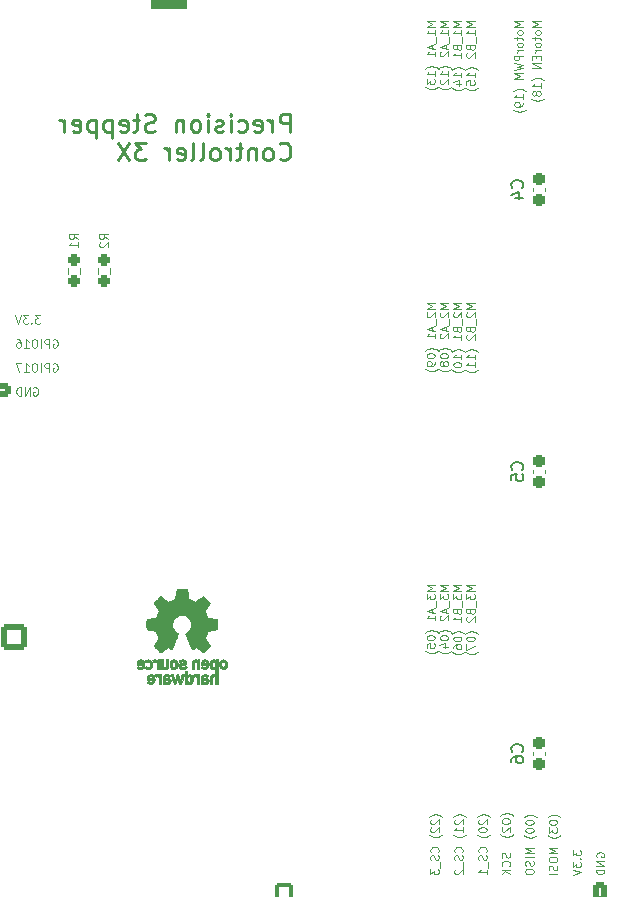
<source format=gbo>
G04 #@! TF.GenerationSoftware,KiCad,Pcbnew,9.0.3*
G04 #@! TF.CreationDate,2026-02-04T16:51:12-05:00*
G04 #@! TF.ProjectId,ControlBoard_v1,436f6e74-726f-46c4-926f-6172645f7631,rev?*
G04 #@! TF.SameCoordinates,Original*
G04 #@! TF.FileFunction,Legend,Bot*
G04 #@! TF.FilePolarity,Positive*
%FSLAX46Y46*%
G04 Gerber Fmt 4.6, Leading zero omitted, Abs format (unit mm)*
G04 Created by KiCad (PCBNEW 9.0.3) date 2026-02-04 16:51:12*
%MOMM*%
%LPD*%
G01*
G04 APERTURE LIST*
G04 Aperture macros list*
%AMRoundRect*
0 Rectangle with rounded corners*
0 $1 Rounding radius*
0 $2 $3 $4 $5 $6 $7 $8 $9 X,Y pos of 4 corners*
0 Add a 4 corners polygon primitive as box body*
4,1,4,$2,$3,$4,$5,$6,$7,$8,$9,$2,$3,0*
0 Add four circle primitives for the rounded corners*
1,1,$1+$1,$2,$3*
1,1,$1+$1,$4,$5*
1,1,$1+$1,$6,$7*
1,1,$1+$1,$8,$9*
0 Add four rect primitives between the rounded corners*
20,1,$1+$1,$2,$3,$4,$5,0*
20,1,$1+$1,$4,$5,$6,$7,0*
20,1,$1+$1,$6,$7,$8,$9,0*
20,1,$1+$1,$8,$9,$2,$3,0*%
%AMFreePoly0*
4,1,37,0.603843,0.796157,0.639018,0.796157,0.711114,0.766294,0.766294,0.711114,0.796157,0.639018,0.796157,0.603843,0.800000,0.600000,0.800000,-0.600000,0.796157,-0.603843,0.796157,-0.639018,0.766294,-0.711114,0.711114,-0.766294,0.639018,-0.796157,0.603843,-0.796157,0.600000,-0.800000,0.000000,-0.800000,0.000000,-0.796148,-0.078414,-0.796148,-0.232228,-0.765552,-0.377117,-0.705537,
-0.507515,-0.618408,-0.618408,-0.507515,-0.705537,-0.377117,-0.765552,-0.232228,-0.796148,-0.078414,-0.796148,0.078414,-0.765552,0.232228,-0.705537,0.377117,-0.618408,0.507515,-0.507515,0.618408,-0.377117,0.705537,-0.232228,0.765552,-0.078414,0.796148,0.000000,0.796148,0.000000,0.800000,0.600000,0.800000,0.603843,0.796157,0.603843,0.796157,$1*%
%AMFreePoly1*
4,1,37,0.000000,0.796148,0.078414,0.796148,0.232228,0.765552,0.377117,0.705537,0.507515,0.618408,0.618408,0.507515,0.705537,0.377117,0.765552,0.232228,0.796148,0.078414,0.796148,-0.078414,0.765552,-0.232228,0.705537,-0.377117,0.618408,-0.507515,0.507515,-0.618408,0.377117,-0.705537,0.232228,-0.765552,0.078414,-0.796148,0.000000,-0.796148,0.000000,-0.800000,-0.600000,-0.800000,
-0.603843,-0.796157,-0.639018,-0.796157,-0.711114,-0.766294,-0.766294,-0.711114,-0.796157,-0.639018,-0.796157,-0.603843,-0.800000,-0.600000,-0.800000,0.600000,-0.796157,0.603843,-0.796157,0.639018,-0.766294,0.711114,-0.711114,0.766294,-0.639018,0.796157,-0.603843,0.796157,-0.600000,0.800000,0.000000,0.800000,0.000000,0.796148,0.000000,0.796148,$1*%
G04 Aperture macros list end*
%ADD10C,0.100000*%
%ADD11C,0.250000*%
%ADD12C,0.150000*%
%ADD13C,0.120000*%
%ADD14C,0.010000*%
%ADD15RoundRect,0.250000X0.350000X0.625000X-0.350000X0.625000X-0.350000X-0.625000X0.350000X-0.625000X0*%
%ADD16O,1.200000X1.750000*%
%ADD17RoundRect,1.500000X-1.500000X-1.500000X1.500000X-1.500000X1.500000X1.500000X-1.500000X1.500000X0*%
%ADD18C,6.000000*%
%ADD19RoundRect,0.249999X0.850001X-0.850001X0.850001X0.850001X-0.850001X0.850001X-0.850001X-0.850001X0*%
%ADD20C,2.200000*%
%ADD21C,2.184000*%
%ADD22R,1.700000X1.700000*%
%ADD23C,1.700000*%
%ADD24RoundRect,0.250000X0.550000X0.550000X-0.550000X0.550000X-0.550000X-0.550000X0.550000X-0.550000X0*%
%ADD25C,1.600000*%
%ADD26C,0.800000*%
%ADD27C,5.400000*%
%ADD28RoundRect,0.250000X0.625000X-0.350000X0.625000X0.350000X-0.625000X0.350000X-0.625000X-0.350000X0*%
%ADD29O,1.750000X1.200000*%
%ADD30C,1.850000*%
%ADD31RoundRect,0.200000X0.600000X0.600000X-0.600000X0.600000X-0.600000X-0.600000X0.600000X-0.600000X0*%
%ADD32FreePoly0,180.000000*%
%ADD33FreePoly1,180.000000*%
%ADD34RoundRect,0.237500X-0.237500X0.250000X-0.237500X-0.250000X0.237500X-0.250000X0.237500X0.250000X0*%
%ADD35RoundRect,0.237500X0.237500X-0.300000X0.237500X0.300000X-0.237500X0.300000X-0.237500X-0.300000X0*%
G04 APERTURE END LIST*
D10*
X198803800Y-115410209D02*
X198770466Y-115376876D01*
X198770466Y-115376876D02*
X198670466Y-115310209D01*
X198670466Y-115310209D02*
X198603800Y-115276876D01*
X198603800Y-115276876D02*
X198503800Y-115243543D01*
X198503800Y-115243543D02*
X198337133Y-115210209D01*
X198337133Y-115210209D02*
X198203800Y-115210209D01*
X198203800Y-115210209D02*
X198037133Y-115243543D01*
X198037133Y-115243543D02*
X197937133Y-115276876D01*
X197937133Y-115276876D02*
X197870466Y-115310209D01*
X197870466Y-115310209D02*
X197770466Y-115376876D01*
X197770466Y-115376876D02*
X197737133Y-115410209D01*
X197903800Y-115643543D02*
X197870466Y-115676876D01*
X197870466Y-115676876D02*
X197837133Y-115743543D01*
X197837133Y-115743543D02*
X197837133Y-115910210D01*
X197837133Y-115910210D02*
X197870466Y-115976876D01*
X197870466Y-115976876D02*
X197903800Y-116010210D01*
X197903800Y-116010210D02*
X197970466Y-116043543D01*
X197970466Y-116043543D02*
X198037133Y-116043543D01*
X198037133Y-116043543D02*
X198137133Y-116010210D01*
X198137133Y-116010210D02*
X198537133Y-115610210D01*
X198537133Y-115610210D02*
X198537133Y-116043543D01*
X197837133Y-116476877D02*
X197837133Y-116543543D01*
X197837133Y-116543543D02*
X197870466Y-116610210D01*
X197870466Y-116610210D02*
X197903800Y-116643543D01*
X197903800Y-116643543D02*
X197970466Y-116676877D01*
X197970466Y-116676877D02*
X198103800Y-116710210D01*
X198103800Y-116710210D02*
X198270466Y-116710210D01*
X198270466Y-116710210D02*
X198403800Y-116676877D01*
X198403800Y-116676877D02*
X198470466Y-116643543D01*
X198470466Y-116643543D02*
X198503800Y-116610210D01*
X198503800Y-116610210D02*
X198537133Y-116543543D01*
X198537133Y-116543543D02*
X198537133Y-116476877D01*
X198537133Y-116476877D02*
X198503800Y-116410210D01*
X198503800Y-116410210D02*
X198470466Y-116376877D01*
X198470466Y-116376877D02*
X198403800Y-116343543D01*
X198403800Y-116343543D02*
X198270466Y-116310210D01*
X198270466Y-116310210D02*
X198103800Y-116310210D01*
X198103800Y-116310210D02*
X197970466Y-116343543D01*
X197970466Y-116343543D02*
X197903800Y-116376877D01*
X197903800Y-116376877D02*
X197870466Y-116410210D01*
X197870466Y-116410210D02*
X197837133Y-116476877D01*
X198803800Y-116943544D02*
X198770466Y-116976877D01*
X198770466Y-116976877D02*
X198670466Y-117043544D01*
X198670466Y-117043544D02*
X198603800Y-117076877D01*
X198603800Y-117076877D02*
X198503800Y-117110210D01*
X198503800Y-117110210D02*
X198337133Y-117143544D01*
X198337133Y-117143544D02*
X198203800Y-117143544D01*
X198203800Y-117143544D02*
X198037133Y-117110210D01*
X198037133Y-117110210D02*
X197937133Y-117076877D01*
X197937133Y-117076877D02*
X197870466Y-117043544D01*
X197870466Y-117043544D02*
X197770466Y-116976877D01*
X197770466Y-116976877D02*
X197737133Y-116943544D01*
X198470466Y-118410210D02*
X198503800Y-118376877D01*
X198503800Y-118376877D02*
X198537133Y-118276877D01*
X198537133Y-118276877D02*
X198537133Y-118210210D01*
X198537133Y-118210210D02*
X198503800Y-118110210D01*
X198503800Y-118110210D02*
X198437133Y-118043544D01*
X198437133Y-118043544D02*
X198370466Y-118010210D01*
X198370466Y-118010210D02*
X198237133Y-117976877D01*
X198237133Y-117976877D02*
X198137133Y-117976877D01*
X198137133Y-117976877D02*
X198003800Y-118010210D01*
X198003800Y-118010210D02*
X197937133Y-118043544D01*
X197937133Y-118043544D02*
X197870466Y-118110210D01*
X197870466Y-118110210D02*
X197837133Y-118210210D01*
X197837133Y-118210210D02*
X197837133Y-118276877D01*
X197837133Y-118276877D02*
X197870466Y-118376877D01*
X197870466Y-118376877D02*
X197903800Y-118410210D01*
X198503800Y-118676877D02*
X198537133Y-118776877D01*
X198537133Y-118776877D02*
X198537133Y-118943544D01*
X198537133Y-118943544D02*
X198503800Y-119010210D01*
X198503800Y-119010210D02*
X198470466Y-119043544D01*
X198470466Y-119043544D02*
X198403800Y-119076877D01*
X198403800Y-119076877D02*
X198337133Y-119076877D01*
X198337133Y-119076877D02*
X198270466Y-119043544D01*
X198270466Y-119043544D02*
X198237133Y-119010210D01*
X198237133Y-119010210D02*
X198203800Y-118943544D01*
X198203800Y-118943544D02*
X198170466Y-118810210D01*
X198170466Y-118810210D02*
X198137133Y-118743544D01*
X198137133Y-118743544D02*
X198103800Y-118710210D01*
X198103800Y-118710210D02*
X198037133Y-118676877D01*
X198037133Y-118676877D02*
X197970466Y-118676877D01*
X197970466Y-118676877D02*
X197903800Y-118710210D01*
X197903800Y-118710210D02*
X197870466Y-118743544D01*
X197870466Y-118743544D02*
X197837133Y-118810210D01*
X197837133Y-118810210D02*
X197837133Y-118976877D01*
X197837133Y-118976877D02*
X197870466Y-119076877D01*
X198603800Y-119210211D02*
X198603800Y-119743544D01*
X198537133Y-120276877D02*
X198537133Y-119876877D01*
X198537133Y-120076877D02*
X197837133Y-120076877D01*
X197837133Y-120076877D02*
X197937133Y-120010210D01*
X197937133Y-120010210D02*
X198003800Y-119943544D01*
X198003800Y-119943544D02*
X198037133Y-119876877D01*
X194140250Y-95816455D02*
X193440250Y-95816455D01*
X193440250Y-95816455D02*
X193940250Y-96049789D01*
X193940250Y-96049789D02*
X193440250Y-96283122D01*
X193440250Y-96283122D02*
X194140250Y-96283122D01*
X193440250Y-96549789D02*
X193440250Y-96983122D01*
X193440250Y-96983122D02*
X193706917Y-96749789D01*
X193706917Y-96749789D02*
X193706917Y-96849789D01*
X193706917Y-96849789D02*
X193740250Y-96916455D01*
X193740250Y-96916455D02*
X193773583Y-96949789D01*
X193773583Y-96949789D02*
X193840250Y-96983122D01*
X193840250Y-96983122D02*
X194006917Y-96983122D01*
X194006917Y-96983122D02*
X194073583Y-96949789D01*
X194073583Y-96949789D02*
X194106917Y-96916455D01*
X194106917Y-96916455D02*
X194140250Y-96849789D01*
X194140250Y-96849789D02*
X194140250Y-96649789D01*
X194140250Y-96649789D02*
X194106917Y-96583122D01*
X194106917Y-96583122D02*
X194073583Y-96549789D01*
X194206917Y-97116456D02*
X194206917Y-97649789D01*
X193940250Y-97783122D02*
X193940250Y-98116455D01*
X194140250Y-97716455D02*
X193440250Y-97949789D01*
X193440250Y-97949789D02*
X194140250Y-98183122D01*
X194140250Y-98783122D02*
X194140250Y-98383122D01*
X194140250Y-98583122D02*
X193440250Y-98583122D01*
X193440250Y-98583122D02*
X193540250Y-98516455D01*
X193540250Y-98516455D02*
X193606917Y-98449789D01*
X193606917Y-98449789D02*
X193640250Y-98383122D01*
X194406917Y-99816455D02*
X194373583Y-99783122D01*
X194373583Y-99783122D02*
X194273583Y-99716455D01*
X194273583Y-99716455D02*
X194206917Y-99683122D01*
X194206917Y-99683122D02*
X194106917Y-99649789D01*
X194106917Y-99649789D02*
X193940250Y-99616455D01*
X193940250Y-99616455D02*
X193806917Y-99616455D01*
X193806917Y-99616455D02*
X193640250Y-99649789D01*
X193640250Y-99649789D02*
X193540250Y-99683122D01*
X193540250Y-99683122D02*
X193473583Y-99716455D01*
X193473583Y-99716455D02*
X193373583Y-99783122D01*
X193373583Y-99783122D02*
X193340250Y-99816455D01*
X193440250Y-100216456D02*
X193440250Y-100283122D01*
X193440250Y-100283122D02*
X193473583Y-100349789D01*
X193473583Y-100349789D02*
X193506917Y-100383122D01*
X193506917Y-100383122D02*
X193573583Y-100416456D01*
X193573583Y-100416456D02*
X193706917Y-100449789D01*
X193706917Y-100449789D02*
X193873583Y-100449789D01*
X193873583Y-100449789D02*
X194006917Y-100416456D01*
X194006917Y-100416456D02*
X194073583Y-100383122D01*
X194073583Y-100383122D02*
X194106917Y-100349789D01*
X194106917Y-100349789D02*
X194140250Y-100283122D01*
X194140250Y-100283122D02*
X194140250Y-100216456D01*
X194140250Y-100216456D02*
X194106917Y-100149789D01*
X194106917Y-100149789D02*
X194073583Y-100116456D01*
X194073583Y-100116456D02*
X194006917Y-100083122D01*
X194006917Y-100083122D02*
X193873583Y-100049789D01*
X193873583Y-100049789D02*
X193706917Y-100049789D01*
X193706917Y-100049789D02*
X193573583Y-100083122D01*
X193573583Y-100083122D02*
X193506917Y-100116456D01*
X193506917Y-100116456D02*
X193473583Y-100149789D01*
X193473583Y-100149789D02*
X193440250Y-100216456D01*
X193440250Y-101083123D02*
X193440250Y-100749789D01*
X193440250Y-100749789D02*
X193773583Y-100716456D01*
X193773583Y-100716456D02*
X193740250Y-100749789D01*
X193740250Y-100749789D02*
X193706917Y-100816456D01*
X193706917Y-100816456D02*
X193706917Y-100983123D01*
X193706917Y-100983123D02*
X193740250Y-101049789D01*
X193740250Y-101049789D02*
X193773583Y-101083123D01*
X193773583Y-101083123D02*
X193840250Y-101116456D01*
X193840250Y-101116456D02*
X194006917Y-101116456D01*
X194006917Y-101116456D02*
X194073583Y-101083123D01*
X194073583Y-101083123D02*
X194106917Y-101049789D01*
X194106917Y-101049789D02*
X194140250Y-100983123D01*
X194140250Y-100983123D02*
X194140250Y-100816456D01*
X194140250Y-100816456D02*
X194106917Y-100749789D01*
X194106917Y-100749789D02*
X194073583Y-100716456D01*
X194406917Y-101349790D02*
X194373583Y-101383123D01*
X194373583Y-101383123D02*
X194273583Y-101449790D01*
X194273583Y-101449790D02*
X194206917Y-101483123D01*
X194206917Y-101483123D02*
X194106917Y-101516456D01*
X194106917Y-101516456D02*
X193940250Y-101549790D01*
X193940250Y-101549790D02*
X193806917Y-101549790D01*
X193806917Y-101549790D02*
X193640250Y-101516456D01*
X193640250Y-101516456D02*
X193540250Y-101483123D01*
X193540250Y-101483123D02*
X193473583Y-101449790D01*
X193473583Y-101449790D02*
X193373583Y-101383123D01*
X193373583Y-101383123D02*
X193340250Y-101349790D01*
X195267211Y-95816455D02*
X194567211Y-95816455D01*
X194567211Y-95816455D02*
X195067211Y-96049789D01*
X195067211Y-96049789D02*
X194567211Y-96283122D01*
X194567211Y-96283122D02*
X195267211Y-96283122D01*
X194567211Y-96549789D02*
X194567211Y-96983122D01*
X194567211Y-96983122D02*
X194833878Y-96749789D01*
X194833878Y-96749789D02*
X194833878Y-96849789D01*
X194833878Y-96849789D02*
X194867211Y-96916455D01*
X194867211Y-96916455D02*
X194900544Y-96949789D01*
X194900544Y-96949789D02*
X194967211Y-96983122D01*
X194967211Y-96983122D02*
X195133878Y-96983122D01*
X195133878Y-96983122D02*
X195200544Y-96949789D01*
X195200544Y-96949789D02*
X195233878Y-96916455D01*
X195233878Y-96916455D02*
X195267211Y-96849789D01*
X195267211Y-96849789D02*
X195267211Y-96649789D01*
X195267211Y-96649789D02*
X195233878Y-96583122D01*
X195233878Y-96583122D02*
X195200544Y-96549789D01*
X195333878Y-97116456D02*
X195333878Y-97649789D01*
X195067211Y-97783122D02*
X195067211Y-98116455D01*
X195267211Y-97716455D02*
X194567211Y-97949789D01*
X194567211Y-97949789D02*
X195267211Y-98183122D01*
X194633878Y-98383122D02*
X194600544Y-98416455D01*
X194600544Y-98416455D02*
X194567211Y-98483122D01*
X194567211Y-98483122D02*
X194567211Y-98649789D01*
X194567211Y-98649789D02*
X194600544Y-98716455D01*
X194600544Y-98716455D02*
X194633878Y-98749789D01*
X194633878Y-98749789D02*
X194700544Y-98783122D01*
X194700544Y-98783122D02*
X194767211Y-98783122D01*
X194767211Y-98783122D02*
X194867211Y-98749789D01*
X194867211Y-98749789D02*
X195267211Y-98349789D01*
X195267211Y-98349789D02*
X195267211Y-98783122D01*
X195533878Y-99816455D02*
X195500544Y-99783122D01*
X195500544Y-99783122D02*
X195400544Y-99716455D01*
X195400544Y-99716455D02*
X195333878Y-99683122D01*
X195333878Y-99683122D02*
X195233878Y-99649789D01*
X195233878Y-99649789D02*
X195067211Y-99616455D01*
X195067211Y-99616455D02*
X194933878Y-99616455D01*
X194933878Y-99616455D02*
X194767211Y-99649789D01*
X194767211Y-99649789D02*
X194667211Y-99683122D01*
X194667211Y-99683122D02*
X194600544Y-99716455D01*
X194600544Y-99716455D02*
X194500544Y-99783122D01*
X194500544Y-99783122D02*
X194467211Y-99816455D01*
X194567211Y-100216456D02*
X194567211Y-100283122D01*
X194567211Y-100283122D02*
X194600544Y-100349789D01*
X194600544Y-100349789D02*
X194633878Y-100383122D01*
X194633878Y-100383122D02*
X194700544Y-100416456D01*
X194700544Y-100416456D02*
X194833878Y-100449789D01*
X194833878Y-100449789D02*
X195000544Y-100449789D01*
X195000544Y-100449789D02*
X195133878Y-100416456D01*
X195133878Y-100416456D02*
X195200544Y-100383122D01*
X195200544Y-100383122D02*
X195233878Y-100349789D01*
X195233878Y-100349789D02*
X195267211Y-100283122D01*
X195267211Y-100283122D02*
X195267211Y-100216456D01*
X195267211Y-100216456D02*
X195233878Y-100149789D01*
X195233878Y-100149789D02*
X195200544Y-100116456D01*
X195200544Y-100116456D02*
X195133878Y-100083122D01*
X195133878Y-100083122D02*
X195000544Y-100049789D01*
X195000544Y-100049789D02*
X194833878Y-100049789D01*
X194833878Y-100049789D02*
X194700544Y-100083122D01*
X194700544Y-100083122D02*
X194633878Y-100116456D01*
X194633878Y-100116456D02*
X194600544Y-100149789D01*
X194600544Y-100149789D02*
X194567211Y-100216456D01*
X194800544Y-101049789D02*
X195267211Y-101049789D01*
X194533878Y-100883123D02*
X195033878Y-100716456D01*
X195033878Y-100716456D02*
X195033878Y-101149789D01*
X195533878Y-101349790D02*
X195500544Y-101383123D01*
X195500544Y-101383123D02*
X195400544Y-101449790D01*
X195400544Y-101449790D02*
X195333878Y-101483123D01*
X195333878Y-101483123D02*
X195233878Y-101516456D01*
X195233878Y-101516456D02*
X195067211Y-101549790D01*
X195067211Y-101549790D02*
X194933878Y-101549790D01*
X194933878Y-101549790D02*
X194767211Y-101516456D01*
X194767211Y-101516456D02*
X194667211Y-101483123D01*
X194667211Y-101483123D02*
X194600544Y-101449790D01*
X194600544Y-101449790D02*
X194500544Y-101383123D01*
X194500544Y-101383123D02*
X194467211Y-101349790D01*
X196394172Y-95816455D02*
X195694172Y-95816455D01*
X195694172Y-95816455D02*
X196194172Y-96049789D01*
X196194172Y-96049789D02*
X195694172Y-96283122D01*
X195694172Y-96283122D02*
X196394172Y-96283122D01*
X195694172Y-96549789D02*
X195694172Y-96983122D01*
X195694172Y-96983122D02*
X195960839Y-96749789D01*
X195960839Y-96749789D02*
X195960839Y-96849789D01*
X195960839Y-96849789D02*
X195994172Y-96916455D01*
X195994172Y-96916455D02*
X196027505Y-96949789D01*
X196027505Y-96949789D02*
X196094172Y-96983122D01*
X196094172Y-96983122D02*
X196260839Y-96983122D01*
X196260839Y-96983122D02*
X196327505Y-96949789D01*
X196327505Y-96949789D02*
X196360839Y-96916455D01*
X196360839Y-96916455D02*
X196394172Y-96849789D01*
X196394172Y-96849789D02*
X196394172Y-96649789D01*
X196394172Y-96649789D02*
X196360839Y-96583122D01*
X196360839Y-96583122D02*
X196327505Y-96549789D01*
X196460839Y-97116456D02*
X196460839Y-97649789D01*
X196027505Y-98049789D02*
X196060839Y-98149789D01*
X196060839Y-98149789D02*
X196094172Y-98183122D01*
X196094172Y-98183122D02*
X196160839Y-98216455D01*
X196160839Y-98216455D02*
X196260839Y-98216455D01*
X196260839Y-98216455D02*
X196327505Y-98183122D01*
X196327505Y-98183122D02*
X196360839Y-98149789D01*
X196360839Y-98149789D02*
X196394172Y-98083122D01*
X196394172Y-98083122D02*
X196394172Y-97816455D01*
X196394172Y-97816455D02*
X195694172Y-97816455D01*
X195694172Y-97816455D02*
X195694172Y-98049789D01*
X195694172Y-98049789D02*
X195727505Y-98116455D01*
X195727505Y-98116455D02*
X195760839Y-98149789D01*
X195760839Y-98149789D02*
X195827505Y-98183122D01*
X195827505Y-98183122D02*
X195894172Y-98183122D01*
X195894172Y-98183122D02*
X195960839Y-98149789D01*
X195960839Y-98149789D02*
X195994172Y-98116455D01*
X195994172Y-98116455D02*
X196027505Y-98049789D01*
X196027505Y-98049789D02*
X196027505Y-97816455D01*
X196394172Y-98883122D02*
X196394172Y-98483122D01*
X196394172Y-98683122D02*
X195694172Y-98683122D01*
X195694172Y-98683122D02*
X195794172Y-98616455D01*
X195794172Y-98616455D02*
X195860839Y-98549789D01*
X195860839Y-98549789D02*
X195894172Y-98483122D01*
X196660839Y-99916455D02*
X196627505Y-99883122D01*
X196627505Y-99883122D02*
X196527505Y-99816455D01*
X196527505Y-99816455D02*
X196460839Y-99783122D01*
X196460839Y-99783122D02*
X196360839Y-99749789D01*
X196360839Y-99749789D02*
X196194172Y-99716455D01*
X196194172Y-99716455D02*
X196060839Y-99716455D01*
X196060839Y-99716455D02*
X195894172Y-99749789D01*
X195894172Y-99749789D02*
X195794172Y-99783122D01*
X195794172Y-99783122D02*
X195727505Y-99816455D01*
X195727505Y-99816455D02*
X195627505Y-99883122D01*
X195627505Y-99883122D02*
X195594172Y-99916455D01*
X195694172Y-100316456D02*
X195694172Y-100383122D01*
X195694172Y-100383122D02*
X195727505Y-100449789D01*
X195727505Y-100449789D02*
X195760839Y-100483122D01*
X195760839Y-100483122D02*
X195827505Y-100516456D01*
X195827505Y-100516456D02*
X195960839Y-100549789D01*
X195960839Y-100549789D02*
X196127505Y-100549789D01*
X196127505Y-100549789D02*
X196260839Y-100516456D01*
X196260839Y-100516456D02*
X196327505Y-100483122D01*
X196327505Y-100483122D02*
X196360839Y-100449789D01*
X196360839Y-100449789D02*
X196394172Y-100383122D01*
X196394172Y-100383122D02*
X196394172Y-100316456D01*
X196394172Y-100316456D02*
X196360839Y-100249789D01*
X196360839Y-100249789D02*
X196327505Y-100216456D01*
X196327505Y-100216456D02*
X196260839Y-100183122D01*
X196260839Y-100183122D02*
X196127505Y-100149789D01*
X196127505Y-100149789D02*
X195960839Y-100149789D01*
X195960839Y-100149789D02*
X195827505Y-100183122D01*
X195827505Y-100183122D02*
X195760839Y-100216456D01*
X195760839Y-100216456D02*
X195727505Y-100249789D01*
X195727505Y-100249789D02*
X195694172Y-100316456D01*
X195694172Y-101149789D02*
X195694172Y-101016456D01*
X195694172Y-101016456D02*
X195727505Y-100949789D01*
X195727505Y-100949789D02*
X195760839Y-100916456D01*
X195760839Y-100916456D02*
X195860839Y-100849789D01*
X195860839Y-100849789D02*
X195994172Y-100816456D01*
X195994172Y-100816456D02*
X196260839Y-100816456D01*
X196260839Y-100816456D02*
X196327505Y-100849789D01*
X196327505Y-100849789D02*
X196360839Y-100883123D01*
X196360839Y-100883123D02*
X196394172Y-100949789D01*
X196394172Y-100949789D02*
X196394172Y-101083123D01*
X196394172Y-101083123D02*
X196360839Y-101149789D01*
X196360839Y-101149789D02*
X196327505Y-101183123D01*
X196327505Y-101183123D02*
X196260839Y-101216456D01*
X196260839Y-101216456D02*
X196094172Y-101216456D01*
X196094172Y-101216456D02*
X196027505Y-101183123D01*
X196027505Y-101183123D02*
X195994172Y-101149789D01*
X195994172Y-101149789D02*
X195960839Y-101083123D01*
X195960839Y-101083123D02*
X195960839Y-100949789D01*
X195960839Y-100949789D02*
X195994172Y-100883123D01*
X195994172Y-100883123D02*
X196027505Y-100849789D01*
X196027505Y-100849789D02*
X196094172Y-100816456D01*
X196660839Y-101449790D02*
X196627505Y-101483123D01*
X196627505Y-101483123D02*
X196527505Y-101549790D01*
X196527505Y-101549790D02*
X196460839Y-101583123D01*
X196460839Y-101583123D02*
X196360839Y-101616456D01*
X196360839Y-101616456D02*
X196194172Y-101649790D01*
X196194172Y-101649790D02*
X196060839Y-101649790D01*
X196060839Y-101649790D02*
X195894172Y-101616456D01*
X195894172Y-101616456D02*
X195794172Y-101583123D01*
X195794172Y-101583123D02*
X195727505Y-101549790D01*
X195727505Y-101549790D02*
X195627505Y-101483123D01*
X195627505Y-101483123D02*
X195594172Y-101449790D01*
X197521133Y-95816455D02*
X196821133Y-95816455D01*
X196821133Y-95816455D02*
X197321133Y-96049789D01*
X197321133Y-96049789D02*
X196821133Y-96283122D01*
X196821133Y-96283122D02*
X197521133Y-96283122D01*
X196821133Y-96549789D02*
X196821133Y-96983122D01*
X196821133Y-96983122D02*
X197087800Y-96749789D01*
X197087800Y-96749789D02*
X197087800Y-96849789D01*
X197087800Y-96849789D02*
X197121133Y-96916455D01*
X197121133Y-96916455D02*
X197154466Y-96949789D01*
X197154466Y-96949789D02*
X197221133Y-96983122D01*
X197221133Y-96983122D02*
X197387800Y-96983122D01*
X197387800Y-96983122D02*
X197454466Y-96949789D01*
X197454466Y-96949789D02*
X197487800Y-96916455D01*
X197487800Y-96916455D02*
X197521133Y-96849789D01*
X197521133Y-96849789D02*
X197521133Y-96649789D01*
X197521133Y-96649789D02*
X197487800Y-96583122D01*
X197487800Y-96583122D02*
X197454466Y-96549789D01*
X197587800Y-97116456D02*
X197587800Y-97649789D01*
X197154466Y-98049789D02*
X197187800Y-98149789D01*
X197187800Y-98149789D02*
X197221133Y-98183122D01*
X197221133Y-98183122D02*
X197287800Y-98216455D01*
X197287800Y-98216455D02*
X197387800Y-98216455D01*
X197387800Y-98216455D02*
X197454466Y-98183122D01*
X197454466Y-98183122D02*
X197487800Y-98149789D01*
X197487800Y-98149789D02*
X197521133Y-98083122D01*
X197521133Y-98083122D02*
X197521133Y-97816455D01*
X197521133Y-97816455D02*
X196821133Y-97816455D01*
X196821133Y-97816455D02*
X196821133Y-98049789D01*
X196821133Y-98049789D02*
X196854466Y-98116455D01*
X196854466Y-98116455D02*
X196887800Y-98149789D01*
X196887800Y-98149789D02*
X196954466Y-98183122D01*
X196954466Y-98183122D02*
X197021133Y-98183122D01*
X197021133Y-98183122D02*
X197087800Y-98149789D01*
X197087800Y-98149789D02*
X197121133Y-98116455D01*
X197121133Y-98116455D02*
X197154466Y-98049789D01*
X197154466Y-98049789D02*
X197154466Y-97816455D01*
X196887800Y-98483122D02*
X196854466Y-98516455D01*
X196854466Y-98516455D02*
X196821133Y-98583122D01*
X196821133Y-98583122D02*
X196821133Y-98749789D01*
X196821133Y-98749789D02*
X196854466Y-98816455D01*
X196854466Y-98816455D02*
X196887800Y-98849789D01*
X196887800Y-98849789D02*
X196954466Y-98883122D01*
X196954466Y-98883122D02*
X197021133Y-98883122D01*
X197021133Y-98883122D02*
X197121133Y-98849789D01*
X197121133Y-98849789D02*
X197521133Y-98449789D01*
X197521133Y-98449789D02*
X197521133Y-98883122D01*
X197787800Y-99916455D02*
X197754466Y-99883122D01*
X197754466Y-99883122D02*
X197654466Y-99816455D01*
X197654466Y-99816455D02*
X197587800Y-99783122D01*
X197587800Y-99783122D02*
X197487800Y-99749789D01*
X197487800Y-99749789D02*
X197321133Y-99716455D01*
X197321133Y-99716455D02*
X197187800Y-99716455D01*
X197187800Y-99716455D02*
X197021133Y-99749789D01*
X197021133Y-99749789D02*
X196921133Y-99783122D01*
X196921133Y-99783122D02*
X196854466Y-99816455D01*
X196854466Y-99816455D02*
X196754466Y-99883122D01*
X196754466Y-99883122D02*
X196721133Y-99916455D01*
X196821133Y-100316456D02*
X196821133Y-100383122D01*
X196821133Y-100383122D02*
X196854466Y-100449789D01*
X196854466Y-100449789D02*
X196887800Y-100483122D01*
X196887800Y-100483122D02*
X196954466Y-100516456D01*
X196954466Y-100516456D02*
X197087800Y-100549789D01*
X197087800Y-100549789D02*
X197254466Y-100549789D01*
X197254466Y-100549789D02*
X197387800Y-100516456D01*
X197387800Y-100516456D02*
X197454466Y-100483122D01*
X197454466Y-100483122D02*
X197487800Y-100449789D01*
X197487800Y-100449789D02*
X197521133Y-100383122D01*
X197521133Y-100383122D02*
X197521133Y-100316456D01*
X197521133Y-100316456D02*
X197487800Y-100249789D01*
X197487800Y-100249789D02*
X197454466Y-100216456D01*
X197454466Y-100216456D02*
X197387800Y-100183122D01*
X197387800Y-100183122D02*
X197254466Y-100149789D01*
X197254466Y-100149789D02*
X197087800Y-100149789D01*
X197087800Y-100149789D02*
X196954466Y-100183122D01*
X196954466Y-100183122D02*
X196887800Y-100216456D01*
X196887800Y-100216456D02*
X196854466Y-100249789D01*
X196854466Y-100249789D02*
X196821133Y-100316456D01*
X196821133Y-100783123D02*
X196821133Y-101249789D01*
X196821133Y-101249789D02*
X197521133Y-100949789D01*
X197787800Y-101449790D02*
X197754466Y-101483123D01*
X197754466Y-101483123D02*
X197654466Y-101549790D01*
X197654466Y-101549790D02*
X197587800Y-101583123D01*
X197587800Y-101583123D02*
X197487800Y-101616456D01*
X197487800Y-101616456D02*
X197321133Y-101649790D01*
X197321133Y-101649790D02*
X197187800Y-101649790D01*
X197187800Y-101649790D02*
X197021133Y-101616456D01*
X197021133Y-101616456D02*
X196921133Y-101583123D01*
X196921133Y-101583123D02*
X196854466Y-101549790D01*
X196854466Y-101549790D02*
X196754466Y-101483123D01*
X196754466Y-101483123D02*
X196721133Y-101449790D01*
X196767800Y-115410209D02*
X196734466Y-115376876D01*
X196734466Y-115376876D02*
X196634466Y-115310209D01*
X196634466Y-115310209D02*
X196567800Y-115276876D01*
X196567800Y-115276876D02*
X196467800Y-115243543D01*
X196467800Y-115243543D02*
X196301133Y-115210209D01*
X196301133Y-115210209D02*
X196167800Y-115210209D01*
X196167800Y-115210209D02*
X196001133Y-115243543D01*
X196001133Y-115243543D02*
X195901133Y-115276876D01*
X195901133Y-115276876D02*
X195834466Y-115310209D01*
X195834466Y-115310209D02*
X195734466Y-115376876D01*
X195734466Y-115376876D02*
X195701133Y-115410209D01*
X195867800Y-115643543D02*
X195834466Y-115676876D01*
X195834466Y-115676876D02*
X195801133Y-115743543D01*
X195801133Y-115743543D02*
X195801133Y-115910210D01*
X195801133Y-115910210D02*
X195834466Y-115976876D01*
X195834466Y-115976876D02*
X195867800Y-116010210D01*
X195867800Y-116010210D02*
X195934466Y-116043543D01*
X195934466Y-116043543D02*
X196001133Y-116043543D01*
X196001133Y-116043543D02*
X196101133Y-116010210D01*
X196101133Y-116010210D02*
X196501133Y-115610210D01*
X196501133Y-115610210D02*
X196501133Y-116043543D01*
X196501133Y-116710210D02*
X196501133Y-116310210D01*
X196501133Y-116510210D02*
X195801133Y-116510210D01*
X195801133Y-116510210D02*
X195901133Y-116443543D01*
X195901133Y-116443543D02*
X195967800Y-116376877D01*
X195967800Y-116376877D02*
X196001133Y-116310210D01*
X196767800Y-116943544D02*
X196734466Y-116976877D01*
X196734466Y-116976877D02*
X196634466Y-117043544D01*
X196634466Y-117043544D02*
X196567800Y-117076877D01*
X196567800Y-117076877D02*
X196467800Y-117110210D01*
X196467800Y-117110210D02*
X196301133Y-117143544D01*
X196301133Y-117143544D02*
X196167800Y-117143544D01*
X196167800Y-117143544D02*
X196001133Y-117110210D01*
X196001133Y-117110210D02*
X195901133Y-117076877D01*
X195901133Y-117076877D02*
X195834466Y-117043544D01*
X195834466Y-117043544D02*
X195734466Y-116976877D01*
X195734466Y-116976877D02*
X195701133Y-116943544D01*
X196434466Y-118410210D02*
X196467800Y-118376877D01*
X196467800Y-118376877D02*
X196501133Y-118276877D01*
X196501133Y-118276877D02*
X196501133Y-118210210D01*
X196501133Y-118210210D02*
X196467800Y-118110210D01*
X196467800Y-118110210D02*
X196401133Y-118043544D01*
X196401133Y-118043544D02*
X196334466Y-118010210D01*
X196334466Y-118010210D02*
X196201133Y-117976877D01*
X196201133Y-117976877D02*
X196101133Y-117976877D01*
X196101133Y-117976877D02*
X195967800Y-118010210D01*
X195967800Y-118010210D02*
X195901133Y-118043544D01*
X195901133Y-118043544D02*
X195834466Y-118110210D01*
X195834466Y-118110210D02*
X195801133Y-118210210D01*
X195801133Y-118210210D02*
X195801133Y-118276877D01*
X195801133Y-118276877D02*
X195834466Y-118376877D01*
X195834466Y-118376877D02*
X195867800Y-118410210D01*
X196467800Y-118676877D02*
X196501133Y-118776877D01*
X196501133Y-118776877D02*
X196501133Y-118943544D01*
X196501133Y-118943544D02*
X196467800Y-119010210D01*
X196467800Y-119010210D02*
X196434466Y-119043544D01*
X196434466Y-119043544D02*
X196367800Y-119076877D01*
X196367800Y-119076877D02*
X196301133Y-119076877D01*
X196301133Y-119076877D02*
X196234466Y-119043544D01*
X196234466Y-119043544D02*
X196201133Y-119010210D01*
X196201133Y-119010210D02*
X196167800Y-118943544D01*
X196167800Y-118943544D02*
X196134466Y-118810210D01*
X196134466Y-118810210D02*
X196101133Y-118743544D01*
X196101133Y-118743544D02*
X196067800Y-118710210D01*
X196067800Y-118710210D02*
X196001133Y-118676877D01*
X196001133Y-118676877D02*
X195934466Y-118676877D01*
X195934466Y-118676877D02*
X195867800Y-118710210D01*
X195867800Y-118710210D02*
X195834466Y-118743544D01*
X195834466Y-118743544D02*
X195801133Y-118810210D01*
X195801133Y-118810210D02*
X195801133Y-118976877D01*
X195801133Y-118976877D02*
X195834466Y-119076877D01*
X196567800Y-119210211D02*
X196567800Y-119743544D01*
X195867800Y-119876877D02*
X195834466Y-119910210D01*
X195834466Y-119910210D02*
X195801133Y-119976877D01*
X195801133Y-119976877D02*
X195801133Y-120143544D01*
X195801133Y-120143544D02*
X195834466Y-120210210D01*
X195834466Y-120210210D02*
X195867800Y-120243544D01*
X195867800Y-120243544D02*
X195934466Y-120276877D01*
X195934466Y-120276877D02*
X196001133Y-120276877D01*
X196001133Y-120276877D02*
X196101133Y-120243544D01*
X196101133Y-120243544D02*
X196501133Y-119843544D01*
X196501133Y-119843544D02*
X196501133Y-120276877D01*
X160728456Y-72949133D02*
X160295122Y-72949133D01*
X160295122Y-72949133D02*
X160528456Y-73215800D01*
X160528456Y-73215800D02*
X160428456Y-73215800D01*
X160428456Y-73215800D02*
X160361789Y-73249133D01*
X160361789Y-73249133D02*
X160328456Y-73282466D01*
X160328456Y-73282466D02*
X160295122Y-73349133D01*
X160295122Y-73349133D02*
X160295122Y-73515800D01*
X160295122Y-73515800D02*
X160328456Y-73582466D01*
X160328456Y-73582466D02*
X160361789Y-73615800D01*
X160361789Y-73615800D02*
X160428456Y-73649133D01*
X160428456Y-73649133D02*
X160628456Y-73649133D01*
X160628456Y-73649133D02*
X160695122Y-73615800D01*
X160695122Y-73615800D02*
X160728456Y-73582466D01*
X159995122Y-73582466D02*
X159961789Y-73615800D01*
X159961789Y-73615800D02*
X159995122Y-73649133D01*
X159995122Y-73649133D02*
X160028455Y-73615800D01*
X160028455Y-73615800D02*
X159995122Y-73582466D01*
X159995122Y-73582466D02*
X159995122Y-73649133D01*
X159728456Y-72949133D02*
X159295122Y-72949133D01*
X159295122Y-72949133D02*
X159528456Y-73215800D01*
X159528456Y-73215800D02*
X159428456Y-73215800D01*
X159428456Y-73215800D02*
X159361789Y-73249133D01*
X159361789Y-73249133D02*
X159328456Y-73282466D01*
X159328456Y-73282466D02*
X159295122Y-73349133D01*
X159295122Y-73349133D02*
X159295122Y-73515800D01*
X159295122Y-73515800D02*
X159328456Y-73582466D01*
X159328456Y-73582466D02*
X159361789Y-73615800D01*
X159361789Y-73615800D02*
X159428456Y-73649133D01*
X159428456Y-73649133D02*
X159628456Y-73649133D01*
X159628456Y-73649133D02*
X159695122Y-73615800D01*
X159695122Y-73615800D02*
X159728456Y-73582466D01*
X159095122Y-72949133D02*
X158861789Y-73649133D01*
X158861789Y-73649133D02*
X158628455Y-72949133D01*
X204767800Y-115443543D02*
X204734466Y-115410210D01*
X204734466Y-115410210D02*
X204634466Y-115343543D01*
X204634466Y-115343543D02*
X204567800Y-115310210D01*
X204567800Y-115310210D02*
X204467800Y-115276877D01*
X204467800Y-115276877D02*
X204301133Y-115243543D01*
X204301133Y-115243543D02*
X204167800Y-115243543D01*
X204167800Y-115243543D02*
X204001133Y-115276877D01*
X204001133Y-115276877D02*
X203901133Y-115310210D01*
X203901133Y-115310210D02*
X203834466Y-115343543D01*
X203834466Y-115343543D02*
X203734466Y-115410210D01*
X203734466Y-115410210D02*
X203701133Y-115443543D01*
X203801133Y-115843544D02*
X203801133Y-115910210D01*
X203801133Y-115910210D02*
X203834466Y-115976877D01*
X203834466Y-115976877D02*
X203867800Y-116010210D01*
X203867800Y-116010210D02*
X203934466Y-116043544D01*
X203934466Y-116043544D02*
X204067800Y-116076877D01*
X204067800Y-116076877D02*
X204234466Y-116076877D01*
X204234466Y-116076877D02*
X204367800Y-116043544D01*
X204367800Y-116043544D02*
X204434466Y-116010210D01*
X204434466Y-116010210D02*
X204467800Y-115976877D01*
X204467800Y-115976877D02*
X204501133Y-115910210D01*
X204501133Y-115910210D02*
X204501133Y-115843544D01*
X204501133Y-115843544D02*
X204467800Y-115776877D01*
X204467800Y-115776877D02*
X204434466Y-115743544D01*
X204434466Y-115743544D02*
X204367800Y-115710210D01*
X204367800Y-115710210D02*
X204234466Y-115676877D01*
X204234466Y-115676877D02*
X204067800Y-115676877D01*
X204067800Y-115676877D02*
X203934466Y-115710210D01*
X203934466Y-115710210D02*
X203867800Y-115743544D01*
X203867800Y-115743544D02*
X203834466Y-115776877D01*
X203834466Y-115776877D02*
X203801133Y-115843544D01*
X203801133Y-116310211D02*
X203801133Y-116743544D01*
X203801133Y-116743544D02*
X204067800Y-116510211D01*
X204067800Y-116510211D02*
X204067800Y-116610211D01*
X204067800Y-116610211D02*
X204101133Y-116676877D01*
X204101133Y-116676877D02*
X204134466Y-116710211D01*
X204134466Y-116710211D02*
X204201133Y-116743544D01*
X204201133Y-116743544D02*
X204367800Y-116743544D01*
X204367800Y-116743544D02*
X204434466Y-116710211D01*
X204434466Y-116710211D02*
X204467800Y-116676877D01*
X204467800Y-116676877D02*
X204501133Y-116610211D01*
X204501133Y-116610211D02*
X204501133Y-116410211D01*
X204501133Y-116410211D02*
X204467800Y-116343544D01*
X204467800Y-116343544D02*
X204434466Y-116310211D01*
X204767800Y-116976878D02*
X204734466Y-117010211D01*
X204734466Y-117010211D02*
X204634466Y-117076878D01*
X204634466Y-117076878D02*
X204567800Y-117110211D01*
X204567800Y-117110211D02*
X204467800Y-117143544D01*
X204467800Y-117143544D02*
X204301133Y-117176878D01*
X204301133Y-117176878D02*
X204167800Y-117176878D01*
X204167800Y-117176878D02*
X204001133Y-117143544D01*
X204001133Y-117143544D02*
X203901133Y-117110211D01*
X203901133Y-117110211D02*
X203834466Y-117076878D01*
X203834466Y-117076878D02*
X203734466Y-117010211D01*
X203734466Y-117010211D02*
X203701133Y-116976878D01*
X204501133Y-118043544D02*
X203801133Y-118043544D01*
X203801133Y-118043544D02*
X204301133Y-118276878D01*
X204301133Y-118276878D02*
X203801133Y-118510211D01*
X203801133Y-118510211D02*
X204501133Y-118510211D01*
X203801133Y-118976878D02*
X203801133Y-119110211D01*
X203801133Y-119110211D02*
X203834466Y-119176878D01*
X203834466Y-119176878D02*
X203901133Y-119243544D01*
X203901133Y-119243544D02*
X204034466Y-119276878D01*
X204034466Y-119276878D02*
X204267800Y-119276878D01*
X204267800Y-119276878D02*
X204401133Y-119243544D01*
X204401133Y-119243544D02*
X204467800Y-119176878D01*
X204467800Y-119176878D02*
X204501133Y-119110211D01*
X204501133Y-119110211D02*
X204501133Y-118976878D01*
X204501133Y-118976878D02*
X204467800Y-118910211D01*
X204467800Y-118910211D02*
X204401133Y-118843544D01*
X204401133Y-118843544D02*
X204267800Y-118810211D01*
X204267800Y-118810211D02*
X204034466Y-118810211D01*
X204034466Y-118810211D02*
X203901133Y-118843544D01*
X203901133Y-118843544D02*
X203834466Y-118910211D01*
X203834466Y-118910211D02*
X203801133Y-118976878D01*
X204467800Y-119543544D02*
X204501133Y-119643544D01*
X204501133Y-119643544D02*
X204501133Y-119810211D01*
X204501133Y-119810211D02*
X204467800Y-119876877D01*
X204467800Y-119876877D02*
X204434466Y-119910211D01*
X204434466Y-119910211D02*
X204367800Y-119943544D01*
X204367800Y-119943544D02*
X204301133Y-119943544D01*
X204301133Y-119943544D02*
X204234466Y-119910211D01*
X204234466Y-119910211D02*
X204201133Y-119876877D01*
X204201133Y-119876877D02*
X204167800Y-119810211D01*
X204167800Y-119810211D02*
X204134466Y-119676877D01*
X204134466Y-119676877D02*
X204101133Y-119610211D01*
X204101133Y-119610211D02*
X204067800Y-119576877D01*
X204067800Y-119576877D02*
X204001133Y-119543544D01*
X204001133Y-119543544D02*
X203934466Y-119543544D01*
X203934466Y-119543544D02*
X203867800Y-119576877D01*
X203867800Y-119576877D02*
X203834466Y-119610211D01*
X203834466Y-119610211D02*
X203801133Y-119676877D01*
X203801133Y-119676877D02*
X203801133Y-119843544D01*
X203801133Y-119843544D02*
X203834466Y-119943544D01*
X204501133Y-120243544D02*
X203801133Y-120243544D01*
X160161788Y-79078466D02*
X160228455Y-79045133D01*
X160228455Y-79045133D02*
X160328455Y-79045133D01*
X160328455Y-79045133D02*
X160428455Y-79078466D01*
X160428455Y-79078466D02*
X160495122Y-79145133D01*
X160495122Y-79145133D02*
X160528455Y-79211800D01*
X160528455Y-79211800D02*
X160561788Y-79345133D01*
X160561788Y-79345133D02*
X160561788Y-79445133D01*
X160561788Y-79445133D02*
X160528455Y-79578466D01*
X160528455Y-79578466D02*
X160495122Y-79645133D01*
X160495122Y-79645133D02*
X160428455Y-79711800D01*
X160428455Y-79711800D02*
X160328455Y-79745133D01*
X160328455Y-79745133D02*
X160261788Y-79745133D01*
X160261788Y-79745133D02*
X160161788Y-79711800D01*
X160161788Y-79711800D02*
X160128455Y-79678466D01*
X160128455Y-79678466D02*
X160128455Y-79445133D01*
X160128455Y-79445133D02*
X160261788Y-79445133D01*
X159828455Y-79745133D02*
X159828455Y-79045133D01*
X159828455Y-79045133D02*
X159428455Y-79745133D01*
X159428455Y-79745133D02*
X159428455Y-79045133D01*
X159095122Y-79745133D02*
X159095122Y-79045133D01*
X159095122Y-79045133D02*
X158928455Y-79045133D01*
X158928455Y-79045133D02*
X158828455Y-79078466D01*
X158828455Y-79078466D02*
X158761789Y-79145133D01*
X158761789Y-79145133D02*
X158728455Y-79211800D01*
X158728455Y-79211800D02*
X158695122Y-79345133D01*
X158695122Y-79345133D02*
X158695122Y-79445133D01*
X158695122Y-79445133D02*
X158728455Y-79578466D01*
X158728455Y-79578466D02*
X158761789Y-79645133D01*
X158761789Y-79645133D02*
X158828455Y-79711800D01*
X158828455Y-79711800D02*
X158928455Y-79745133D01*
X158928455Y-79745133D02*
X159095122Y-79745133D01*
X201585133Y-48064455D02*
X200885133Y-48064455D01*
X200885133Y-48064455D02*
X201385133Y-48297789D01*
X201385133Y-48297789D02*
X200885133Y-48531122D01*
X200885133Y-48531122D02*
X201585133Y-48531122D01*
X201585133Y-48964455D02*
X201551800Y-48897789D01*
X201551800Y-48897789D02*
X201518466Y-48864455D01*
X201518466Y-48864455D02*
X201451800Y-48831122D01*
X201451800Y-48831122D02*
X201251800Y-48831122D01*
X201251800Y-48831122D02*
X201185133Y-48864455D01*
X201185133Y-48864455D02*
X201151800Y-48897789D01*
X201151800Y-48897789D02*
X201118466Y-48964455D01*
X201118466Y-48964455D02*
X201118466Y-49064455D01*
X201118466Y-49064455D02*
X201151800Y-49131122D01*
X201151800Y-49131122D02*
X201185133Y-49164455D01*
X201185133Y-49164455D02*
X201251800Y-49197789D01*
X201251800Y-49197789D02*
X201451800Y-49197789D01*
X201451800Y-49197789D02*
X201518466Y-49164455D01*
X201518466Y-49164455D02*
X201551800Y-49131122D01*
X201551800Y-49131122D02*
X201585133Y-49064455D01*
X201585133Y-49064455D02*
X201585133Y-48964455D01*
X201118466Y-49397788D02*
X201118466Y-49664455D01*
X200885133Y-49497788D02*
X201485133Y-49497788D01*
X201485133Y-49497788D02*
X201551800Y-49531122D01*
X201551800Y-49531122D02*
X201585133Y-49597788D01*
X201585133Y-49597788D02*
X201585133Y-49664455D01*
X201585133Y-49997788D02*
X201551800Y-49931122D01*
X201551800Y-49931122D02*
X201518466Y-49897788D01*
X201518466Y-49897788D02*
X201451800Y-49864455D01*
X201451800Y-49864455D02*
X201251800Y-49864455D01*
X201251800Y-49864455D02*
X201185133Y-49897788D01*
X201185133Y-49897788D02*
X201151800Y-49931122D01*
X201151800Y-49931122D02*
X201118466Y-49997788D01*
X201118466Y-49997788D02*
X201118466Y-50097788D01*
X201118466Y-50097788D02*
X201151800Y-50164455D01*
X201151800Y-50164455D02*
X201185133Y-50197788D01*
X201185133Y-50197788D02*
X201251800Y-50231122D01*
X201251800Y-50231122D02*
X201451800Y-50231122D01*
X201451800Y-50231122D02*
X201518466Y-50197788D01*
X201518466Y-50197788D02*
X201551800Y-50164455D01*
X201551800Y-50164455D02*
X201585133Y-50097788D01*
X201585133Y-50097788D02*
X201585133Y-49997788D01*
X201585133Y-50531121D02*
X201118466Y-50531121D01*
X201251800Y-50531121D02*
X201185133Y-50564455D01*
X201185133Y-50564455D02*
X201151800Y-50597788D01*
X201151800Y-50597788D02*
X201118466Y-50664455D01*
X201118466Y-50664455D02*
X201118466Y-50731121D01*
X201585133Y-50964454D02*
X200885133Y-50964454D01*
X200885133Y-50964454D02*
X200885133Y-51231121D01*
X200885133Y-51231121D02*
X200918466Y-51297788D01*
X200918466Y-51297788D02*
X200951800Y-51331121D01*
X200951800Y-51331121D02*
X201018466Y-51364454D01*
X201018466Y-51364454D02*
X201118466Y-51364454D01*
X201118466Y-51364454D02*
X201185133Y-51331121D01*
X201185133Y-51331121D02*
X201218466Y-51297788D01*
X201218466Y-51297788D02*
X201251800Y-51231121D01*
X201251800Y-51231121D02*
X201251800Y-50964454D01*
X200885133Y-51597788D02*
X201585133Y-51764454D01*
X201585133Y-51764454D02*
X201085133Y-51897788D01*
X201085133Y-51897788D02*
X201585133Y-52031121D01*
X201585133Y-52031121D02*
X200885133Y-52197788D01*
X201585133Y-52464454D02*
X200885133Y-52464454D01*
X200885133Y-52464454D02*
X201385133Y-52697788D01*
X201385133Y-52697788D02*
X200885133Y-52931121D01*
X200885133Y-52931121D02*
X201585133Y-52931121D01*
X201851800Y-53997787D02*
X201818466Y-53964454D01*
X201818466Y-53964454D02*
X201718466Y-53897787D01*
X201718466Y-53897787D02*
X201651800Y-53864454D01*
X201651800Y-53864454D02*
X201551800Y-53831121D01*
X201551800Y-53831121D02*
X201385133Y-53797787D01*
X201385133Y-53797787D02*
X201251800Y-53797787D01*
X201251800Y-53797787D02*
X201085133Y-53831121D01*
X201085133Y-53831121D02*
X200985133Y-53864454D01*
X200985133Y-53864454D02*
X200918466Y-53897787D01*
X200918466Y-53897787D02*
X200818466Y-53964454D01*
X200818466Y-53964454D02*
X200785133Y-53997787D01*
X201585133Y-54631121D02*
X201585133Y-54231121D01*
X201585133Y-54431121D02*
X200885133Y-54431121D01*
X200885133Y-54431121D02*
X200985133Y-54364454D01*
X200985133Y-54364454D02*
X201051800Y-54297788D01*
X201051800Y-54297788D02*
X201085133Y-54231121D01*
X201585133Y-54964455D02*
X201585133Y-55097788D01*
X201585133Y-55097788D02*
X201551800Y-55164455D01*
X201551800Y-55164455D02*
X201518466Y-55197788D01*
X201518466Y-55197788D02*
X201418466Y-55264455D01*
X201418466Y-55264455D02*
X201285133Y-55297788D01*
X201285133Y-55297788D02*
X201018466Y-55297788D01*
X201018466Y-55297788D02*
X200951800Y-55264455D01*
X200951800Y-55264455D02*
X200918466Y-55231121D01*
X200918466Y-55231121D02*
X200885133Y-55164455D01*
X200885133Y-55164455D02*
X200885133Y-55031121D01*
X200885133Y-55031121D02*
X200918466Y-54964455D01*
X200918466Y-54964455D02*
X200951800Y-54931121D01*
X200951800Y-54931121D02*
X201018466Y-54897788D01*
X201018466Y-54897788D02*
X201185133Y-54897788D01*
X201185133Y-54897788D02*
X201251800Y-54931121D01*
X201251800Y-54931121D02*
X201285133Y-54964455D01*
X201285133Y-54964455D02*
X201318466Y-55031121D01*
X201318466Y-55031121D02*
X201318466Y-55164455D01*
X201318466Y-55164455D02*
X201285133Y-55231121D01*
X201285133Y-55231121D02*
X201251800Y-55264455D01*
X201251800Y-55264455D02*
X201185133Y-55297788D01*
X201851800Y-55531122D02*
X201818466Y-55564455D01*
X201818466Y-55564455D02*
X201718466Y-55631122D01*
X201718466Y-55631122D02*
X201651800Y-55664455D01*
X201651800Y-55664455D02*
X201551800Y-55697788D01*
X201551800Y-55697788D02*
X201385133Y-55731122D01*
X201385133Y-55731122D02*
X201251800Y-55731122D01*
X201251800Y-55731122D02*
X201085133Y-55697788D01*
X201085133Y-55697788D02*
X200985133Y-55664455D01*
X200985133Y-55664455D02*
X200918466Y-55631122D01*
X200918466Y-55631122D02*
X200818466Y-55564455D01*
X200818466Y-55564455D02*
X200785133Y-55531122D01*
X203109133Y-48064455D02*
X202409133Y-48064455D01*
X202409133Y-48064455D02*
X202909133Y-48297789D01*
X202909133Y-48297789D02*
X202409133Y-48531122D01*
X202409133Y-48531122D02*
X203109133Y-48531122D01*
X203109133Y-48964455D02*
X203075800Y-48897789D01*
X203075800Y-48897789D02*
X203042466Y-48864455D01*
X203042466Y-48864455D02*
X202975800Y-48831122D01*
X202975800Y-48831122D02*
X202775800Y-48831122D01*
X202775800Y-48831122D02*
X202709133Y-48864455D01*
X202709133Y-48864455D02*
X202675800Y-48897789D01*
X202675800Y-48897789D02*
X202642466Y-48964455D01*
X202642466Y-48964455D02*
X202642466Y-49064455D01*
X202642466Y-49064455D02*
X202675800Y-49131122D01*
X202675800Y-49131122D02*
X202709133Y-49164455D01*
X202709133Y-49164455D02*
X202775800Y-49197789D01*
X202775800Y-49197789D02*
X202975800Y-49197789D01*
X202975800Y-49197789D02*
X203042466Y-49164455D01*
X203042466Y-49164455D02*
X203075800Y-49131122D01*
X203075800Y-49131122D02*
X203109133Y-49064455D01*
X203109133Y-49064455D02*
X203109133Y-48964455D01*
X202642466Y-49397788D02*
X202642466Y-49664455D01*
X202409133Y-49497788D02*
X203009133Y-49497788D01*
X203009133Y-49497788D02*
X203075800Y-49531122D01*
X203075800Y-49531122D02*
X203109133Y-49597788D01*
X203109133Y-49597788D02*
X203109133Y-49664455D01*
X203109133Y-49997788D02*
X203075800Y-49931122D01*
X203075800Y-49931122D02*
X203042466Y-49897788D01*
X203042466Y-49897788D02*
X202975800Y-49864455D01*
X202975800Y-49864455D02*
X202775800Y-49864455D01*
X202775800Y-49864455D02*
X202709133Y-49897788D01*
X202709133Y-49897788D02*
X202675800Y-49931122D01*
X202675800Y-49931122D02*
X202642466Y-49997788D01*
X202642466Y-49997788D02*
X202642466Y-50097788D01*
X202642466Y-50097788D02*
X202675800Y-50164455D01*
X202675800Y-50164455D02*
X202709133Y-50197788D01*
X202709133Y-50197788D02*
X202775800Y-50231122D01*
X202775800Y-50231122D02*
X202975800Y-50231122D01*
X202975800Y-50231122D02*
X203042466Y-50197788D01*
X203042466Y-50197788D02*
X203075800Y-50164455D01*
X203075800Y-50164455D02*
X203109133Y-50097788D01*
X203109133Y-50097788D02*
X203109133Y-49997788D01*
X203109133Y-50531121D02*
X202642466Y-50531121D01*
X202775800Y-50531121D02*
X202709133Y-50564455D01*
X202709133Y-50564455D02*
X202675800Y-50597788D01*
X202675800Y-50597788D02*
X202642466Y-50664455D01*
X202642466Y-50664455D02*
X202642466Y-50731121D01*
X202742466Y-50964454D02*
X202742466Y-51197788D01*
X203109133Y-51297788D02*
X203109133Y-50964454D01*
X203109133Y-50964454D02*
X202409133Y-50964454D01*
X202409133Y-50964454D02*
X202409133Y-51297788D01*
X203109133Y-51597787D02*
X202409133Y-51597787D01*
X202409133Y-51597787D02*
X203109133Y-51997787D01*
X203109133Y-51997787D02*
X202409133Y-51997787D01*
X203375800Y-53064453D02*
X203342466Y-53031120D01*
X203342466Y-53031120D02*
X203242466Y-52964453D01*
X203242466Y-52964453D02*
X203175800Y-52931120D01*
X203175800Y-52931120D02*
X203075800Y-52897787D01*
X203075800Y-52897787D02*
X202909133Y-52864453D01*
X202909133Y-52864453D02*
X202775800Y-52864453D01*
X202775800Y-52864453D02*
X202609133Y-52897787D01*
X202609133Y-52897787D02*
X202509133Y-52931120D01*
X202509133Y-52931120D02*
X202442466Y-52964453D01*
X202442466Y-52964453D02*
X202342466Y-53031120D01*
X202342466Y-53031120D02*
X202309133Y-53064453D01*
X203109133Y-53697787D02*
X203109133Y-53297787D01*
X203109133Y-53497787D02*
X202409133Y-53497787D01*
X202409133Y-53497787D02*
X202509133Y-53431120D01*
X202509133Y-53431120D02*
X202575800Y-53364454D01*
X202575800Y-53364454D02*
X202609133Y-53297787D01*
X202709133Y-54097787D02*
X202675800Y-54031121D01*
X202675800Y-54031121D02*
X202642466Y-53997787D01*
X202642466Y-53997787D02*
X202575800Y-53964454D01*
X202575800Y-53964454D02*
X202542466Y-53964454D01*
X202542466Y-53964454D02*
X202475800Y-53997787D01*
X202475800Y-53997787D02*
X202442466Y-54031121D01*
X202442466Y-54031121D02*
X202409133Y-54097787D01*
X202409133Y-54097787D02*
X202409133Y-54231121D01*
X202409133Y-54231121D02*
X202442466Y-54297787D01*
X202442466Y-54297787D02*
X202475800Y-54331121D01*
X202475800Y-54331121D02*
X202542466Y-54364454D01*
X202542466Y-54364454D02*
X202575800Y-54364454D01*
X202575800Y-54364454D02*
X202642466Y-54331121D01*
X202642466Y-54331121D02*
X202675800Y-54297787D01*
X202675800Y-54297787D02*
X202709133Y-54231121D01*
X202709133Y-54231121D02*
X202709133Y-54097787D01*
X202709133Y-54097787D02*
X202742466Y-54031121D01*
X202742466Y-54031121D02*
X202775800Y-53997787D01*
X202775800Y-53997787D02*
X202842466Y-53964454D01*
X202842466Y-53964454D02*
X202975800Y-53964454D01*
X202975800Y-53964454D02*
X203042466Y-53997787D01*
X203042466Y-53997787D02*
X203075800Y-54031121D01*
X203075800Y-54031121D02*
X203109133Y-54097787D01*
X203109133Y-54097787D02*
X203109133Y-54231121D01*
X203109133Y-54231121D02*
X203075800Y-54297787D01*
X203075800Y-54297787D02*
X203042466Y-54331121D01*
X203042466Y-54331121D02*
X202975800Y-54364454D01*
X202975800Y-54364454D02*
X202842466Y-54364454D01*
X202842466Y-54364454D02*
X202775800Y-54331121D01*
X202775800Y-54331121D02*
X202742466Y-54297787D01*
X202742466Y-54297787D02*
X202709133Y-54231121D01*
X203375800Y-54597788D02*
X203342466Y-54631121D01*
X203342466Y-54631121D02*
X203242466Y-54697788D01*
X203242466Y-54697788D02*
X203175800Y-54731121D01*
X203175800Y-54731121D02*
X203075800Y-54764454D01*
X203075800Y-54764454D02*
X202909133Y-54797788D01*
X202909133Y-54797788D02*
X202775800Y-54797788D01*
X202775800Y-54797788D02*
X202609133Y-54764454D01*
X202609133Y-54764454D02*
X202509133Y-54731121D01*
X202509133Y-54731121D02*
X202442466Y-54697788D01*
X202442466Y-54697788D02*
X202342466Y-54631121D01*
X202342466Y-54631121D02*
X202309133Y-54597788D01*
X205801133Y-118243544D02*
X205801133Y-118676877D01*
X205801133Y-118676877D02*
X206067800Y-118443544D01*
X206067800Y-118443544D02*
X206067800Y-118543544D01*
X206067800Y-118543544D02*
X206101133Y-118610210D01*
X206101133Y-118610210D02*
X206134466Y-118643544D01*
X206134466Y-118643544D02*
X206201133Y-118676877D01*
X206201133Y-118676877D02*
X206367800Y-118676877D01*
X206367800Y-118676877D02*
X206434466Y-118643544D01*
X206434466Y-118643544D02*
X206467800Y-118610210D01*
X206467800Y-118610210D02*
X206501133Y-118543544D01*
X206501133Y-118543544D02*
X206501133Y-118343544D01*
X206501133Y-118343544D02*
X206467800Y-118276877D01*
X206467800Y-118276877D02*
X206434466Y-118243544D01*
X206434466Y-118976877D02*
X206467800Y-119010211D01*
X206467800Y-119010211D02*
X206501133Y-118976877D01*
X206501133Y-118976877D02*
X206467800Y-118943544D01*
X206467800Y-118943544D02*
X206434466Y-118976877D01*
X206434466Y-118976877D02*
X206501133Y-118976877D01*
X205801133Y-119243544D02*
X205801133Y-119676877D01*
X205801133Y-119676877D02*
X206067800Y-119443544D01*
X206067800Y-119443544D02*
X206067800Y-119543544D01*
X206067800Y-119543544D02*
X206101133Y-119610210D01*
X206101133Y-119610210D02*
X206134466Y-119643544D01*
X206134466Y-119643544D02*
X206201133Y-119676877D01*
X206201133Y-119676877D02*
X206367800Y-119676877D01*
X206367800Y-119676877D02*
X206434466Y-119643544D01*
X206434466Y-119643544D02*
X206467800Y-119610210D01*
X206467800Y-119610210D02*
X206501133Y-119543544D01*
X206501133Y-119543544D02*
X206501133Y-119343544D01*
X206501133Y-119343544D02*
X206467800Y-119276877D01*
X206467800Y-119276877D02*
X206434466Y-119243544D01*
X205801133Y-119876877D02*
X206501133Y-120110211D01*
X206501133Y-120110211D02*
X205801133Y-120343544D01*
X194140250Y-71940455D02*
X193440250Y-71940455D01*
X193440250Y-71940455D02*
X193940250Y-72173789D01*
X193940250Y-72173789D02*
X193440250Y-72407122D01*
X193440250Y-72407122D02*
X194140250Y-72407122D01*
X193506917Y-72707122D02*
X193473583Y-72740455D01*
X193473583Y-72740455D02*
X193440250Y-72807122D01*
X193440250Y-72807122D02*
X193440250Y-72973789D01*
X193440250Y-72973789D02*
X193473583Y-73040455D01*
X193473583Y-73040455D02*
X193506917Y-73073789D01*
X193506917Y-73073789D02*
X193573583Y-73107122D01*
X193573583Y-73107122D02*
X193640250Y-73107122D01*
X193640250Y-73107122D02*
X193740250Y-73073789D01*
X193740250Y-73073789D02*
X194140250Y-72673789D01*
X194140250Y-72673789D02*
X194140250Y-73107122D01*
X194206917Y-73240456D02*
X194206917Y-73773789D01*
X193940250Y-73907122D02*
X193940250Y-74240455D01*
X194140250Y-73840455D02*
X193440250Y-74073789D01*
X193440250Y-74073789D02*
X194140250Y-74307122D01*
X194140250Y-74907122D02*
X194140250Y-74507122D01*
X194140250Y-74707122D02*
X193440250Y-74707122D01*
X193440250Y-74707122D02*
X193540250Y-74640455D01*
X193540250Y-74640455D02*
X193606917Y-74573789D01*
X193606917Y-74573789D02*
X193640250Y-74507122D01*
X194406917Y-75940455D02*
X194373583Y-75907122D01*
X194373583Y-75907122D02*
X194273583Y-75840455D01*
X194273583Y-75840455D02*
X194206917Y-75807122D01*
X194206917Y-75807122D02*
X194106917Y-75773789D01*
X194106917Y-75773789D02*
X193940250Y-75740455D01*
X193940250Y-75740455D02*
X193806917Y-75740455D01*
X193806917Y-75740455D02*
X193640250Y-75773789D01*
X193640250Y-75773789D02*
X193540250Y-75807122D01*
X193540250Y-75807122D02*
X193473583Y-75840455D01*
X193473583Y-75840455D02*
X193373583Y-75907122D01*
X193373583Y-75907122D02*
X193340250Y-75940455D01*
X193440250Y-76340456D02*
X193440250Y-76407122D01*
X193440250Y-76407122D02*
X193473583Y-76473789D01*
X193473583Y-76473789D02*
X193506917Y-76507122D01*
X193506917Y-76507122D02*
X193573583Y-76540456D01*
X193573583Y-76540456D02*
X193706917Y-76573789D01*
X193706917Y-76573789D02*
X193873583Y-76573789D01*
X193873583Y-76573789D02*
X194006917Y-76540456D01*
X194006917Y-76540456D02*
X194073583Y-76507122D01*
X194073583Y-76507122D02*
X194106917Y-76473789D01*
X194106917Y-76473789D02*
X194140250Y-76407122D01*
X194140250Y-76407122D02*
X194140250Y-76340456D01*
X194140250Y-76340456D02*
X194106917Y-76273789D01*
X194106917Y-76273789D02*
X194073583Y-76240456D01*
X194073583Y-76240456D02*
X194006917Y-76207122D01*
X194006917Y-76207122D02*
X193873583Y-76173789D01*
X193873583Y-76173789D02*
X193706917Y-76173789D01*
X193706917Y-76173789D02*
X193573583Y-76207122D01*
X193573583Y-76207122D02*
X193506917Y-76240456D01*
X193506917Y-76240456D02*
X193473583Y-76273789D01*
X193473583Y-76273789D02*
X193440250Y-76340456D01*
X194140250Y-76907123D02*
X194140250Y-77040456D01*
X194140250Y-77040456D02*
X194106917Y-77107123D01*
X194106917Y-77107123D02*
X194073583Y-77140456D01*
X194073583Y-77140456D02*
X193973583Y-77207123D01*
X193973583Y-77207123D02*
X193840250Y-77240456D01*
X193840250Y-77240456D02*
X193573583Y-77240456D01*
X193573583Y-77240456D02*
X193506917Y-77207123D01*
X193506917Y-77207123D02*
X193473583Y-77173789D01*
X193473583Y-77173789D02*
X193440250Y-77107123D01*
X193440250Y-77107123D02*
X193440250Y-76973789D01*
X193440250Y-76973789D02*
X193473583Y-76907123D01*
X193473583Y-76907123D02*
X193506917Y-76873789D01*
X193506917Y-76873789D02*
X193573583Y-76840456D01*
X193573583Y-76840456D02*
X193740250Y-76840456D01*
X193740250Y-76840456D02*
X193806917Y-76873789D01*
X193806917Y-76873789D02*
X193840250Y-76907123D01*
X193840250Y-76907123D02*
X193873583Y-76973789D01*
X193873583Y-76973789D02*
X193873583Y-77107123D01*
X193873583Y-77107123D02*
X193840250Y-77173789D01*
X193840250Y-77173789D02*
X193806917Y-77207123D01*
X193806917Y-77207123D02*
X193740250Y-77240456D01*
X194406917Y-77473790D02*
X194373583Y-77507123D01*
X194373583Y-77507123D02*
X194273583Y-77573790D01*
X194273583Y-77573790D02*
X194206917Y-77607123D01*
X194206917Y-77607123D02*
X194106917Y-77640456D01*
X194106917Y-77640456D02*
X193940250Y-77673790D01*
X193940250Y-77673790D02*
X193806917Y-77673790D01*
X193806917Y-77673790D02*
X193640250Y-77640456D01*
X193640250Y-77640456D02*
X193540250Y-77607123D01*
X193540250Y-77607123D02*
X193473583Y-77573790D01*
X193473583Y-77573790D02*
X193373583Y-77507123D01*
X193373583Y-77507123D02*
X193340250Y-77473790D01*
X195267211Y-71940455D02*
X194567211Y-71940455D01*
X194567211Y-71940455D02*
X195067211Y-72173789D01*
X195067211Y-72173789D02*
X194567211Y-72407122D01*
X194567211Y-72407122D02*
X195267211Y-72407122D01*
X194633878Y-72707122D02*
X194600544Y-72740455D01*
X194600544Y-72740455D02*
X194567211Y-72807122D01*
X194567211Y-72807122D02*
X194567211Y-72973789D01*
X194567211Y-72973789D02*
X194600544Y-73040455D01*
X194600544Y-73040455D02*
X194633878Y-73073789D01*
X194633878Y-73073789D02*
X194700544Y-73107122D01*
X194700544Y-73107122D02*
X194767211Y-73107122D01*
X194767211Y-73107122D02*
X194867211Y-73073789D01*
X194867211Y-73073789D02*
X195267211Y-72673789D01*
X195267211Y-72673789D02*
X195267211Y-73107122D01*
X195333878Y-73240456D02*
X195333878Y-73773789D01*
X195067211Y-73907122D02*
X195067211Y-74240455D01*
X195267211Y-73840455D02*
X194567211Y-74073789D01*
X194567211Y-74073789D02*
X195267211Y-74307122D01*
X194633878Y-74507122D02*
X194600544Y-74540455D01*
X194600544Y-74540455D02*
X194567211Y-74607122D01*
X194567211Y-74607122D02*
X194567211Y-74773789D01*
X194567211Y-74773789D02*
X194600544Y-74840455D01*
X194600544Y-74840455D02*
X194633878Y-74873789D01*
X194633878Y-74873789D02*
X194700544Y-74907122D01*
X194700544Y-74907122D02*
X194767211Y-74907122D01*
X194767211Y-74907122D02*
X194867211Y-74873789D01*
X194867211Y-74873789D02*
X195267211Y-74473789D01*
X195267211Y-74473789D02*
X195267211Y-74907122D01*
X195533878Y-75940455D02*
X195500544Y-75907122D01*
X195500544Y-75907122D02*
X195400544Y-75840455D01*
X195400544Y-75840455D02*
X195333878Y-75807122D01*
X195333878Y-75807122D02*
X195233878Y-75773789D01*
X195233878Y-75773789D02*
X195067211Y-75740455D01*
X195067211Y-75740455D02*
X194933878Y-75740455D01*
X194933878Y-75740455D02*
X194767211Y-75773789D01*
X194767211Y-75773789D02*
X194667211Y-75807122D01*
X194667211Y-75807122D02*
X194600544Y-75840455D01*
X194600544Y-75840455D02*
X194500544Y-75907122D01*
X194500544Y-75907122D02*
X194467211Y-75940455D01*
X194567211Y-76340456D02*
X194567211Y-76407122D01*
X194567211Y-76407122D02*
X194600544Y-76473789D01*
X194600544Y-76473789D02*
X194633878Y-76507122D01*
X194633878Y-76507122D02*
X194700544Y-76540456D01*
X194700544Y-76540456D02*
X194833878Y-76573789D01*
X194833878Y-76573789D02*
X195000544Y-76573789D01*
X195000544Y-76573789D02*
X195133878Y-76540456D01*
X195133878Y-76540456D02*
X195200544Y-76507122D01*
X195200544Y-76507122D02*
X195233878Y-76473789D01*
X195233878Y-76473789D02*
X195267211Y-76407122D01*
X195267211Y-76407122D02*
X195267211Y-76340456D01*
X195267211Y-76340456D02*
X195233878Y-76273789D01*
X195233878Y-76273789D02*
X195200544Y-76240456D01*
X195200544Y-76240456D02*
X195133878Y-76207122D01*
X195133878Y-76207122D02*
X195000544Y-76173789D01*
X195000544Y-76173789D02*
X194833878Y-76173789D01*
X194833878Y-76173789D02*
X194700544Y-76207122D01*
X194700544Y-76207122D02*
X194633878Y-76240456D01*
X194633878Y-76240456D02*
X194600544Y-76273789D01*
X194600544Y-76273789D02*
X194567211Y-76340456D01*
X194867211Y-76973789D02*
X194833878Y-76907123D01*
X194833878Y-76907123D02*
X194800544Y-76873789D01*
X194800544Y-76873789D02*
X194733878Y-76840456D01*
X194733878Y-76840456D02*
X194700544Y-76840456D01*
X194700544Y-76840456D02*
X194633878Y-76873789D01*
X194633878Y-76873789D02*
X194600544Y-76907123D01*
X194600544Y-76907123D02*
X194567211Y-76973789D01*
X194567211Y-76973789D02*
X194567211Y-77107123D01*
X194567211Y-77107123D02*
X194600544Y-77173789D01*
X194600544Y-77173789D02*
X194633878Y-77207123D01*
X194633878Y-77207123D02*
X194700544Y-77240456D01*
X194700544Y-77240456D02*
X194733878Y-77240456D01*
X194733878Y-77240456D02*
X194800544Y-77207123D01*
X194800544Y-77207123D02*
X194833878Y-77173789D01*
X194833878Y-77173789D02*
X194867211Y-77107123D01*
X194867211Y-77107123D02*
X194867211Y-76973789D01*
X194867211Y-76973789D02*
X194900544Y-76907123D01*
X194900544Y-76907123D02*
X194933878Y-76873789D01*
X194933878Y-76873789D02*
X195000544Y-76840456D01*
X195000544Y-76840456D02*
X195133878Y-76840456D01*
X195133878Y-76840456D02*
X195200544Y-76873789D01*
X195200544Y-76873789D02*
X195233878Y-76907123D01*
X195233878Y-76907123D02*
X195267211Y-76973789D01*
X195267211Y-76973789D02*
X195267211Y-77107123D01*
X195267211Y-77107123D02*
X195233878Y-77173789D01*
X195233878Y-77173789D02*
X195200544Y-77207123D01*
X195200544Y-77207123D02*
X195133878Y-77240456D01*
X195133878Y-77240456D02*
X195000544Y-77240456D01*
X195000544Y-77240456D02*
X194933878Y-77207123D01*
X194933878Y-77207123D02*
X194900544Y-77173789D01*
X194900544Y-77173789D02*
X194867211Y-77107123D01*
X195533878Y-77473790D02*
X195500544Y-77507123D01*
X195500544Y-77507123D02*
X195400544Y-77573790D01*
X195400544Y-77573790D02*
X195333878Y-77607123D01*
X195333878Y-77607123D02*
X195233878Y-77640456D01*
X195233878Y-77640456D02*
X195067211Y-77673790D01*
X195067211Y-77673790D02*
X194933878Y-77673790D01*
X194933878Y-77673790D02*
X194767211Y-77640456D01*
X194767211Y-77640456D02*
X194667211Y-77607123D01*
X194667211Y-77607123D02*
X194600544Y-77573790D01*
X194600544Y-77573790D02*
X194500544Y-77507123D01*
X194500544Y-77507123D02*
X194467211Y-77473790D01*
X196394172Y-71940455D02*
X195694172Y-71940455D01*
X195694172Y-71940455D02*
X196194172Y-72173789D01*
X196194172Y-72173789D02*
X195694172Y-72407122D01*
X195694172Y-72407122D02*
X196394172Y-72407122D01*
X195760839Y-72707122D02*
X195727505Y-72740455D01*
X195727505Y-72740455D02*
X195694172Y-72807122D01*
X195694172Y-72807122D02*
X195694172Y-72973789D01*
X195694172Y-72973789D02*
X195727505Y-73040455D01*
X195727505Y-73040455D02*
X195760839Y-73073789D01*
X195760839Y-73073789D02*
X195827505Y-73107122D01*
X195827505Y-73107122D02*
X195894172Y-73107122D01*
X195894172Y-73107122D02*
X195994172Y-73073789D01*
X195994172Y-73073789D02*
X196394172Y-72673789D01*
X196394172Y-72673789D02*
X196394172Y-73107122D01*
X196460839Y-73240456D02*
X196460839Y-73773789D01*
X196027505Y-74173789D02*
X196060839Y-74273789D01*
X196060839Y-74273789D02*
X196094172Y-74307122D01*
X196094172Y-74307122D02*
X196160839Y-74340455D01*
X196160839Y-74340455D02*
X196260839Y-74340455D01*
X196260839Y-74340455D02*
X196327505Y-74307122D01*
X196327505Y-74307122D02*
X196360839Y-74273789D01*
X196360839Y-74273789D02*
X196394172Y-74207122D01*
X196394172Y-74207122D02*
X196394172Y-73940455D01*
X196394172Y-73940455D02*
X195694172Y-73940455D01*
X195694172Y-73940455D02*
X195694172Y-74173789D01*
X195694172Y-74173789D02*
X195727505Y-74240455D01*
X195727505Y-74240455D02*
X195760839Y-74273789D01*
X195760839Y-74273789D02*
X195827505Y-74307122D01*
X195827505Y-74307122D02*
X195894172Y-74307122D01*
X195894172Y-74307122D02*
X195960839Y-74273789D01*
X195960839Y-74273789D02*
X195994172Y-74240455D01*
X195994172Y-74240455D02*
X196027505Y-74173789D01*
X196027505Y-74173789D02*
X196027505Y-73940455D01*
X196394172Y-75007122D02*
X196394172Y-74607122D01*
X196394172Y-74807122D02*
X195694172Y-74807122D01*
X195694172Y-74807122D02*
X195794172Y-74740455D01*
X195794172Y-74740455D02*
X195860839Y-74673789D01*
X195860839Y-74673789D02*
X195894172Y-74607122D01*
X196660839Y-76040455D02*
X196627505Y-76007122D01*
X196627505Y-76007122D02*
X196527505Y-75940455D01*
X196527505Y-75940455D02*
X196460839Y-75907122D01*
X196460839Y-75907122D02*
X196360839Y-75873789D01*
X196360839Y-75873789D02*
X196194172Y-75840455D01*
X196194172Y-75840455D02*
X196060839Y-75840455D01*
X196060839Y-75840455D02*
X195894172Y-75873789D01*
X195894172Y-75873789D02*
X195794172Y-75907122D01*
X195794172Y-75907122D02*
X195727505Y-75940455D01*
X195727505Y-75940455D02*
X195627505Y-76007122D01*
X195627505Y-76007122D02*
X195594172Y-76040455D01*
X196394172Y-76673789D02*
X196394172Y-76273789D01*
X196394172Y-76473789D02*
X195694172Y-76473789D01*
X195694172Y-76473789D02*
X195794172Y-76407122D01*
X195794172Y-76407122D02*
X195860839Y-76340456D01*
X195860839Y-76340456D02*
X195894172Y-76273789D01*
X195694172Y-77107123D02*
X195694172Y-77173789D01*
X195694172Y-77173789D02*
X195727505Y-77240456D01*
X195727505Y-77240456D02*
X195760839Y-77273789D01*
X195760839Y-77273789D02*
X195827505Y-77307123D01*
X195827505Y-77307123D02*
X195960839Y-77340456D01*
X195960839Y-77340456D02*
X196127505Y-77340456D01*
X196127505Y-77340456D02*
X196260839Y-77307123D01*
X196260839Y-77307123D02*
X196327505Y-77273789D01*
X196327505Y-77273789D02*
X196360839Y-77240456D01*
X196360839Y-77240456D02*
X196394172Y-77173789D01*
X196394172Y-77173789D02*
X196394172Y-77107123D01*
X196394172Y-77107123D02*
X196360839Y-77040456D01*
X196360839Y-77040456D02*
X196327505Y-77007123D01*
X196327505Y-77007123D02*
X196260839Y-76973789D01*
X196260839Y-76973789D02*
X196127505Y-76940456D01*
X196127505Y-76940456D02*
X195960839Y-76940456D01*
X195960839Y-76940456D02*
X195827505Y-76973789D01*
X195827505Y-76973789D02*
X195760839Y-77007123D01*
X195760839Y-77007123D02*
X195727505Y-77040456D01*
X195727505Y-77040456D02*
X195694172Y-77107123D01*
X196660839Y-77573790D02*
X196627505Y-77607123D01*
X196627505Y-77607123D02*
X196527505Y-77673790D01*
X196527505Y-77673790D02*
X196460839Y-77707123D01*
X196460839Y-77707123D02*
X196360839Y-77740456D01*
X196360839Y-77740456D02*
X196194172Y-77773790D01*
X196194172Y-77773790D02*
X196060839Y-77773790D01*
X196060839Y-77773790D02*
X195894172Y-77740456D01*
X195894172Y-77740456D02*
X195794172Y-77707123D01*
X195794172Y-77707123D02*
X195727505Y-77673790D01*
X195727505Y-77673790D02*
X195627505Y-77607123D01*
X195627505Y-77607123D02*
X195594172Y-77573790D01*
X197521133Y-71940455D02*
X196821133Y-71940455D01*
X196821133Y-71940455D02*
X197321133Y-72173789D01*
X197321133Y-72173789D02*
X196821133Y-72407122D01*
X196821133Y-72407122D02*
X197521133Y-72407122D01*
X196887800Y-72707122D02*
X196854466Y-72740455D01*
X196854466Y-72740455D02*
X196821133Y-72807122D01*
X196821133Y-72807122D02*
X196821133Y-72973789D01*
X196821133Y-72973789D02*
X196854466Y-73040455D01*
X196854466Y-73040455D02*
X196887800Y-73073789D01*
X196887800Y-73073789D02*
X196954466Y-73107122D01*
X196954466Y-73107122D02*
X197021133Y-73107122D01*
X197021133Y-73107122D02*
X197121133Y-73073789D01*
X197121133Y-73073789D02*
X197521133Y-72673789D01*
X197521133Y-72673789D02*
X197521133Y-73107122D01*
X197587800Y-73240456D02*
X197587800Y-73773789D01*
X197154466Y-74173789D02*
X197187800Y-74273789D01*
X197187800Y-74273789D02*
X197221133Y-74307122D01*
X197221133Y-74307122D02*
X197287800Y-74340455D01*
X197287800Y-74340455D02*
X197387800Y-74340455D01*
X197387800Y-74340455D02*
X197454466Y-74307122D01*
X197454466Y-74307122D02*
X197487800Y-74273789D01*
X197487800Y-74273789D02*
X197521133Y-74207122D01*
X197521133Y-74207122D02*
X197521133Y-73940455D01*
X197521133Y-73940455D02*
X196821133Y-73940455D01*
X196821133Y-73940455D02*
X196821133Y-74173789D01*
X196821133Y-74173789D02*
X196854466Y-74240455D01*
X196854466Y-74240455D02*
X196887800Y-74273789D01*
X196887800Y-74273789D02*
X196954466Y-74307122D01*
X196954466Y-74307122D02*
X197021133Y-74307122D01*
X197021133Y-74307122D02*
X197087800Y-74273789D01*
X197087800Y-74273789D02*
X197121133Y-74240455D01*
X197121133Y-74240455D02*
X197154466Y-74173789D01*
X197154466Y-74173789D02*
X197154466Y-73940455D01*
X196887800Y-74607122D02*
X196854466Y-74640455D01*
X196854466Y-74640455D02*
X196821133Y-74707122D01*
X196821133Y-74707122D02*
X196821133Y-74873789D01*
X196821133Y-74873789D02*
X196854466Y-74940455D01*
X196854466Y-74940455D02*
X196887800Y-74973789D01*
X196887800Y-74973789D02*
X196954466Y-75007122D01*
X196954466Y-75007122D02*
X197021133Y-75007122D01*
X197021133Y-75007122D02*
X197121133Y-74973789D01*
X197121133Y-74973789D02*
X197521133Y-74573789D01*
X197521133Y-74573789D02*
X197521133Y-75007122D01*
X197787800Y-76040455D02*
X197754466Y-76007122D01*
X197754466Y-76007122D02*
X197654466Y-75940455D01*
X197654466Y-75940455D02*
X197587800Y-75907122D01*
X197587800Y-75907122D02*
X197487800Y-75873789D01*
X197487800Y-75873789D02*
X197321133Y-75840455D01*
X197321133Y-75840455D02*
X197187800Y-75840455D01*
X197187800Y-75840455D02*
X197021133Y-75873789D01*
X197021133Y-75873789D02*
X196921133Y-75907122D01*
X196921133Y-75907122D02*
X196854466Y-75940455D01*
X196854466Y-75940455D02*
X196754466Y-76007122D01*
X196754466Y-76007122D02*
X196721133Y-76040455D01*
X197521133Y-76673789D02*
X197521133Y-76273789D01*
X197521133Y-76473789D02*
X196821133Y-76473789D01*
X196821133Y-76473789D02*
X196921133Y-76407122D01*
X196921133Y-76407122D02*
X196987800Y-76340456D01*
X196987800Y-76340456D02*
X197021133Y-76273789D01*
X197521133Y-77340456D02*
X197521133Y-76940456D01*
X197521133Y-77140456D02*
X196821133Y-77140456D01*
X196821133Y-77140456D02*
X196921133Y-77073789D01*
X196921133Y-77073789D02*
X196987800Y-77007123D01*
X196987800Y-77007123D02*
X197021133Y-76940456D01*
X197787800Y-77573790D02*
X197754466Y-77607123D01*
X197754466Y-77607123D02*
X197654466Y-77673790D01*
X197654466Y-77673790D02*
X197587800Y-77707123D01*
X197587800Y-77707123D02*
X197487800Y-77740456D01*
X197487800Y-77740456D02*
X197321133Y-77773790D01*
X197321133Y-77773790D02*
X197187800Y-77773790D01*
X197187800Y-77773790D02*
X197021133Y-77740456D01*
X197021133Y-77740456D02*
X196921133Y-77707123D01*
X196921133Y-77707123D02*
X196854466Y-77673790D01*
X196854466Y-77673790D02*
X196754466Y-77607123D01*
X196754466Y-77607123D02*
X196721133Y-77573790D01*
X161828455Y-77046466D02*
X161895122Y-77013133D01*
X161895122Y-77013133D02*
X161995122Y-77013133D01*
X161995122Y-77013133D02*
X162095122Y-77046466D01*
X162095122Y-77046466D02*
X162161789Y-77113133D01*
X162161789Y-77113133D02*
X162195122Y-77179800D01*
X162195122Y-77179800D02*
X162228455Y-77313133D01*
X162228455Y-77313133D02*
X162228455Y-77413133D01*
X162228455Y-77413133D02*
X162195122Y-77546466D01*
X162195122Y-77546466D02*
X162161789Y-77613133D01*
X162161789Y-77613133D02*
X162095122Y-77679800D01*
X162095122Y-77679800D02*
X161995122Y-77713133D01*
X161995122Y-77713133D02*
X161928455Y-77713133D01*
X161928455Y-77713133D02*
X161828455Y-77679800D01*
X161828455Y-77679800D02*
X161795122Y-77646466D01*
X161795122Y-77646466D02*
X161795122Y-77413133D01*
X161795122Y-77413133D02*
X161928455Y-77413133D01*
X161495122Y-77713133D02*
X161495122Y-77013133D01*
X161495122Y-77013133D02*
X161228455Y-77013133D01*
X161228455Y-77013133D02*
X161161789Y-77046466D01*
X161161789Y-77046466D02*
X161128455Y-77079800D01*
X161128455Y-77079800D02*
X161095122Y-77146466D01*
X161095122Y-77146466D02*
X161095122Y-77246466D01*
X161095122Y-77246466D02*
X161128455Y-77313133D01*
X161128455Y-77313133D02*
X161161789Y-77346466D01*
X161161789Y-77346466D02*
X161228455Y-77379800D01*
X161228455Y-77379800D02*
X161495122Y-77379800D01*
X160795122Y-77713133D02*
X160795122Y-77013133D01*
X160328456Y-77013133D02*
X160195122Y-77013133D01*
X160195122Y-77013133D02*
X160128456Y-77046466D01*
X160128456Y-77046466D02*
X160061789Y-77113133D01*
X160061789Y-77113133D02*
X160028456Y-77246466D01*
X160028456Y-77246466D02*
X160028456Y-77479800D01*
X160028456Y-77479800D02*
X160061789Y-77613133D01*
X160061789Y-77613133D02*
X160128456Y-77679800D01*
X160128456Y-77679800D02*
X160195122Y-77713133D01*
X160195122Y-77713133D02*
X160328456Y-77713133D01*
X160328456Y-77713133D02*
X160395122Y-77679800D01*
X160395122Y-77679800D02*
X160461789Y-77613133D01*
X160461789Y-77613133D02*
X160495122Y-77479800D01*
X160495122Y-77479800D02*
X160495122Y-77246466D01*
X160495122Y-77246466D02*
X160461789Y-77113133D01*
X160461789Y-77113133D02*
X160395122Y-77046466D01*
X160395122Y-77046466D02*
X160328456Y-77013133D01*
X159361789Y-77713133D02*
X159761789Y-77713133D01*
X159561789Y-77713133D02*
X159561789Y-77013133D01*
X159561789Y-77013133D02*
X159628456Y-77113133D01*
X159628456Y-77113133D02*
X159695123Y-77179800D01*
X159695123Y-77179800D02*
X159761789Y-77213133D01*
X159128456Y-77013133D02*
X158661789Y-77013133D01*
X158661789Y-77013133D02*
X158961789Y-77713133D01*
D11*
X181850384Y-57412512D02*
X181850384Y-55912512D01*
X181850384Y-55912512D02*
X181278955Y-55912512D01*
X181278955Y-55912512D02*
X181136098Y-55983941D01*
X181136098Y-55983941D02*
X181064669Y-56055369D01*
X181064669Y-56055369D02*
X180993241Y-56198226D01*
X180993241Y-56198226D02*
X180993241Y-56412512D01*
X180993241Y-56412512D02*
X181064669Y-56555369D01*
X181064669Y-56555369D02*
X181136098Y-56626798D01*
X181136098Y-56626798D02*
X181278955Y-56698226D01*
X181278955Y-56698226D02*
X181850384Y-56698226D01*
X180350384Y-57412512D02*
X180350384Y-56412512D01*
X180350384Y-56698226D02*
X180278955Y-56555369D01*
X180278955Y-56555369D02*
X180207527Y-56483941D01*
X180207527Y-56483941D02*
X180064669Y-56412512D01*
X180064669Y-56412512D02*
X179921812Y-56412512D01*
X178850384Y-57341084D02*
X178993241Y-57412512D01*
X178993241Y-57412512D02*
X179278956Y-57412512D01*
X179278956Y-57412512D02*
X179421813Y-57341084D01*
X179421813Y-57341084D02*
X179493241Y-57198226D01*
X179493241Y-57198226D02*
X179493241Y-56626798D01*
X179493241Y-56626798D02*
X179421813Y-56483941D01*
X179421813Y-56483941D02*
X179278956Y-56412512D01*
X179278956Y-56412512D02*
X178993241Y-56412512D01*
X178993241Y-56412512D02*
X178850384Y-56483941D01*
X178850384Y-56483941D02*
X178778956Y-56626798D01*
X178778956Y-56626798D02*
X178778956Y-56769655D01*
X178778956Y-56769655D02*
X179493241Y-56912512D01*
X177493242Y-57341084D02*
X177636099Y-57412512D01*
X177636099Y-57412512D02*
X177921813Y-57412512D01*
X177921813Y-57412512D02*
X178064670Y-57341084D01*
X178064670Y-57341084D02*
X178136099Y-57269655D01*
X178136099Y-57269655D02*
X178207527Y-57126798D01*
X178207527Y-57126798D02*
X178207527Y-56698226D01*
X178207527Y-56698226D02*
X178136099Y-56555369D01*
X178136099Y-56555369D02*
X178064670Y-56483941D01*
X178064670Y-56483941D02*
X177921813Y-56412512D01*
X177921813Y-56412512D02*
X177636099Y-56412512D01*
X177636099Y-56412512D02*
X177493242Y-56483941D01*
X176850385Y-57412512D02*
X176850385Y-56412512D01*
X176850385Y-55912512D02*
X176921813Y-55983941D01*
X176921813Y-55983941D02*
X176850385Y-56055369D01*
X176850385Y-56055369D02*
X176778956Y-55983941D01*
X176778956Y-55983941D02*
X176850385Y-55912512D01*
X176850385Y-55912512D02*
X176850385Y-56055369D01*
X176207527Y-57341084D02*
X176064670Y-57412512D01*
X176064670Y-57412512D02*
X175778956Y-57412512D01*
X175778956Y-57412512D02*
X175636099Y-57341084D01*
X175636099Y-57341084D02*
X175564670Y-57198226D01*
X175564670Y-57198226D02*
X175564670Y-57126798D01*
X175564670Y-57126798D02*
X175636099Y-56983941D01*
X175636099Y-56983941D02*
X175778956Y-56912512D01*
X175778956Y-56912512D02*
X175993242Y-56912512D01*
X175993242Y-56912512D02*
X176136099Y-56841084D01*
X176136099Y-56841084D02*
X176207527Y-56698226D01*
X176207527Y-56698226D02*
X176207527Y-56626798D01*
X176207527Y-56626798D02*
X176136099Y-56483941D01*
X176136099Y-56483941D02*
X175993242Y-56412512D01*
X175993242Y-56412512D02*
X175778956Y-56412512D01*
X175778956Y-56412512D02*
X175636099Y-56483941D01*
X174921813Y-57412512D02*
X174921813Y-56412512D01*
X174921813Y-55912512D02*
X174993241Y-55983941D01*
X174993241Y-55983941D02*
X174921813Y-56055369D01*
X174921813Y-56055369D02*
X174850384Y-55983941D01*
X174850384Y-55983941D02*
X174921813Y-55912512D01*
X174921813Y-55912512D02*
X174921813Y-56055369D01*
X173993241Y-57412512D02*
X174136098Y-57341084D01*
X174136098Y-57341084D02*
X174207527Y-57269655D01*
X174207527Y-57269655D02*
X174278955Y-57126798D01*
X174278955Y-57126798D02*
X174278955Y-56698226D01*
X174278955Y-56698226D02*
X174207527Y-56555369D01*
X174207527Y-56555369D02*
X174136098Y-56483941D01*
X174136098Y-56483941D02*
X173993241Y-56412512D01*
X173993241Y-56412512D02*
X173778955Y-56412512D01*
X173778955Y-56412512D02*
X173636098Y-56483941D01*
X173636098Y-56483941D02*
X173564670Y-56555369D01*
X173564670Y-56555369D02*
X173493241Y-56698226D01*
X173493241Y-56698226D02*
X173493241Y-57126798D01*
X173493241Y-57126798D02*
X173564670Y-57269655D01*
X173564670Y-57269655D02*
X173636098Y-57341084D01*
X173636098Y-57341084D02*
X173778955Y-57412512D01*
X173778955Y-57412512D02*
X173993241Y-57412512D01*
X172850384Y-56412512D02*
X172850384Y-57412512D01*
X172850384Y-56555369D02*
X172778955Y-56483941D01*
X172778955Y-56483941D02*
X172636098Y-56412512D01*
X172636098Y-56412512D02*
X172421812Y-56412512D01*
X172421812Y-56412512D02*
X172278955Y-56483941D01*
X172278955Y-56483941D02*
X172207527Y-56626798D01*
X172207527Y-56626798D02*
X172207527Y-57412512D01*
X170421812Y-57341084D02*
X170207527Y-57412512D01*
X170207527Y-57412512D02*
X169850384Y-57412512D01*
X169850384Y-57412512D02*
X169707527Y-57341084D01*
X169707527Y-57341084D02*
X169636098Y-57269655D01*
X169636098Y-57269655D02*
X169564669Y-57126798D01*
X169564669Y-57126798D02*
X169564669Y-56983941D01*
X169564669Y-56983941D02*
X169636098Y-56841084D01*
X169636098Y-56841084D02*
X169707527Y-56769655D01*
X169707527Y-56769655D02*
X169850384Y-56698226D01*
X169850384Y-56698226D02*
X170136098Y-56626798D01*
X170136098Y-56626798D02*
X170278955Y-56555369D01*
X170278955Y-56555369D02*
X170350384Y-56483941D01*
X170350384Y-56483941D02*
X170421812Y-56341084D01*
X170421812Y-56341084D02*
X170421812Y-56198226D01*
X170421812Y-56198226D02*
X170350384Y-56055369D01*
X170350384Y-56055369D02*
X170278955Y-55983941D01*
X170278955Y-55983941D02*
X170136098Y-55912512D01*
X170136098Y-55912512D02*
X169778955Y-55912512D01*
X169778955Y-55912512D02*
X169564669Y-55983941D01*
X169136098Y-56412512D02*
X168564670Y-56412512D01*
X168921813Y-55912512D02*
X168921813Y-57198226D01*
X168921813Y-57198226D02*
X168850384Y-57341084D01*
X168850384Y-57341084D02*
X168707527Y-57412512D01*
X168707527Y-57412512D02*
X168564670Y-57412512D01*
X167493241Y-57341084D02*
X167636098Y-57412512D01*
X167636098Y-57412512D02*
X167921813Y-57412512D01*
X167921813Y-57412512D02*
X168064670Y-57341084D01*
X168064670Y-57341084D02*
X168136098Y-57198226D01*
X168136098Y-57198226D02*
X168136098Y-56626798D01*
X168136098Y-56626798D02*
X168064670Y-56483941D01*
X168064670Y-56483941D02*
X167921813Y-56412512D01*
X167921813Y-56412512D02*
X167636098Y-56412512D01*
X167636098Y-56412512D02*
X167493241Y-56483941D01*
X167493241Y-56483941D02*
X167421813Y-56626798D01*
X167421813Y-56626798D02*
X167421813Y-56769655D01*
X167421813Y-56769655D02*
X168136098Y-56912512D01*
X166778956Y-56412512D02*
X166778956Y-57912512D01*
X166778956Y-56483941D02*
X166636099Y-56412512D01*
X166636099Y-56412512D02*
X166350384Y-56412512D01*
X166350384Y-56412512D02*
X166207527Y-56483941D01*
X166207527Y-56483941D02*
X166136099Y-56555369D01*
X166136099Y-56555369D02*
X166064670Y-56698226D01*
X166064670Y-56698226D02*
X166064670Y-57126798D01*
X166064670Y-57126798D02*
X166136099Y-57269655D01*
X166136099Y-57269655D02*
X166207527Y-57341084D01*
X166207527Y-57341084D02*
X166350384Y-57412512D01*
X166350384Y-57412512D02*
X166636099Y-57412512D01*
X166636099Y-57412512D02*
X166778956Y-57341084D01*
X165421813Y-56412512D02*
X165421813Y-57912512D01*
X165421813Y-56483941D02*
X165278956Y-56412512D01*
X165278956Y-56412512D02*
X164993241Y-56412512D01*
X164993241Y-56412512D02*
X164850384Y-56483941D01*
X164850384Y-56483941D02*
X164778956Y-56555369D01*
X164778956Y-56555369D02*
X164707527Y-56698226D01*
X164707527Y-56698226D02*
X164707527Y-57126798D01*
X164707527Y-57126798D02*
X164778956Y-57269655D01*
X164778956Y-57269655D02*
X164850384Y-57341084D01*
X164850384Y-57341084D02*
X164993241Y-57412512D01*
X164993241Y-57412512D02*
X165278956Y-57412512D01*
X165278956Y-57412512D02*
X165421813Y-57341084D01*
X163493241Y-57341084D02*
X163636098Y-57412512D01*
X163636098Y-57412512D02*
X163921813Y-57412512D01*
X163921813Y-57412512D02*
X164064670Y-57341084D01*
X164064670Y-57341084D02*
X164136098Y-57198226D01*
X164136098Y-57198226D02*
X164136098Y-56626798D01*
X164136098Y-56626798D02*
X164064670Y-56483941D01*
X164064670Y-56483941D02*
X163921813Y-56412512D01*
X163921813Y-56412512D02*
X163636098Y-56412512D01*
X163636098Y-56412512D02*
X163493241Y-56483941D01*
X163493241Y-56483941D02*
X163421813Y-56626798D01*
X163421813Y-56626798D02*
X163421813Y-56769655D01*
X163421813Y-56769655D02*
X164136098Y-56912512D01*
X162778956Y-57412512D02*
X162778956Y-56412512D01*
X162778956Y-56698226D02*
X162707527Y-56555369D01*
X162707527Y-56555369D02*
X162636099Y-56483941D01*
X162636099Y-56483941D02*
X162493241Y-56412512D01*
X162493241Y-56412512D02*
X162350384Y-56412512D01*
X180993241Y-59684571D02*
X181064669Y-59756000D01*
X181064669Y-59756000D02*
X181278955Y-59827428D01*
X181278955Y-59827428D02*
X181421812Y-59827428D01*
X181421812Y-59827428D02*
X181636098Y-59756000D01*
X181636098Y-59756000D02*
X181778955Y-59613142D01*
X181778955Y-59613142D02*
X181850384Y-59470285D01*
X181850384Y-59470285D02*
X181921812Y-59184571D01*
X181921812Y-59184571D02*
X181921812Y-58970285D01*
X181921812Y-58970285D02*
X181850384Y-58684571D01*
X181850384Y-58684571D02*
X181778955Y-58541714D01*
X181778955Y-58541714D02*
X181636098Y-58398857D01*
X181636098Y-58398857D02*
X181421812Y-58327428D01*
X181421812Y-58327428D02*
X181278955Y-58327428D01*
X181278955Y-58327428D02*
X181064669Y-58398857D01*
X181064669Y-58398857D02*
X180993241Y-58470285D01*
X180136098Y-59827428D02*
X180278955Y-59756000D01*
X180278955Y-59756000D02*
X180350384Y-59684571D01*
X180350384Y-59684571D02*
X180421812Y-59541714D01*
X180421812Y-59541714D02*
X180421812Y-59113142D01*
X180421812Y-59113142D02*
X180350384Y-58970285D01*
X180350384Y-58970285D02*
X180278955Y-58898857D01*
X180278955Y-58898857D02*
X180136098Y-58827428D01*
X180136098Y-58827428D02*
X179921812Y-58827428D01*
X179921812Y-58827428D02*
X179778955Y-58898857D01*
X179778955Y-58898857D02*
X179707527Y-58970285D01*
X179707527Y-58970285D02*
X179636098Y-59113142D01*
X179636098Y-59113142D02*
X179636098Y-59541714D01*
X179636098Y-59541714D02*
X179707527Y-59684571D01*
X179707527Y-59684571D02*
X179778955Y-59756000D01*
X179778955Y-59756000D02*
X179921812Y-59827428D01*
X179921812Y-59827428D02*
X180136098Y-59827428D01*
X178993241Y-58827428D02*
X178993241Y-59827428D01*
X178993241Y-58970285D02*
X178921812Y-58898857D01*
X178921812Y-58898857D02*
X178778955Y-58827428D01*
X178778955Y-58827428D02*
X178564669Y-58827428D01*
X178564669Y-58827428D02*
X178421812Y-58898857D01*
X178421812Y-58898857D02*
X178350384Y-59041714D01*
X178350384Y-59041714D02*
X178350384Y-59827428D01*
X177850383Y-58827428D02*
X177278955Y-58827428D01*
X177636098Y-58327428D02*
X177636098Y-59613142D01*
X177636098Y-59613142D02*
X177564669Y-59756000D01*
X177564669Y-59756000D02*
X177421812Y-59827428D01*
X177421812Y-59827428D02*
X177278955Y-59827428D01*
X176778955Y-59827428D02*
X176778955Y-58827428D01*
X176778955Y-59113142D02*
X176707526Y-58970285D01*
X176707526Y-58970285D02*
X176636098Y-58898857D01*
X176636098Y-58898857D02*
X176493240Y-58827428D01*
X176493240Y-58827428D02*
X176350383Y-58827428D01*
X175636098Y-59827428D02*
X175778955Y-59756000D01*
X175778955Y-59756000D02*
X175850384Y-59684571D01*
X175850384Y-59684571D02*
X175921812Y-59541714D01*
X175921812Y-59541714D02*
X175921812Y-59113142D01*
X175921812Y-59113142D02*
X175850384Y-58970285D01*
X175850384Y-58970285D02*
X175778955Y-58898857D01*
X175778955Y-58898857D02*
X175636098Y-58827428D01*
X175636098Y-58827428D02*
X175421812Y-58827428D01*
X175421812Y-58827428D02*
X175278955Y-58898857D01*
X175278955Y-58898857D02*
X175207527Y-58970285D01*
X175207527Y-58970285D02*
X175136098Y-59113142D01*
X175136098Y-59113142D02*
X175136098Y-59541714D01*
X175136098Y-59541714D02*
X175207527Y-59684571D01*
X175207527Y-59684571D02*
X175278955Y-59756000D01*
X175278955Y-59756000D02*
X175421812Y-59827428D01*
X175421812Y-59827428D02*
X175636098Y-59827428D01*
X174278955Y-59827428D02*
X174421812Y-59756000D01*
X174421812Y-59756000D02*
X174493241Y-59613142D01*
X174493241Y-59613142D02*
X174493241Y-58327428D01*
X173493241Y-59827428D02*
X173636098Y-59756000D01*
X173636098Y-59756000D02*
X173707527Y-59613142D01*
X173707527Y-59613142D02*
X173707527Y-58327428D01*
X172350384Y-59756000D02*
X172493241Y-59827428D01*
X172493241Y-59827428D02*
X172778956Y-59827428D01*
X172778956Y-59827428D02*
X172921813Y-59756000D01*
X172921813Y-59756000D02*
X172993241Y-59613142D01*
X172993241Y-59613142D02*
X172993241Y-59041714D01*
X172993241Y-59041714D02*
X172921813Y-58898857D01*
X172921813Y-58898857D02*
X172778956Y-58827428D01*
X172778956Y-58827428D02*
X172493241Y-58827428D01*
X172493241Y-58827428D02*
X172350384Y-58898857D01*
X172350384Y-58898857D02*
X172278956Y-59041714D01*
X172278956Y-59041714D02*
X172278956Y-59184571D01*
X172278956Y-59184571D02*
X172993241Y-59327428D01*
X171636099Y-59827428D02*
X171636099Y-58827428D01*
X171636099Y-59113142D02*
X171564670Y-58970285D01*
X171564670Y-58970285D02*
X171493242Y-58898857D01*
X171493242Y-58898857D02*
X171350384Y-58827428D01*
X171350384Y-58827428D02*
X171207527Y-58827428D01*
X169707528Y-58327428D02*
X168778956Y-58327428D01*
X168778956Y-58327428D02*
X169278956Y-58898857D01*
X169278956Y-58898857D02*
X169064671Y-58898857D01*
X169064671Y-58898857D02*
X168921814Y-58970285D01*
X168921814Y-58970285D02*
X168850385Y-59041714D01*
X168850385Y-59041714D02*
X168778956Y-59184571D01*
X168778956Y-59184571D02*
X168778956Y-59541714D01*
X168778956Y-59541714D02*
X168850385Y-59684571D01*
X168850385Y-59684571D02*
X168921814Y-59756000D01*
X168921814Y-59756000D02*
X169064671Y-59827428D01*
X169064671Y-59827428D02*
X169493242Y-59827428D01*
X169493242Y-59827428D02*
X169636099Y-59756000D01*
X169636099Y-59756000D02*
X169707528Y-59684571D01*
X168278957Y-58327428D02*
X167278957Y-59827428D01*
X167278957Y-58327428D02*
X168278957Y-59827428D01*
D10*
X194739800Y-115410209D02*
X194706466Y-115376876D01*
X194706466Y-115376876D02*
X194606466Y-115310209D01*
X194606466Y-115310209D02*
X194539800Y-115276876D01*
X194539800Y-115276876D02*
X194439800Y-115243543D01*
X194439800Y-115243543D02*
X194273133Y-115210209D01*
X194273133Y-115210209D02*
X194139800Y-115210209D01*
X194139800Y-115210209D02*
X193973133Y-115243543D01*
X193973133Y-115243543D02*
X193873133Y-115276876D01*
X193873133Y-115276876D02*
X193806466Y-115310209D01*
X193806466Y-115310209D02*
X193706466Y-115376876D01*
X193706466Y-115376876D02*
X193673133Y-115410209D01*
X193839800Y-115643543D02*
X193806466Y-115676876D01*
X193806466Y-115676876D02*
X193773133Y-115743543D01*
X193773133Y-115743543D02*
X193773133Y-115910210D01*
X193773133Y-115910210D02*
X193806466Y-115976876D01*
X193806466Y-115976876D02*
X193839800Y-116010210D01*
X193839800Y-116010210D02*
X193906466Y-116043543D01*
X193906466Y-116043543D02*
X193973133Y-116043543D01*
X193973133Y-116043543D02*
X194073133Y-116010210D01*
X194073133Y-116010210D02*
X194473133Y-115610210D01*
X194473133Y-115610210D02*
X194473133Y-116043543D01*
X193839800Y-116310210D02*
X193806466Y-116343543D01*
X193806466Y-116343543D02*
X193773133Y-116410210D01*
X193773133Y-116410210D02*
X193773133Y-116576877D01*
X193773133Y-116576877D02*
X193806466Y-116643543D01*
X193806466Y-116643543D02*
X193839800Y-116676877D01*
X193839800Y-116676877D02*
X193906466Y-116710210D01*
X193906466Y-116710210D02*
X193973133Y-116710210D01*
X193973133Y-116710210D02*
X194073133Y-116676877D01*
X194073133Y-116676877D02*
X194473133Y-116276877D01*
X194473133Y-116276877D02*
X194473133Y-116710210D01*
X194739800Y-116943544D02*
X194706466Y-116976877D01*
X194706466Y-116976877D02*
X194606466Y-117043544D01*
X194606466Y-117043544D02*
X194539800Y-117076877D01*
X194539800Y-117076877D02*
X194439800Y-117110210D01*
X194439800Y-117110210D02*
X194273133Y-117143544D01*
X194273133Y-117143544D02*
X194139800Y-117143544D01*
X194139800Y-117143544D02*
X193973133Y-117110210D01*
X193973133Y-117110210D02*
X193873133Y-117076877D01*
X193873133Y-117076877D02*
X193806466Y-117043544D01*
X193806466Y-117043544D02*
X193706466Y-116976877D01*
X193706466Y-116976877D02*
X193673133Y-116943544D01*
X194406466Y-118410210D02*
X194439800Y-118376877D01*
X194439800Y-118376877D02*
X194473133Y-118276877D01*
X194473133Y-118276877D02*
X194473133Y-118210210D01*
X194473133Y-118210210D02*
X194439800Y-118110210D01*
X194439800Y-118110210D02*
X194373133Y-118043544D01*
X194373133Y-118043544D02*
X194306466Y-118010210D01*
X194306466Y-118010210D02*
X194173133Y-117976877D01*
X194173133Y-117976877D02*
X194073133Y-117976877D01*
X194073133Y-117976877D02*
X193939800Y-118010210D01*
X193939800Y-118010210D02*
X193873133Y-118043544D01*
X193873133Y-118043544D02*
X193806466Y-118110210D01*
X193806466Y-118110210D02*
X193773133Y-118210210D01*
X193773133Y-118210210D02*
X193773133Y-118276877D01*
X193773133Y-118276877D02*
X193806466Y-118376877D01*
X193806466Y-118376877D02*
X193839800Y-118410210D01*
X194439800Y-118676877D02*
X194473133Y-118776877D01*
X194473133Y-118776877D02*
X194473133Y-118943544D01*
X194473133Y-118943544D02*
X194439800Y-119010210D01*
X194439800Y-119010210D02*
X194406466Y-119043544D01*
X194406466Y-119043544D02*
X194339800Y-119076877D01*
X194339800Y-119076877D02*
X194273133Y-119076877D01*
X194273133Y-119076877D02*
X194206466Y-119043544D01*
X194206466Y-119043544D02*
X194173133Y-119010210D01*
X194173133Y-119010210D02*
X194139800Y-118943544D01*
X194139800Y-118943544D02*
X194106466Y-118810210D01*
X194106466Y-118810210D02*
X194073133Y-118743544D01*
X194073133Y-118743544D02*
X194039800Y-118710210D01*
X194039800Y-118710210D02*
X193973133Y-118676877D01*
X193973133Y-118676877D02*
X193906466Y-118676877D01*
X193906466Y-118676877D02*
X193839800Y-118710210D01*
X193839800Y-118710210D02*
X193806466Y-118743544D01*
X193806466Y-118743544D02*
X193773133Y-118810210D01*
X193773133Y-118810210D02*
X193773133Y-118976877D01*
X193773133Y-118976877D02*
X193806466Y-119076877D01*
X194539800Y-119210211D02*
X194539800Y-119743544D01*
X193773133Y-119843544D02*
X193773133Y-120276877D01*
X193773133Y-120276877D02*
X194039800Y-120043544D01*
X194039800Y-120043544D02*
X194039800Y-120143544D01*
X194039800Y-120143544D02*
X194073133Y-120210210D01*
X194073133Y-120210210D02*
X194106466Y-120243544D01*
X194106466Y-120243544D02*
X194173133Y-120276877D01*
X194173133Y-120276877D02*
X194339800Y-120276877D01*
X194339800Y-120276877D02*
X194406466Y-120243544D01*
X194406466Y-120243544D02*
X194439800Y-120210210D01*
X194439800Y-120210210D02*
X194473133Y-120143544D01*
X194473133Y-120143544D02*
X194473133Y-119943544D01*
X194473133Y-119943544D02*
X194439800Y-119876877D01*
X194439800Y-119876877D02*
X194406466Y-119843544D01*
X161828455Y-75014466D02*
X161895122Y-74981133D01*
X161895122Y-74981133D02*
X161995122Y-74981133D01*
X161995122Y-74981133D02*
X162095122Y-75014466D01*
X162095122Y-75014466D02*
X162161789Y-75081133D01*
X162161789Y-75081133D02*
X162195122Y-75147800D01*
X162195122Y-75147800D02*
X162228455Y-75281133D01*
X162228455Y-75281133D02*
X162228455Y-75381133D01*
X162228455Y-75381133D02*
X162195122Y-75514466D01*
X162195122Y-75514466D02*
X162161789Y-75581133D01*
X162161789Y-75581133D02*
X162095122Y-75647800D01*
X162095122Y-75647800D02*
X161995122Y-75681133D01*
X161995122Y-75681133D02*
X161928455Y-75681133D01*
X161928455Y-75681133D02*
X161828455Y-75647800D01*
X161828455Y-75647800D02*
X161795122Y-75614466D01*
X161795122Y-75614466D02*
X161795122Y-75381133D01*
X161795122Y-75381133D02*
X161928455Y-75381133D01*
X161495122Y-75681133D02*
X161495122Y-74981133D01*
X161495122Y-74981133D02*
X161228455Y-74981133D01*
X161228455Y-74981133D02*
X161161789Y-75014466D01*
X161161789Y-75014466D02*
X161128455Y-75047800D01*
X161128455Y-75047800D02*
X161095122Y-75114466D01*
X161095122Y-75114466D02*
X161095122Y-75214466D01*
X161095122Y-75214466D02*
X161128455Y-75281133D01*
X161128455Y-75281133D02*
X161161789Y-75314466D01*
X161161789Y-75314466D02*
X161228455Y-75347800D01*
X161228455Y-75347800D02*
X161495122Y-75347800D01*
X160795122Y-75681133D02*
X160795122Y-74981133D01*
X160328456Y-74981133D02*
X160195122Y-74981133D01*
X160195122Y-74981133D02*
X160128456Y-75014466D01*
X160128456Y-75014466D02*
X160061789Y-75081133D01*
X160061789Y-75081133D02*
X160028456Y-75214466D01*
X160028456Y-75214466D02*
X160028456Y-75447800D01*
X160028456Y-75447800D02*
X160061789Y-75581133D01*
X160061789Y-75581133D02*
X160128456Y-75647800D01*
X160128456Y-75647800D02*
X160195122Y-75681133D01*
X160195122Y-75681133D02*
X160328456Y-75681133D01*
X160328456Y-75681133D02*
X160395122Y-75647800D01*
X160395122Y-75647800D02*
X160461789Y-75581133D01*
X160461789Y-75581133D02*
X160495122Y-75447800D01*
X160495122Y-75447800D02*
X160495122Y-75214466D01*
X160495122Y-75214466D02*
X160461789Y-75081133D01*
X160461789Y-75081133D02*
X160395122Y-75014466D01*
X160395122Y-75014466D02*
X160328456Y-74981133D01*
X159361789Y-75681133D02*
X159761789Y-75681133D01*
X159561789Y-75681133D02*
X159561789Y-74981133D01*
X159561789Y-74981133D02*
X159628456Y-75081133D01*
X159628456Y-75081133D02*
X159695123Y-75147800D01*
X159695123Y-75147800D02*
X159761789Y-75181133D01*
X158761789Y-74981133D02*
X158895122Y-74981133D01*
X158895122Y-74981133D02*
X158961789Y-75014466D01*
X158961789Y-75014466D02*
X158995122Y-75047800D01*
X158995122Y-75047800D02*
X159061789Y-75147800D01*
X159061789Y-75147800D02*
X159095122Y-75281133D01*
X159095122Y-75281133D02*
X159095122Y-75547800D01*
X159095122Y-75547800D02*
X159061789Y-75614466D01*
X159061789Y-75614466D02*
X159028456Y-75647800D01*
X159028456Y-75647800D02*
X158961789Y-75681133D01*
X158961789Y-75681133D02*
X158828456Y-75681133D01*
X158828456Y-75681133D02*
X158761789Y-75647800D01*
X158761789Y-75647800D02*
X158728456Y-75614466D01*
X158728456Y-75614466D02*
X158695122Y-75547800D01*
X158695122Y-75547800D02*
X158695122Y-75381133D01*
X158695122Y-75381133D02*
X158728456Y-75314466D01*
X158728456Y-75314466D02*
X158761789Y-75281133D01*
X158761789Y-75281133D02*
X158828456Y-75247800D01*
X158828456Y-75247800D02*
X158961789Y-75247800D01*
X158961789Y-75247800D02*
X159028456Y-75281133D01*
X159028456Y-75281133D02*
X159061789Y-75314466D01*
X159061789Y-75314466D02*
X159095122Y-75381133D01*
X202767800Y-115443543D02*
X202734466Y-115410210D01*
X202734466Y-115410210D02*
X202634466Y-115343543D01*
X202634466Y-115343543D02*
X202567800Y-115310210D01*
X202567800Y-115310210D02*
X202467800Y-115276877D01*
X202467800Y-115276877D02*
X202301133Y-115243543D01*
X202301133Y-115243543D02*
X202167800Y-115243543D01*
X202167800Y-115243543D02*
X202001133Y-115276877D01*
X202001133Y-115276877D02*
X201901133Y-115310210D01*
X201901133Y-115310210D02*
X201834466Y-115343543D01*
X201834466Y-115343543D02*
X201734466Y-115410210D01*
X201734466Y-115410210D02*
X201701133Y-115443543D01*
X201801133Y-115843544D02*
X201801133Y-115910210D01*
X201801133Y-115910210D02*
X201834466Y-115976877D01*
X201834466Y-115976877D02*
X201867800Y-116010210D01*
X201867800Y-116010210D02*
X201934466Y-116043544D01*
X201934466Y-116043544D02*
X202067800Y-116076877D01*
X202067800Y-116076877D02*
X202234466Y-116076877D01*
X202234466Y-116076877D02*
X202367800Y-116043544D01*
X202367800Y-116043544D02*
X202434466Y-116010210D01*
X202434466Y-116010210D02*
X202467800Y-115976877D01*
X202467800Y-115976877D02*
X202501133Y-115910210D01*
X202501133Y-115910210D02*
X202501133Y-115843544D01*
X202501133Y-115843544D02*
X202467800Y-115776877D01*
X202467800Y-115776877D02*
X202434466Y-115743544D01*
X202434466Y-115743544D02*
X202367800Y-115710210D01*
X202367800Y-115710210D02*
X202234466Y-115676877D01*
X202234466Y-115676877D02*
X202067800Y-115676877D01*
X202067800Y-115676877D02*
X201934466Y-115710210D01*
X201934466Y-115710210D02*
X201867800Y-115743544D01*
X201867800Y-115743544D02*
X201834466Y-115776877D01*
X201834466Y-115776877D02*
X201801133Y-115843544D01*
X201801133Y-116510211D02*
X201801133Y-116576877D01*
X201801133Y-116576877D02*
X201834466Y-116643544D01*
X201834466Y-116643544D02*
X201867800Y-116676877D01*
X201867800Y-116676877D02*
X201934466Y-116710211D01*
X201934466Y-116710211D02*
X202067800Y-116743544D01*
X202067800Y-116743544D02*
X202234466Y-116743544D01*
X202234466Y-116743544D02*
X202367800Y-116710211D01*
X202367800Y-116710211D02*
X202434466Y-116676877D01*
X202434466Y-116676877D02*
X202467800Y-116643544D01*
X202467800Y-116643544D02*
X202501133Y-116576877D01*
X202501133Y-116576877D02*
X202501133Y-116510211D01*
X202501133Y-116510211D02*
X202467800Y-116443544D01*
X202467800Y-116443544D02*
X202434466Y-116410211D01*
X202434466Y-116410211D02*
X202367800Y-116376877D01*
X202367800Y-116376877D02*
X202234466Y-116343544D01*
X202234466Y-116343544D02*
X202067800Y-116343544D01*
X202067800Y-116343544D02*
X201934466Y-116376877D01*
X201934466Y-116376877D02*
X201867800Y-116410211D01*
X201867800Y-116410211D02*
X201834466Y-116443544D01*
X201834466Y-116443544D02*
X201801133Y-116510211D01*
X202767800Y-116976878D02*
X202734466Y-117010211D01*
X202734466Y-117010211D02*
X202634466Y-117076878D01*
X202634466Y-117076878D02*
X202567800Y-117110211D01*
X202567800Y-117110211D02*
X202467800Y-117143544D01*
X202467800Y-117143544D02*
X202301133Y-117176878D01*
X202301133Y-117176878D02*
X202167800Y-117176878D01*
X202167800Y-117176878D02*
X202001133Y-117143544D01*
X202001133Y-117143544D02*
X201901133Y-117110211D01*
X201901133Y-117110211D02*
X201834466Y-117076878D01*
X201834466Y-117076878D02*
X201734466Y-117010211D01*
X201734466Y-117010211D02*
X201701133Y-116976878D01*
X202501133Y-118043544D02*
X201801133Y-118043544D01*
X201801133Y-118043544D02*
X202301133Y-118276878D01*
X202301133Y-118276878D02*
X201801133Y-118510211D01*
X201801133Y-118510211D02*
X202501133Y-118510211D01*
X202501133Y-118843544D02*
X201801133Y-118843544D01*
X202467800Y-119143544D02*
X202501133Y-119243544D01*
X202501133Y-119243544D02*
X202501133Y-119410211D01*
X202501133Y-119410211D02*
X202467800Y-119476877D01*
X202467800Y-119476877D02*
X202434466Y-119510211D01*
X202434466Y-119510211D02*
X202367800Y-119543544D01*
X202367800Y-119543544D02*
X202301133Y-119543544D01*
X202301133Y-119543544D02*
X202234466Y-119510211D01*
X202234466Y-119510211D02*
X202201133Y-119476877D01*
X202201133Y-119476877D02*
X202167800Y-119410211D01*
X202167800Y-119410211D02*
X202134466Y-119276877D01*
X202134466Y-119276877D02*
X202101133Y-119210211D01*
X202101133Y-119210211D02*
X202067800Y-119176877D01*
X202067800Y-119176877D02*
X202001133Y-119143544D01*
X202001133Y-119143544D02*
X201934466Y-119143544D01*
X201934466Y-119143544D02*
X201867800Y-119176877D01*
X201867800Y-119176877D02*
X201834466Y-119210211D01*
X201834466Y-119210211D02*
X201801133Y-119276877D01*
X201801133Y-119276877D02*
X201801133Y-119443544D01*
X201801133Y-119443544D02*
X201834466Y-119543544D01*
X201801133Y-119976878D02*
X201801133Y-120110211D01*
X201801133Y-120110211D02*
X201834466Y-120176878D01*
X201834466Y-120176878D02*
X201901133Y-120243544D01*
X201901133Y-120243544D02*
X202034466Y-120276878D01*
X202034466Y-120276878D02*
X202267800Y-120276878D01*
X202267800Y-120276878D02*
X202401133Y-120243544D01*
X202401133Y-120243544D02*
X202467800Y-120176878D01*
X202467800Y-120176878D02*
X202501133Y-120110211D01*
X202501133Y-120110211D02*
X202501133Y-119976878D01*
X202501133Y-119976878D02*
X202467800Y-119910211D01*
X202467800Y-119910211D02*
X202401133Y-119843544D01*
X202401133Y-119843544D02*
X202267800Y-119810211D01*
X202267800Y-119810211D02*
X202034466Y-119810211D01*
X202034466Y-119810211D02*
X201901133Y-119843544D01*
X201901133Y-119843544D02*
X201834466Y-119910211D01*
X201834466Y-119910211D02*
X201801133Y-119976878D01*
X200767800Y-115310210D02*
X200734466Y-115276877D01*
X200734466Y-115276877D02*
X200634466Y-115210210D01*
X200634466Y-115210210D02*
X200567800Y-115176877D01*
X200567800Y-115176877D02*
X200467800Y-115143544D01*
X200467800Y-115143544D02*
X200301133Y-115110210D01*
X200301133Y-115110210D02*
X200167800Y-115110210D01*
X200167800Y-115110210D02*
X200001133Y-115143544D01*
X200001133Y-115143544D02*
X199901133Y-115176877D01*
X199901133Y-115176877D02*
X199834466Y-115210210D01*
X199834466Y-115210210D02*
X199734466Y-115276877D01*
X199734466Y-115276877D02*
X199701133Y-115310210D01*
X199801133Y-115710211D02*
X199801133Y-115843544D01*
X199801133Y-115843544D02*
X199834466Y-115910211D01*
X199834466Y-115910211D02*
X199901133Y-115976877D01*
X199901133Y-115976877D02*
X200034466Y-116010211D01*
X200034466Y-116010211D02*
X200267800Y-116010211D01*
X200267800Y-116010211D02*
X200401133Y-115976877D01*
X200401133Y-115976877D02*
X200467800Y-115910211D01*
X200467800Y-115910211D02*
X200501133Y-115843544D01*
X200501133Y-115843544D02*
X200501133Y-115710211D01*
X200501133Y-115710211D02*
X200467800Y-115643544D01*
X200467800Y-115643544D02*
X200401133Y-115576877D01*
X200401133Y-115576877D02*
X200267800Y-115543544D01*
X200267800Y-115543544D02*
X200034466Y-115543544D01*
X200034466Y-115543544D02*
X199901133Y-115576877D01*
X199901133Y-115576877D02*
X199834466Y-115643544D01*
X199834466Y-115643544D02*
X199801133Y-115710211D01*
X199867800Y-116276877D02*
X199834466Y-116310210D01*
X199834466Y-116310210D02*
X199801133Y-116376877D01*
X199801133Y-116376877D02*
X199801133Y-116543544D01*
X199801133Y-116543544D02*
X199834466Y-116610210D01*
X199834466Y-116610210D02*
X199867800Y-116643544D01*
X199867800Y-116643544D02*
X199934466Y-116676877D01*
X199934466Y-116676877D02*
X200001133Y-116676877D01*
X200001133Y-116676877D02*
X200101133Y-116643544D01*
X200101133Y-116643544D02*
X200501133Y-116243544D01*
X200501133Y-116243544D02*
X200501133Y-116676877D01*
X200767800Y-116910211D02*
X200734466Y-116943544D01*
X200734466Y-116943544D02*
X200634466Y-117010211D01*
X200634466Y-117010211D02*
X200567800Y-117043544D01*
X200567800Y-117043544D02*
X200467800Y-117076877D01*
X200467800Y-117076877D02*
X200301133Y-117110211D01*
X200301133Y-117110211D02*
X200167800Y-117110211D01*
X200167800Y-117110211D02*
X200001133Y-117076877D01*
X200001133Y-117076877D02*
X199901133Y-117043544D01*
X199901133Y-117043544D02*
X199834466Y-117010211D01*
X199834466Y-117010211D02*
X199734466Y-116943544D01*
X199734466Y-116943544D02*
X199701133Y-116910211D01*
X200467800Y-118476877D02*
X200501133Y-118576877D01*
X200501133Y-118576877D02*
X200501133Y-118743544D01*
X200501133Y-118743544D02*
X200467800Y-118810210D01*
X200467800Y-118810210D02*
X200434466Y-118843544D01*
X200434466Y-118843544D02*
X200367800Y-118876877D01*
X200367800Y-118876877D02*
X200301133Y-118876877D01*
X200301133Y-118876877D02*
X200234466Y-118843544D01*
X200234466Y-118843544D02*
X200201133Y-118810210D01*
X200201133Y-118810210D02*
X200167800Y-118743544D01*
X200167800Y-118743544D02*
X200134466Y-118610210D01*
X200134466Y-118610210D02*
X200101133Y-118543544D01*
X200101133Y-118543544D02*
X200067800Y-118510210D01*
X200067800Y-118510210D02*
X200001133Y-118476877D01*
X200001133Y-118476877D02*
X199934466Y-118476877D01*
X199934466Y-118476877D02*
X199867800Y-118510210D01*
X199867800Y-118510210D02*
X199834466Y-118543544D01*
X199834466Y-118543544D02*
X199801133Y-118610210D01*
X199801133Y-118610210D02*
X199801133Y-118776877D01*
X199801133Y-118776877D02*
X199834466Y-118876877D01*
X200434466Y-119576877D02*
X200467800Y-119543544D01*
X200467800Y-119543544D02*
X200501133Y-119443544D01*
X200501133Y-119443544D02*
X200501133Y-119376877D01*
X200501133Y-119376877D02*
X200467800Y-119276877D01*
X200467800Y-119276877D02*
X200401133Y-119210211D01*
X200401133Y-119210211D02*
X200334466Y-119176877D01*
X200334466Y-119176877D02*
X200201133Y-119143544D01*
X200201133Y-119143544D02*
X200101133Y-119143544D01*
X200101133Y-119143544D02*
X199967800Y-119176877D01*
X199967800Y-119176877D02*
X199901133Y-119210211D01*
X199901133Y-119210211D02*
X199834466Y-119276877D01*
X199834466Y-119276877D02*
X199801133Y-119376877D01*
X199801133Y-119376877D02*
X199801133Y-119443544D01*
X199801133Y-119443544D02*
X199834466Y-119543544D01*
X199834466Y-119543544D02*
X199867800Y-119576877D01*
X200501133Y-119876877D02*
X199801133Y-119876877D01*
X200501133Y-120276877D02*
X200101133Y-119976877D01*
X199801133Y-120276877D02*
X200201133Y-119876877D01*
X207834466Y-118810211D02*
X207801133Y-118743544D01*
X207801133Y-118743544D02*
X207801133Y-118643544D01*
X207801133Y-118643544D02*
X207834466Y-118543544D01*
X207834466Y-118543544D02*
X207901133Y-118476878D01*
X207901133Y-118476878D02*
X207967800Y-118443544D01*
X207967800Y-118443544D02*
X208101133Y-118410211D01*
X208101133Y-118410211D02*
X208201133Y-118410211D01*
X208201133Y-118410211D02*
X208334466Y-118443544D01*
X208334466Y-118443544D02*
X208401133Y-118476878D01*
X208401133Y-118476878D02*
X208467800Y-118543544D01*
X208467800Y-118543544D02*
X208501133Y-118643544D01*
X208501133Y-118643544D02*
X208501133Y-118710211D01*
X208501133Y-118710211D02*
X208467800Y-118810211D01*
X208467800Y-118810211D02*
X208434466Y-118843544D01*
X208434466Y-118843544D02*
X208201133Y-118843544D01*
X208201133Y-118843544D02*
X208201133Y-118710211D01*
X208501133Y-119143544D02*
X207801133Y-119143544D01*
X207801133Y-119143544D02*
X208501133Y-119543544D01*
X208501133Y-119543544D02*
X207801133Y-119543544D01*
X208501133Y-119876877D02*
X207801133Y-119876877D01*
X207801133Y-119876877D02*
X207801133Y-120043544D01*
X207801133Y-120043544D02*
X207834466Y-120143544D01*
X207834466Y-120143544D02*
X207901133Y-120210211D01*
X207901133Y-120210211D02*
X207967800Y-120243544D01*
X207967800Y-120243544D02*
X208101133Y-120276877D01*
X208101133Y-120276877D02*
X208201133Y-120276877D01*
X208201133Y-120276877D02*
X208334466Y-120243544D01*
X208334466Y-120243544D02*
X208401133Y-120210211D01*
X208401133Y-120210211D02*
X208467800Y-120143544D01*
X208467800Y-120143544D02*
X208501133Y-120043544D01*
X208501133Y-120043544D02*
X208501133Y-119876877D01*
X194140250Y-48064455D02*
X193440250Y-48064455D01*
X193440250Y-48064455D02*
X193940250Y-48297789D01*
X193940250Y-48297789D02*
X193440250Y-48531122D01*
X193440250Y-48531122D02*
X194140250Y-48531122D01*
X194140250Y-49231122D02*
X194140250Y-48831122D01*
X194140250Y-49031122D02*
X193440250Y-49031122D01*
X193440250Y-49031122D02*
X193540250Y-48964455D01*
X193540250Y-48964455D02*
X193606917Y-48897789D01*
X193606917Y-48897789D02*
X193640250Y-48831122D01*
X194206917Y-49364456D02*
X194206917Y-49897789D01*
X193940250Y-50031122D02*
X193940250Y-50364455D01*
X194140250Y-49964455D02*
X193440250Y-50197789D01*
X193440250Y-50197789D02*
X194140250Y-50431122D01*
X194140250Y-51031122D02*
X194140250Y-50631122D01*
X194140250Y-50831122D02*
X193440250Y-50831122D01*
X193440250Y-50831122D02*
X193540250Y-50764455D01*
X193540250Y-50764455D02*
X193606917Y-50697789D01*
X193606917Y-50697789D02*
X193640250Y-50631122D01*
X194406917Y-52064455D02*
X194373583Y-52031122D01*
X194373583Y-52031122D02*
X194273583Y-51964455D01*
X194273583Y-51964455D02*
X194206917Y-51931122D01*
X194206917Y-51931122D02*
X194106917Y-51897789D01*
X194106917Y-51897789D02*
X193940250Y-51864455D01*
X193940250Y-51864455D02*
X193806917Y-51864455D01*
X193806917Y-51864455D02*
X193640250Y-51897789D01*
X193640250Y-51897789D02*
X193540250Y-51931122D01*
X193540250Y-51931122D02*
X193473583Y-51964455D01*
X193473583Y-51964455D02*
X193373583Y-52031122D01*
X193373583Y-52031122D02*
X193340250Y-52064455D01*
X194140250Y-52697789D02*
X194140250Y-52297789D01*
X194140250Y-52497789D02*
X193440250Y-52497789D01*
X193440250Y-52497789D02*
X193540250Y-52431122D01*
X193540250Y-52431122D02*
X193606917Y-52364456D01*
X193606917Y-52364456D02*
X193640250Y-52297789D01*
X193440250Y-52931123D02*
X193440250Y-53364456D01*
X193440250Y-53364456D02*
X193706917Y-53131123D01*
X193706917Y-53131123D02*
X193706917Y-53231123D01*
X193706917Y-53231123D02*
X193740250Y-53297789D01*
X193740250Y-53297789D02*
X193773583Y-53331123D01*
X193773583Y-53331123D02*
X193840250Y-53364456D01*
X193840250Y-53364456D02*
X194006917Y-53364456D01*
X194006917Y-53364456D02*
X194073583Y-53331123D01*
X194073583Y-53331123D02*
X194106917Y-53297789D01*
X194106917Y-53297789D02*
X194140250Y-53231123D01*
X194140250Y-53231123D02*
X194140250Y-53031123D01*
X194140250Y-53031123D02*
X194106917Y-52964456D01*
X194106917Y-52964456D02*
X194073583Y-52931123D01*
X194406917Y-53597790D02*
X194373583Y-53631123D01*
X194373583Y-53631123D02*
X194273583Y-53697790D01*
X194273583Y-53697790D02*
X194206917Y-53731123D01*
X194206917Y-53731123D02*
X194106917Y-53764456D01*
X194106917Y-53764456D02*
X193940250Y-53797790D01*
X193940250Y-53797790D02*
X193806917Y-53797790D01*
X193806917Y-53797790D02*
X193640250Y-53764456D01*
X193640250Y-53764456D02*
X193540250Y-53731123D01*
X193540250Y-53731123D02*
X193473583Y-53697790D01*
X193473583Y-53697790D02*
X193373583Y-53631123D01*
X193373583Y-53631123D02*
X193340250Y-53597790D01*
X195267211Y-48064455D02*
X194567211Y-48064455D01*
X194567211Y-48064455D02*
X195067211Y-48297789D01*
X195067211Y-48297789D02*
X194567211Y-48531122D01*
X194567211Y-48531122D02*
X195267211Y-48531122D01*
X195267211Y-49231122D02*
X195267211Y-48831122D01*
X195267211Y-49031122D02*
X194567211Y-49031122D01*
X194567211Y-49031122D02*
X194667211Y-48964455D01*
X194667211Y-48964455D02*
X194733878Y-48897789D01*
X194733878Y-48897789D02*
X194767211Y-48831122D01*
X195333878Y-49364456D02*
X195333878Y-49897789D01*
X195067211Y-50031122D02*
X195067211Y-50364455D01*
X195267211Y-49964455D02*
X194567211Y-50197789D01*
X194567211Y-50197789D02*
X195267211Y-50431122D01*
X194633878Y-50631122D02*
X194600544Y-50664455D01*
X194600544Y-50664455D02*
X194567211Y-50731122D01*
X194567211Y-50731122D02*
X194567211Y-50897789D01*
X194567211Y-50897789D02*
X194600544Y-50964455D01*
X194600544Y-50964455D02*
X194633878Y-50997789D01*
X194633878Y-50997789D02*
X194700544Y-51031122D01*
X194700544Y-51031122D02*
X194767211Y-51031122D01*
X194767211Y-51031122D02*
X194867211Y-50997789D01*
X194867211Y-50997789D02*
X195267211Y-50597789D01*
X195267211Y-50597789D02*
X195267211Y-51031122D01*
X195533878Y-52064455D02*
X195500544Y-52031122D01*
X195500544Y-52031122D02*
X195400544Y-51964455D01*
X195400544Y-51964455D02*
X195333878Y-51931122D01*
X195333878Y-51931122D02*
X195233878Y-51897789D01*
X195233878Y-51897789D02*
X195067211Y-51864455D01*
X195067211Y-51864455D02*
X194933878Y-51864455D01*
X194933878Y-51864455D02*
X194767211Y-51897789D01*
X194767211Y-51897789D02*
X194667211Y-51931122D01*
X194667211Y-51931122D02*
X194600544Y-51964455D01*
X194600544Y-51964455D02*
X194500544Y-52031122D01*
X194500544Y-52031122D02*
X194467211Y-52064455D01*
X195267211Y-52697789D02*
X195267211Y-52297789D01*
X195267211Y-52497789D02*
X194567211Y-52497789D01*
X194567211Y-52497789D02*
X194667211Y-52431122D01*
X194667211Y-52431122D02*
X194733878Y-52364456D01*
X194733878Y-52364456D02*
X194767211Y-52297789D01*
X194633878Y-52964456D02*
X194600544Y-52997789D01*
X194600544Y-52997789D02*
X194567211Y-53064456D01*
X194567211Y-53064456D02*
X194567211Y-53231123D01*
X194567211Y-53231123D02*
X194600544Y-53297789D01*
X194600544Y-53297789D02*
X194633878Y-53331123D01*
X194633878Y-53331123D02*
X194700544Y-53364456D01*
X194700544Y-53364456D02*
X194767211Y-53364456D01*
X194767211Y-53364456D02*
X194867211Y-53331123D01*
X194867211Y-53331123D02*
X195267211Y-52931123D01*
X195267211Y-52931123D02*
X195267211Y-53364456D01*
X195533878Y-53597790D02*
X195500544Y-53631123D01*
X195500544Y-53631123D02*
X195400544Y-53697790D01*
X195400544Y-53697790D02*
X195333878Y-53731123D01*
X195333878Y-53731123D02*
X195233878Y-53764456D01*
X195233878Y-53764456D02*
X195067211Y-53797790D01*
X195067211Y-53797790D02*
X194933878Y-53797790D01*
X194933878Y-53797790D02*
X194767211Y-53764456D01*
X194767211Y-53764456D02*
X194667211Y-53731123D01*
X194667211Y-53731123D02*
X194600544Y-53697790D01*
X194600544Y-53697790D02*
X194500544Y-53631123D01*
X194500544Y-53631123D02*
X194467211Y-53597790D01*
X196394172Y-48064455D02*
X195694172Y-48064455D01*
X195694172Y-48064455D02*
X196194172Y-48297789D01*
X196194172Y-48297789D02*
X195694172Y-48531122D01*
X195694172Y-48531122D02*
X196394172Y-48531122D01*
X196394172Y-49231122D02*
X196394172Y-48831122D01*
X196394172Y-49031122D02*
X195694172Y-49031122D01*
X195694172Y-49031122D02*
X195794172Y-48964455D01*
X195794172Y-48964455D02*
X195860839Y-48897789D01*
X195860839Y-48897789D02*
X195894172Y-48831122D01*
X196460839Y-49364456D02*
X196460839Y-49897789D01*
X196027505Y-50297789D02*
X196060839Y-50397789D01*
X196060839Y-50397789D02*
X196094172Y-50431122D01*
X196094172Y-50431122D02*
X196160839Y-50464455D01*
X196160839Y-50464455D02*
X196260839Y-50464455D01*
X196260839Y-50464455D02*
X196327505Y-50431122D01*
X196327505Y-50431122D02*
X196360839Y-50397789D01*
X196360839Y-50397789D02*
X196394172Y-50331122D01*
X196394172Y-50331122D02*
X196394172Y-50064455D01*
X196394172Y-50064455D02*
X195694172Y-50064455D01*
X195694172Y-50064455D02*
X195694172Y-50297789D01*
X195694172Y-50297789D02*
X195727505Y-50364455D01*
X195727505Y-50364455D02*
X195760839Y-50397789D01*
X195760839Y-50397789D02*
X195827505Y-50431122D01*
X195827505Y-50431122D02*
X195894172Y-50431122D01*
X195894172Y-50431122D02*
X195960839Y-50397789D01*
X195960839Y-50397789D02*
X195994172Y-50364455D01*
X195994172Y-50364455D02*
X196027505Y-50297789D01*
X196027505Y-50297789D02*
X196027505Y-50064455D01*
X196394172Y-51131122D02*
X196394172Y-50731122D01*
X196394172Y-50931122D02*
X195694172Y-50931122D01*
X195694172Y-50931122D02*
X195794172Y-50864455D01*
X195794172Y-50864455D02*
X195860839Y-50797789D01*
X195860839Y-50797789D02*
X195894172Y-50731122D01*
X196660839Y-52164455D02*
X196627505Y-52131122D01*
X196627505Y-52131122D02*
X196527505Y-52064455D01*
X196527505Y-52064455D02*
X196460839Y-52031122D01*
X196460839Y-52031122D02*
X196360839Y-51997789D01*
X196360839Y-51997789D02*
X196194172Y-51964455D01*
X196194172Y-51964455D02*
X196060839Y-51964455D01*
X196060839Y-51964455D02*
X195894172Y-51997789D01*
X195894172Y-51997789D02*
X195794172Y-52031122D01*
X195794172Y-52031122D02*
X195727505Y-52064455D01*
X195727505Y-52064455D02*
X195627505Y-52131122D01*
X195627505Y-52131122D02*
X195594172Y-52164455D01*
X196394172Y-52797789D02*
X196394172Y-52397789D01*
X196394172Y-52597789D02*
X195694172Y-52597789D01*
X195694172Y-52597789D02*
X195794172Y-52531122D01*
X195794172Y-52531122D02*
X195860839Y-52464456D01*
X195860839Y-52464456D02*
X195894172Y-52397789D01*
X195927505Y-53397789D02*
X196394172Y-53397789D01*
X195660839Y-53231123D02*
X196160839Y-53064456D01*
X196160839Y-53064456D02*
X196160839Y-53497789D01*
X196660839Y-53697790D02*
X196627505Y-53731123D01*
X196627505Y-53731123D02*
X196527505Y-53797790D01*
X196527505Y-53797790D02*
X196460839Y-53831123D01*
X196460839Y-53831123D02*
X196360839Y-53864456D01*
X196360839Y-53864456D02*
X196194172Y-53897790D01*
X196194172Y-53897790D02*
X196060839Y-53897790D01*
X196060839Y-53897790D02*
X195894172Y-53864456D01*
X195894172Y-53864456D02*
X195794172Y-53831123D01*
X195794172Y-53831123D02*
X195727505Y-53797790D01*
X195727505Y-53797790D02*
X195627505Y-53731123D01*
X195627505Y-53731123D02*
X195594172Y-53697790D01*
X197521133Y-48064455D02*
X196821133Y-48064455D01*
X196821133Y-48064455D02*
X197321133Y-48297789D01*
X197321133Y-48297789D02*
X196821133Y-48531122D01*
X196821133Y-48531122D02*
X197521133Y-48531122D01*
X197521133Y-49231122D02*
X197521133Y-48831122D01*
X197521133Y-49031122D02*
X196821133Y-49031122D01*
X196821133Y-49031122D02*
X196921133Y-48964455D01*
X196921133Y-48964455D02*
X196987800Y-48897789D01*
X196987800Y-48897789D02*
X197021133Y-48831122D01*
X197587800Y-49364456D02*
X197587800Y-49897789D01*
X197154466Y-50297789D02*
X197187800Y-50397789D01*
X197187800Y-50397789D02*
X197221133Y-50431122D01*
X197221133Y-50431122D02*
X197287800Y-50464455D01*
X197287800Y-50464455D02*
X197387800Y-50464455D01*
X197387800Y-50464455D02*
X197454466Y-50431122D01*
X197454466Y-50431122D02*
X197487800Y-50397789D01*
X197487800Y-50397789D02*
X197521133Y-50331122D01*
X197521133Y-50331122D02*
X197521133Y-50064455D01*
X197521133Y-50064455D02*
X196821133Y-50064455D01*
X196821133Y-50064455D02*
X196821133Y-50297789D01*
X196821133Y-50297789D02*
X196854466Y-50364455D01*
X196854466Y-50364455D02*
X196887800Y-50397789D01*
X196887800Y-50397789D02*
X196954466Y-50431122D01*
X196954466Y-50431122D02*
X197021133Y-50431122D01*
X197021133Y-50431122D02*
X197087800Y-50397789D01*
X197087800Y-50397789D02*
X197121133Y-50364455D01*
X197121133Y-50364455D02*
X197154466Y-50297789D01*
X197154466Y-50297789D02*
X197154466Y-50064455D01*
X196887800Y-50731122D02*
X196854466Y-50764455D01*
X196854466Y-50764455D02*
X196821133Y-50831122D01*
X196821133Y-50831122D02*
X196821133Y-50997789D01*
X196821133Y-50997789D02*
X196854466Y-51064455D01*
X196854466Y-51064455D02*
X196887800Y-51097789D01*
X196887800Y-51097789D02*
X196954466Y-51131122D01*
X196954466Y-51131122D02*
X197021133Y-51131122D01*
X197021133Y-51131122D02*
X197121133Y-51097789D01*
X197121133Y-51097789D02*
X197521133Y-50697789D01*
X197521133Y-50697789D02*
X197521133Y-51131122D01*
X197787800Y-52164455D02*
X197754466Y-52131122D01*
X197754466Y-52131122D02*
X197654466Y-52064455D01*
X197654466Y-52064455D02*
X197587800Y-52031122D01*
X197587800Y-52031122D02*
X197487800Y-51997789D01*
X197487800Y-51997789D02*
X197321133Y-51964455D01*
X197321133Y-51964455D02*
X197187800Y-51964455D01*
X197187800Y-51964455D02*
X197021133Y-51997789D01*
X197021133Y-51997789D02*
X196921133Y-52031122D01*
X196921133Y-52031122D02*
X196854466Y-52064455D01*
X196854466Y-52064455D02*
X196754466Y-52131122D01*
X196754466Y-52131122D02*
X196721133Y-52164455D01*
X197521133Y-52797789D02*
X197521133Y-52397789D01*
X197521133Y-52597789D02*
X196821133Y-52597789D01*
X196821133Y-52597789D02*
X196921133Y-52531122D01*
X196921133Y-52531122D02*
X196987800Y-52464456D01*
X196987800Y-52464456D02*
X197021133Y-52397789D01*
X196821133Y-53431123D02*
X196821133Y-53097789D01*
X196821133Y-53097789D02*
X197154466Y-53064456D01*
X197154466Y-53064456D02*
X197121133Y-53097789D01*
X197121133Y-53097789D02*
X197087800Y-53164456D01*
X197087800Y-53164456D02*
X197087800Y-53331123D01*
X197087800Y-53331123D02*
X197121133Y-53397789D01*
X197121133Y-53397789D02*
X197154466Y-53431123D01*
X197154466Y-53431123D02*
X197221133Y-53464456D01*
X197221133Y-53464456D02*
X197387800Y-53464456D01*
X197387800Y-53464456D02*
X197454466Y-53431123D01*
X197454466Y-53431123D02*
X197487800Y-53397789D01*
X197487800Y-53397789D02*
X197521133Y-53331123D01*
X197521133Y-53331123D02*
X197521133Y-53164456D01*
X197521133Y-53164456D02*
X197487800Y-53097789D01*
X197487800Y-53097789D02*
X197454466Y-53064456D01*
X197787800Y-53697790D02*
X197754466Y-53731123D01*
X197754466Y-53731123D02*
X197654466Y-53797790D01*
X197654466Y-53797790D02*
X197587800Y-53831123D01*
X197587800Y-53831123D02*
X197487800Y-53864456D01*
X197487800Y-53864456D02*
X197321133Y-53897790D01*
X197321133Y-53897790D02*
X197187800Y-53897790D01*
X197187800Y-53897790D02*
X197021133Y-53864456D01*
X197021133Y-53864456D02*
X196921133Y-53831123D01*
X196921133Y-53831123D02*
X196854466Y-53797790D01*
X196854466Y-53797790D02*
X196754466Y-53731123D01*
X196754466Y-53731123D02*
X196721133Y-53697790D01*
X166434633Y-66511333D02*
X166101300Y-66278000D01*
X166434633Y-66111333D02*
X165734633Y-66111333D01*
X165734633Y-66111333D02*
X165734633Y-66378000D01*
X165734633Y-66378000D02*
X165767966Y-66444667D01*
X165767966Y-66444667D02*
X165801300Y-66478000D01*
X165801300Y-66478000D02*
X165867966Y-66511333D01*
X165867966Y-66511333D02*
X165967966Y-66511333D01*
X165967966Y-66511333D02*
X166034633Y-66478000D01*
X166034633Y-66478000D02*
X166067966Y-66444667D01*
X166067966Y-66444667D02*
X166101300Y-66378000D01*
X166101300Y-66378000D02*
X166101300Y-66111333D01*
X165801300Y-66778000D02*
X165767966Y-66811333D01*
X165767966Y-66811333D02*
X165734633Y-66878000D01*
X165734633Y-66878000D02*
X165734633Y-67044667D01*
X165734633Y-67044667D02*
X165767966Y-67111333D01*
X165767966Y-67111333D02*
X165801300Y-67144667D01*
X165801300Y-67144667D02*
X165867966Y-67178000D01*
X165867966Y-67178000D02*
X165934633Y-67178000D01*
X165934633Y-67178000D02*
X166034633Y-67144667D01*
X166034633Y-67144667D02*
X166434633Y-66744667D01*
X166434633Y-66744667D02*
X166434633Y-67178000D01*
X163894633Y-66511333D02*
X163561300Y-66278000D01*
X163894633Y-66111333D02*
X163194633Y-66111333D01*
X163194633Y-66111333D02*
X163194633Y-66378000D01*
X163194633Y-66378000D02*
X163227966Y-66444667D01*
X163227966Y-66444667D02*
X163261300Y-66478000D01*
X163261300Y-66478000D02*
X163327966Y-66511333D01*
X163327966Y-66511333D02*
X163427966Y-66511333D01*
X163427966Y-66511333D02*
X163494633Y-66478000D01*
X163494633Y-66478000D02*
X163527966Y-66444667D01*
X163527966Y-66444667D02*
X163561300Y-66378000D01*
X163561300Y-66378000D02*
X163561300Y-66111333D01*
X163894633Y-67178000D02*
X163894633Y-66778000D01*
X163894633Y-66978000D02*
X163194633Y-66978000D01*
X163194633Y-66978000D02*
X163294633Y-66911333D01*
X163294633Y-66911333D02*
X163361300Y-66844667D01*
X163361300Y-66844667D02*
X163394633Y-66778000D01*
D12*
X201527580Y-109895333D02*
X201575200Y-109847714D01*
X201575200Y-109847714D02*
X201622819Y-109704857D01*
X201622819Y-109704857D02*
X201622819Y-109609619D01*
X201622819Y-109609619D02*
X201575200Y-109466762D01*
X201575200Y-109466762D02*
X201479961Y-109371524D01*
X201479961Y-109371524D02*
X201384723Y-109323905D01*
X201384723Y-109323905D02*
X201194247Y-109276286D01*
X201194247Y-109276286D02*
X201051390Y-109276286D01*
X201051390Y-109276286D02*
X200860914Y-109323905D01*
X200860914Y-109323905D02*
X200765676Y-109371524D01*
X200765676Y-109371524D02*
X200670438Y-109466762D01*
X200670438Y-109466762D02*
X200622819Y-109609619D01*
X200622819Y-109609619D02*
X200622819Y-109704857D01*
X200622819Y-109704857D02*
X200670438Y-109847714D01*
X200670438Y-109847714D02*
X200718057Y-109895333D01*
X200622819Y-110752476D02*
X200622819Y-110562000D01*
X200622819Y-110562000D02*
X200670438Y-110466762D01*
X200670438Y-110466762D02*
X200718057Y-110419143D01*
X200718057Y-110419143D02*
X200860914Y-110323905D01*
X200860914Y-110323905D02*
X201051390Y-110276286D01*
X201051390Y-110276286D02*
X201432342Y-110276286D01*
X201432342Y-110276286D02*
X201527580Y-110323905D01*
X201527580Y-110323905D02*
X201575200Y-110371524D01*
X201575200Y-110371524D02*
X201622819Y-110466762D01*
X201622819Y-110466762D02*
X201622819Y-110657238D01*
X201622819Y-110657238D02*
X201575200Y-110752476D01*
X201575200Y-110752476D02*
X201527580Y-110800095D01*
X201527580Y-110800095D02*
X201432342Y-110847714D01*
X201432342Y-110847714D02*
X201194247Y-110847714D01*
X201194247Y-110847714D02*
X201099009Y-110800095D01*
X201099009Y-110800095D02*
X201051390Y-110752476D01*
X201051390Y-110752476D02*
X201003771Y-110657238D01*
X201003771Y-110657238D02*
X201003771Y-110466762D01*
X201003771Y-110466762D02*
X201051390Y-110371524D01*
X201051390Y-110371524D02*
X201099009Y-110323905D01*
X201099009Y-110323905D02*
X201194247Y-110276286D01*
X201527580Y-62143333D02*
X201575200Y-62095714D01*
X201575200Y-62095714D02*
X201622819Y-61952857D01*
X201622819Y-61952857D02*
X201622819Y-61857619D01*
X201622819Y-61857619D02*
X201575200Y-61714762D01*
X201575200Y-61714762D02*
X201479961Y-61619524D01*
X201479961Y-61619524D02*
X201384723Y-61571905D01*
X201384723Y-61571905D02*
X201194247Y-61524286D01*
X201194247Y-61524286D02*
X201051390Y-61524286D01*
X201051390Y-61524286D02*
X200860914Y-61571905D01*
X200860914Y-61571905D02*
X200765676Y-61619524D01*
X200765676Y-61619524D02*
X200670438Y-61714762D01*
X200670438Y-61714762D02*
X200622819Y-61857619D01*
X200622819Y-61857619D02*
X200622819Y-61952857D01*
X200622819Y-61952857D02*
X200670438Y-62095714D01*
X200670438Y-62095714D02*
X200718057Y-62143333D01*
X200956152Y-63000476D02*
X201622819Y-63000476D01*
X200575200Y-62762381D02*
X201289485Y-62524286D01*
X201289485Y-62524286D02*
X201289485Y-63143333D01*
X201527580Y-86019333D02*
X201575200Y-85971714D01*
X201575200Y-85971714D02*
X201622819Y-85828857D01*
X201622819Y-85828857D02*
X201622819Y-85733619D01*
X201622819Y-85733619D02*
X201575200Y-85590762D01*
X201575200Y-85590762D02*
X201479961Y-85495524D01*
X201479961Y-85495524D02*
X201384723Y-85447905D01*
X201384723Y-85447905D02*
X201194247Y-85400286D01*
X201194247Y-85400286D02*
X201051390Y-85400286D01*
X201051390Y-85400286D02*
X200860914Y-85447905D01*
X200860914Y-85447905D02*
X200765676Y-85495524D01*
X200765676Y-85495524D02*
X200670438Y-85590762D01*
X200670438Y-85590762D02*
X200622819Y-85733619D01*
X200622819Y-85733619D02*
X200622819Y-85828857D01*
X200622819Y-85828857D02*
X200670438Y-85971714D01*
X200670438Y-85971714D02*
X200718057Y-86019333D01*
X200622819Y-86924095D02*
X200622819Y-86447905D01*
X200622819Y-86447905D02*
X201099009Y-86400286D01*
X201099009Y-86400286D02*
X201051390Y-86447905D01*
X201051390Y-86447905D02*
X201003771Y-86543143D01*
X201003771Y-86543143D02*
X201003771Y-86781238D01*
X201003771Y-86781238D02*
X201051390Y-86876476D01*
X201051390Y-86876476D02*
X201099009Y-86924095D01*
X201099009Y-86924095D02*
X201194247Y-86971714D01*
X201194247Y-86971714D02*
X201432342Y-86971714D01*
X201432342Y-86971714D02*
X201527580Y-86924095D01*
X201527580Y-86924095D02*
X201575200Y-86876476D01*
X201575200Y-86876476D02*
X201622819Y-86781238D01*
X201622819Y-86781238D02*
X201622819Y-86543143D01*
X201622819Y-86543143D02*
X201575200Y-86447905D01*
X201575200Y-86447905D02*
X201527580Y-86400286D01*
D13*
X165593500Y-68913276D02*
X165593500Y-69422724D01*
X166638500Y-68913276D02*
X166638500Y-69422724D01*
X163053500Y-68913276D02*
X163053500Y-69422724D01*
X164098500Y-68913276D02*
X164098500Y-69422724D01*
X202436000Y-110208267D02*
X202436000Y-109915733D01*
X203456000Y-110208267D02*
X203456000Y-109915733D01*
X202436000Y-62456267D02*
X202436000Y-62163733D01*
X203456000Y-62456267D02*
X203456000Y-62163733D01*
X202436000Y-86332267D02*
X202436000Y-86039733D01*
X203456000Y-86332267D02*
X203456000Y-86039733D01*
D14*
X170443684Y-102088216D02*
X170484650Y-102101005D01*
X170535099Y-102122261D01*
X170559526Y-102133684D01*
X170577155Y-102135749D01*
X170581053Y-102119916D01*
X170581057Y-102119468D01*
X170589312Y-102104351D01*
X170617781Y-102096603D01*
X170672961Y-102094421D01*
X170764869Y-102094421D01*
X170764869Y-102896526D01*
X170581053Y-102896526D01*
X170581053Y-102343483D01*
X170535358Y-102301134D01*
X170521082Y-102289098D01*
X170478558Y-102268534D01*
X170426192Y-102267710D01*
X170354889Y-102285856D01*
X170330852Y-102287005D01*
X170302656Y-102269402D01*
X170265126Y-102227562D01*
X170246921Y-102204419D01*
X170225391Y-102171742D01*
X170222073Y-102150942D01*
X170234128Y-102133395D01*
X170271135Y-102111206D01*
X170328612Y-102093645D01*
X170390972Y-102084938D01*
X170443684Y-102088216D01*
G36*
X170443684Y-102088216D02*
G01*
X170484650Y-102101005D01*
X170535099Y-102122261D01*
X170559526Y-102133684D01*
X170577155Y-102135749D01*
X170581053Y-102119916D01*
X170581057Y-102119468D01*
X170589312Y-102104351D01*
X170617781Y-102096603D01*
X170672961Y-102094421D01*
X170764869Y-102094421D01*
X170764869Y-102896526D01*
X170581053Y-102896526D01*
X170581053Y-102343483D01*
X170535358Y-102301134D01*
X170521082Y-102289098D01*
X170478558Y-102268534D01*
X170426192Y-102267710D01*
X170354889Y-102285856D01*
X170330852Y-102287005D01*
X170302656Y-102269402D01*
X170265126Y-102227562D01*
X170246921Y-102204419D01*
X170225391Y-102171742D01*
X170222073Y-102150942D01*
X170234128Y-102133395D01*
X170271135Y-102111206D01*
X170328612Y-102093645D01*
X170390972Y-102084938D01*
X170443684Y-102088216D01*
G37*
X170687063Y-103358716D02*
X170737550Y-103382344D01*
X170781579Y-103416978D01*
X170781579Y-103382344D01*
X170782676Y-103369194D01*
X170792885Y-103355252D01*
X170820493Y-103349094D01*
X170873487Y-103347710D01*
X170965395Y-103347710D01*
X170965395Y-104166526D01*
X170781579Y-104166526D01*
X170781579Y-103899944D01*
X170781557Y-103884640D01*
X170779989Y-103777060D01*
X170776141Y-103689427D01*
X170770287Y-103626224D01*
X170762701Y-103591929D01*
X170755736Y-103578982D01*
X170712860Y-103538378D01*
X170654458Y-103520404D01*
X170590686Y-103528789D01*
X170575044Y-103534472D01*
X170541721Y-103544517D01*
X170518947Y-103541398D01*
X170496031Y-103520979D01*
X170462283Y-103479127D01*
X170407547Y-103410017D01*
X170446020Y-103378864D01*
X170482592Y-103360112D01*
X170546833Y-103347447D01*
X170619240Y-103347033D01*
X170687063Y-103358716D01*
G36*
X170687063Y-103358716D02*
G01*
X170737550Y-103382344D01*
X170781579Y-103416978D01*
X170781579Y-103382344D01*
X170782676Y-103369194D01*
X170792885Y-103355252D01*
X170820493Y-103349094D01*
X170873487Y-103347710D01*
X170965395Y-103347710D01*
X170965395Y-104166526D01*
X170781579Y-104166526D01*
X170781579Y-103899944D01*
X170781557Y-103884640D01*
X170779989Y-103777060D01*
X170776141Y-103689427D01*
X170770287Y-103626224D01*
X170762701Y-103591929D01*
X170755736Y-103578982D01*
X170712860Y-103538378D01*
X170654458Y-103520404D01*
X170590686Y-103528789D01*
X170575044Y-103534472D01*
X170541721Y-103544517D01*
X170518947Y-103541398D01*
X170496031Y-103520979D01*
X170462283Y-103479127D01*
X170407547Y-103410017D01*
X170446020Y-103378864D01*
X170482592Y-103360112D01*
X170546833Y-103347447D01*
X170619240Y-103347033D01*
X170687063Y-103358716D01*
G37*
X174173816Y-104166526D02*
X174006711Y-104166526D01*
X174006711Y-103908601D01*
X174006526Y-103848605D01*
X174004626Y-103749237D01*
X173999816Y-103675673D01*
X173991052Y-103622827D01*
X173977290Y-103585614D01*
X173957487Y-103558949D01*
X173930600Y-103537746D01*
X173901248Y-103521947D01*
X173866491Y-103517467D01*
X173817058Y-103527429D01*
X173801173Y-103531576D01*
X173761520Y-103537818D01*
X173733167Y-103528875D01*
X173700306Y-103501195D01*
X173694070Y-103495175D01*
X173659594Y-103457937D01*
X173637361Y-103427660D01*
X173634311Y-103420366D01*
X173640354Y-103393432D01*
X173670998Y-103371898D01*
X173719363Y-103356786D01*
X173778566Y-103349114D01*
X173841728Y-103349904D01*
X173901967Y-103360175D01*
X173952402Y-103380948D01*
X173968388Y-103390648D01*
X173995302Y-103404845D01*
X174005264Y-103401594D01*
X174006711Y-103380886D01*
X174007050Y-103373451D01*
X174015112Y-103356982D01*
X174040119Y-103349486D01*
X174090264Y-103347710D01*
X174173816Y-103347710D01*
X174173816Y-104166526D01*
G36*
X174173816Y-104166526D02*
G01*
X174006711Y-104166526D01*
X174006711Y-103908601D01*
X174006526Y-103848605D01*
X174004626Y-103749237D01*
X173999816Y-103675673D01*
X173991052Y-103622827D01*
X173977290Y-103585614D01*
X173957487Y-103558949D01*
X173930600Y-103537746D01*
X173901248Y-103521947D01*
X173866491Y-103517467D01*
X173817058Y-103527429D01*
X173801173Y-103531576D01*
X173761520Y-103537818D01*
X173733167Y-103528875D01*
X173700306Y-103501195D01*
X173694070Y-103495175D01*
X173659594Y-103457937D01*
X173637361Y-103427660D01*
X173634311Y-103420366D01*
X173640354Y-103393432D01*
X173670998Y-103371898D01*
X173719363Y-103356786D01*
X173778566Y-103349114D01*
X173841728Y-103349904D01*
X173901967Y-103360175D01*
X173952402Y-103380948D01*
X173968388Y-103390648D01*
X173995302Y-103404845D01*
X174005264Y-103401594D01*
X174006711Y-103380886D01*
X174007050Y-103373451D01*
X174015112Y-103356982D01*
X174040119Y-103349486D01*
X174090264Y-103347710D01*
X174173816Y-103347710D01*
X174173816Y-104166526D01*
G37*
X171099079Y-102354533D02*
X171100489Y-102471550D01*
X171106007Y-102566058D01*
X171117185Y-102634751D01*
X171135572Y-102681478D01*
X171162717Y-102710089D01*
X171200168Y-102724432D01*
X171249474Y-102728358D01*
X171296552Y-102724854D01*
X171334574Y-102711139D01*
X171362210Y-102683355D01*
X171381009Y-102637651D01*
X171392519Y-102570179D01*
X171398290Y-102477089D01*
X171399869Y-102354533D01*
X171399869Y-102094421D01*
X171566974Y-102094421D01*
X171566974Y-102408004D01*
X171566688Y-102491705D01*
X171564459Y-102599943D01*
X171558869Y-102682489D01*
X171548561Y-102744068D01*
X171532183Y-102789405D01*
X171508379Y-102823226D01*
X171475796Y-102850257D01*
X171433079Y-102875221D01*
X171343377Y-102906825D01*
X171249761Y-102908887D01*
X171161496Y-102879783D01*
X171122986Y-102860917D01*
X171103880Y-102858097D01*
X171099079Y-102871428D01*
X171091109Y-102886396D01*
X171062578Y-102894281D01*
X171007172Y-102896526D01*
X170915264Y-102896526D01*
X170915264Y-102094421D01*
X171099079Y-102094421D01*
X171099079Y-102354533D01*
G36*
X171099079Y-102354533D02*
G01*
X171100489Y-102471550D01*
X171106007Y-102566058D01*
X171117185Y-102634751D01*
X171135572Y-102681478D01*
X171162717Y-102710089D01*
X171200168Y-102724432D01*
X171249474Y-102728358D01*
X171296552Y-102724854D01*
X171334574Y-102711139D01*
X171362210Y-102683355D01*
X171381009Y-102637651D01*
X171392519Y-102570179D01*
X171398290Y-102477089D01*
X171399869Y-102354533D01*
X171399869Y-102094421D01*
X171566974Y-102094421D01*
X171566974Y-102408004D01*
X171566688Y-102491705D01*
X171564459Y-102599943D01*
X171558869Y-102682489D01*
X171548561Y-102744068D01*
X171532183Y-102789405D01*
X171508379Y-102823226D01*
X171475796Y-102850257D01*
X171433079Y-102875221D01*
X171343377Y-102906825D01*
X171249761Y-102908887D01*
X171161496Y-102879783D01*
X171122986Y-102860917D01*
X171103880Y-102858097D01*
X171099079Y-102871428D01*
X171091109Y-102886396D01*
X171062578Y-102894281D01*
X171007172Y-102896526D01*
X170915264Y-102896526D01*
X170915264Y-102094421D01*
X171099079Y-102094421D01*
X171099079Y-102354533D01*
G37*
X173892937Y-102092840D02*
X173969112Y-102116773D01*
X174002699Y-102133040D01*
X174019592Y-102134720D01*
X174023422Y-102119916D01*
X174023425Y-102119468D01*
X174031680Y-102104351D01*
X174060149Y-102096603D01*
X174115329Y-102094421D01*
X174207237Y-102094421D01*
X174207237Y-102896526D01*
X174023422Y-102896526D01*
X174023422Y-102620043D01*
X174023296Y-102526680D01*
X174022436Y-102449988D01*
X174020137Y-102396322D01*
X174015690Y-102360212D01*
X174008390Y-102336191D01*
X173997530Y-102318791D01*
X173982405Y-102302543D01*
X173961801Y-102285261D01*
X173902555Y-102262042D01*
X173840366Y-102268857D01*
X173783398Y-102305581D01*
X173767115Y-102322673D01*
X173755426Y-102339971D01*
X173747586Y-102362990D01*
X173742827Y-102397271D01*
X173740379Y-102448353D01*
X173739473Y-102521777D01*
X173739343Y-102623081D01*
X173739343Y-102896526D01*
X173555527Y-102896526D01*
X173555894Y-102599914D01*
X173555919Y-102586702D01*
X173557513Y-102460535D01*
X173562408Y-102362528D01*
X173571864Y-102287915D01*
X173587139Y-102231931D01*
X173609490Y-102189809D01*
X173640175Y-102156784D01*
X173680454Y-102128090D01*
X173722043Y-102108226D01*
X173805800Y-102090178D01*
X173892937Y-102092840D01*
G36*
X173892937Y-102092840D02*
G01*
X173969112Y-102116773D01*
X174002699Y-102133040D01*
X174019592Y-102134720D01*
X174023422Y-102119916D01*
X174023425Y-102119468D01*
X174031680Y-102104351D01*
X174060149Y-102096603D01*
X174115329Y-102094421D01*
X174207237Y-102094421D01*
X174207237Y-102896526D01*
X174023422Y-102896526D01*
X174023422Y-102620043D01*
X174023296Y-102526680D01*
X174022436Y-102449988D01*
X174020137Y-102396322D01*
X174015690Y-102360212D01*
X174008390Y-102336191D01*
X173997530Y-102318791D01*
X173982405Y-102302543D01*
X173961801Y-102285261D01*
X173902555Y-102262042D01*
X173840366Y-102268857D01*
X173783398Y-102305581D01*
X173767115Y-102322673D01*
X173755426Y-102339971D01*
X173747586Y-102362990D01*
X173742827Y-102397271D01*
X173740379Y-102448353D01*
X173739473Y-102521777D01*
X173739343Y-102623081D01*
X173739343Y-102896526D01*
X173555527Y-102896526D01*
X173555894Y-102599914D01*
X173555919Y-102586702D01*
X173557513Y-102460535D01*
X173562408Y-102362528D01*
X173571864Y-102287915D01*
X173587139Y-102231931D01*
X173609490Y-102189809D01*
X173640175Y-102156784D01*
X173680454Y-102128090D01*
X173722043Y-102108226D01*
X173805800Y-102090178D01*
X173892937Y-102092840D01*
G37*
X169973610Y-102098247D02*
X170064791Y-102133771D01*
X170141907Y-102192413D01*
X170198864Y-102272956D01*
X170202710Y-102281169D01*
X170227130Y-102361267D01*
X170239330Y-102456948D01*
X170239234Y-102556569D01*
X170226764Y-102648488D01*
X170201843Y-102721066D01*
X170171073Y-102771650D01*
X170103344Y-102843310D01*
X170018657Y-102888862D01*
X169946202Y-102907282D01*
X169835875Y-102909293D01*
X169730302Y-102881513D01*
X169636682Y-102825142D01*
X169576088Y-102775196D01*
X169630664Y-102718887D01*
X169665144Y-102685530D01*
X169696332Y-102666958D01*
X169725250Y-102671047D01*
X169762237Y-102696000D01*
X169776985Y-102705768D01*
X169839291Y-102725762D01*
X169910903Y-102725749D01*
X169977950Y-102705143D01*
X170003196Y-102688595D01*
X170040228Y-102639730D01*
X170058792Y-102567958D01*
X170059987Y-102470136D01*
X170059983Y-102470081D01*
X170046171Y-102382562D01*
X170015744Y-102321881D01*
X169965676Y-102284345D01*
X169892941Y-102266261D01*
X169847137Y-102263829D01*
X169807116Y-102273789D01*
X169766070Y-102302642D01*
X169712954Y-102347336D01*
X169645688Y-102293279D01*
X169621113Y-102272570D01*
X169590416Y-102242899D01*
X169578422Y-102225413D01*
X169582669Y-102217533D01*
X169607135Y-102193340D01*
X169646110Y-102162571D01*
X169676605Y-102142549D01*
X169773424Y-102101419D01*
X169874457Y-102087057D01*
X169973610Y-102098247D01*
G36*
X169973610Y-102098247D02*
G01*
X170064791Y-102133771D01*
X170141907Y-102192413D01*
X170198864Y-102272956D01*
X170202710Y-102281169D01*
X170227130Y-102361267D01*
X170239330Y-102456948D01*
X170239234Y-102556569D01*
X170226764Y-102648488D01*
X170201843Y-102721066D01*
X170171073Y-102771650D01*
X170103344Y-102843310D01*
X170018657Y-102888862D01*
X169946202Y-102907282D01*
X169835875Y-102909293D01*
X169730302Y-102881513D01*
X169636682Y-102825142D01*
X169576088Y-102775196D01*
X169630664Y-102718887D01*
X169665144Y-102685530D01*
X169696332Y-102666958D01*
X169725250Y-102671047D01*
X169762237Y-102696000D01*
X169776985Y-102705768D01*
X169839291Y-102725762D01*
X169910903Y-102725749D01*
X169977950Y-102705143D01*
X170003196Y-102688595D01*
X170040228Y-102639730D01*
X170058792Y-102567958D01*
X170059987Y-102470136D01*
X170059983Y-102470081D01*
X170046171Y-102382562D01*
X170015744Y-102321881D01*
X169965676Y-102284345D01*
X169892941Y-102266261D01*
X169847137Y-102263829D01*
X169807116Y-102273789D01*
X169766070Y-102302642D01*
X169712954Y-102347336D01*
X169645688Y-102293279D01*
X169621113Y-102272570D01*
X169590416Y-102242899D01*
X169578422Y-102225413D01*
X169582669Y-102217533D01*
X169607135Y-102193340D01*
X169646110Y-102162571D01*
X169676605Y-102142549D01*
X169773424Y-102101419D01*
X169874457Y-102087057D01*
X169973610Y-102098247D01*
G37*
X172364982Y-102553116D02*
X172360320Y-102606001D01*
X172339714Y-102706965D01*
X172302857Y-102784007D01*
X172246761Y-102842201D01*
X172168434Y-102886617D01*
X172138023Y-102897188D01*
X172059263Y-102910377D01*
X171976384Y-102910018D01*
X171906450Y-102895531D01*
X171905076Y-102895005D01*
X171848718Y-102861852D01*
X171791780Y-102810530D01*
X171744535Y-102751840D01*
X171717255Y-102696584D01*
X171709169Y-102656193D01*
X171702246Y-102580569D01*
X171701085Y-102513161D01*
X171869442Y-102513161D01*
X171879507Y-102594014D01*
X171903151Y-102660451D01*
X171938973Y-102703862D01*
X171952551Y-102711316D01*
X172004327Y-102724864D01*
X172064213Y-102727651D01*
X172114596Y-102718237D01*
X172134260Y-102704736D01*
X172161862Y-102657523D01*
X172179230Y-102583630D01*
X172185264Y-102486663D01*
X172185167Y-102458750D01*
X172183071Y-102402190D01*
X172176100Y-102365294D01*
X172161475Y-102338031D01*
X172136418Y-102310372D01*
X172088736Y-102276849D01*
X172026663Y-102263143D01*
X171966689Y-102276197D01*
X171916891Y-102313951D01*
X171885345Y-102374349D01*
X171874358Y-102426502D01*
X171869442Y-102513161D01*
X171701085Y-102513161D01*
X171700763Y-102494442D01*
X171704478Y-102408719D01*
X171713145Y-102334305D01*
X171726522Y-102282106D01*
X171757679Y-102223006D01*
X171823808Y-102150340D01*
X171908331Y-102104310D01*
X172008734Y-102086090D01*
X172122505Y-102096858D01*
X172141435Y-102101445D01*
X172229595Y-102141000D01*
X172296028Y-102205941D01*
X172340735Y-102296271D01*
X172363718Y-102411994D01*
X172364387Y-102486663D01*
X172364982Y-102553116D01*
G36*
X172364982Y-102553116D02*
G01*
X172360320Y-102606001D01*
X172339714Y-102706965D01*
X172302857Y-102784007D01*
X172246761Y-102842201D01*
X172168434Y-102886617D01*
X172138023Y-102897188D01*
X172059263Y-102910377D01*
X171976384Y-102910018D01*
X171906450Y-102895531D01*
X171905076Y-102895005D01*
X171848718Y-102861852D01*
X171791780Y-102810530D01*
X171744535Y-102751840D01*
X171717255Y-102696584D01*
X171709169Y-102656193D01*
X171702246Y-102580569D01*
X171701085Y-102513161D01*
X171869442Y-102513161D01*
X171879507Y-102594014D01*
X171903151Y-102660451D01*
X171938973Y-102703862D01*
X171952551Y-102711316D01*
X172004327Y-102724864D01*
X172064213Y-102727651D01*
X172114596Y-102718237D01*
X172134260Y-102704736D01*
X172161862Y-102657523D01*
X172179230Y-102583630D01*
X172185264Y-102486663D01*
X172185167Y-102458750D01*
X172183071Y-102402190D01*
X172176100Y-102365294D01*
X172161475Y-102338031D01*
X172136418Y-102310372D01*
X172088736Y-102276849D01*
X172026663Y-102263143D01*
X171966689Y-102276197D01*
X171916891Y-102313951D01*
X171885345Y-102374349D01*
X171874358Y-102426502D01*
X171869442Y-102513161D01*
X171701085Y-102513161D01*
X171700763Y-102494442D01*
X171704478Y-102408719D01*
X171713145Y-102334305D01*
X171726522Y-102282106D01*
X171757679Y-102223006D01*
X171823808Y-102150340D01*
X171908331Y-102104310D01*
X172008734Y-102086090D01*
X172122505Y-102096858D01*
X172141435Y-102101445D01*
X172229595Y-102141000D01*
X172296028Y-102205941D01*
X172340735Y-102296271D01*
X172363718Y-102411994D01*
X172364387Y-102486663D01*
X172364982Y-102553116D01*
G37*
X172498063Y-103610107D02*
X172520655Y-103677510D01*
X172547379Y-103752127D01*
X172569696Y-103808654D01*
X172585759Y-103842486D01*
X172593724Y-103849016D01*
X172595646Y-103843337D01*
X172606049Y-103808507D01*
X172622619Y-103750335D01*
X172643516Y-103675333D01*
X172666900Y-103590013D01*
X172730518Y-103356066D01*
X172827655Y-103350990D01*
X172835854Y-103350584D01*
X172888235Y-103350046D01*
X172913406Y-103355423D01*
X172916612Y-103367701D01*
X172912562Y-103379692D01*
X172899241Y-103420734D01*
X172878384Y-103485736D01*
X172851479Y-103570048D01*
X172820012Y-103669022D01*
X172785469Y-103778006D01*
X172662505Y-104166526D01*
X172508689Y-104166526D01*
X172436213Y-103920046D01*
X172422830Y-103874785D01*
X172398096Y-103792502D01*
X172376962Y-103723940D01*
X172361329Y-103675225D01*
X172353102Y-103652483D01*
X172350758Y-103650787D01*
X172339351Y-103665456D01*
X172323065Y-103704248D01*
X172304606Y-103761102D01*
X172303631Y-103764441D01*
X172278917Y-103848347D01*
X172250641Y-103943351D01*
X172224730Y-104029528D01*
X172182714Y-104168253D01*
X172027750Y-104158171D01*
X171955987Y-103932579D01*
X171924480Y-103833454D01*
X171889187Y-103722281D01*
X171855393Y-103615704D01*
X171827418Y-103527349D01*
X171770613Y-103347710D01*
X171960656Y-103347710D01*
X172006720Y-103518993D01*
X172018965Y-103564251D01*
X172042125Y-103648625D01*
X172063572Y-103725384D01*
X172079876Y-103782184D01*
X172106969Y-103874092D01*
X172193374Y-103615079D01*
X172279780Y-103356066D01*
X172345870Y-103351104D01*
X172411959Y-103346143D01*
X172498063Y-103610107D01*
G36*
X172498063Y-103610107D02*
G01*
X172520655Y-103677510D01*
X172547379Y-103752127D01*
X172569696Y-103808654D01*
X172585759Y-103842486D01*
X172593724Y-103849016D01*
X172595646Y-103843337D01*
X172606049Y-103808507D01*
X172622619Y-103750335D01*
X172643516Y-103675333D01*
X172666900Y-103590013D01*
X172730518Y-103356066D01*
X172827655Y-103350990D01*
X172835854Y-103350584D01*
X172888235Y-103350046D01*
X172913406Y-103355423D01*
X172916612Y-103367701D01*
X172912562Y-103379692D01*
X172899241Y-103420734D01*
X172878384Y-103485736D01*
X172851479Y-103570048D01*
X172820012Y-103669022D01*
X172785469Y-103778006D01*
X172662505Y-104166526D01*
X172508689Y-104166526D01*
X172436213Y-103920046D01*
X172422830Y-103874785D01*
X172398096Y-103792502D01*
X172376962Y-103723940D01*
X172361329Y-103675225D01*
X172353102Y-103652483D01*
X172350758Y-103650787D01*
X172339351Y-103665456D01*
X172323065Y-103704248D01*
X172304606Y-103761102D01*
X172303631Y-103764441D01*
X172278917Y-103848347D01*
X172250641Y-103943351D01*
X172224730Y-104029528D01*
X172182714Y-104168253D01*
X172027750Y-104158171D01*
X171955987Y-103932579D01*
X171924480Y-103833454D01*
X171889187Y-103722281D01*
X171855393Y-103615704D01*
X171827418Y-103527349D01*
X171770613Y-103347710D01*
X171960656Y-103347710D01*
X172006720Y-103518993D01*
X172018965Y-103564251D01*
X172042125Y-103648625D01*
X172063572Y-103725384D01*
X172079876Y-103782184D01*
X172106969Y-103874092D01*
X172193374Y-103615079D01*
X172279780Y-103356066D01*
X172345870Y-103351104D01*
X172411959Y-103346143D01*
X172498063Y-103610107D01*
G37*
X173637986Y-103819659D02*
X173635868Y-103891101D01*
X173631608Y-103940866D01*
X173630878Y-103945427D01*
X173602206Y-104027004D01*
X173549846Y-104096165D01*
X173481158Y-104143021D01*
X173407396Y-104162416D01*
X173316668Y-104160911D01*
X173233205Y-104134906D01*
X173211465Y-104123932D01*
X173183510Y-104112174D01*
X173172872Y-104115832D01*
X173171185Y-104134906D01*
X173170410Y-104144418D01*
X173160407Y-104158485D01*
X173132623Y-104164962D01*
X173079277Y-104166526D01*
X172987369Y-104166526D01*
X172987369Y-103765328D01*
X173171185Y-103765328D01*
X173172502Y-103834832D01*
X173177848Y-103881106D01*
X173189262Y-103912807D01*
X173208783Y-103939373D01*
X173260329Y-103978873D01*
X173320650Y-103992115D01*
X173379144Y-103975740D01*
X173428410Y-103930060D01*
X173441432Y-103896634D01*
X173451051Y-103837441D01*
X173455280Y-103765626D01*
X173453948Y-103691967D01*
X173446884Y-103627239D01*
X173433917Y-103582222D01*
X173429774Y-103574840D01*
X173389840Y-103537738D01*
X173335722Y-103521301D01*
X173277600Y-103525124D01*
X173225653Y-103548802D01*
X173190063Y-103591929D01*
X173188592Y-103595556D01*
X173179767Y-103636026D01*
X173173542Y-103696499D01*
X173171185Y-103765328D01*
X172987369Y-103765328D01*
X172987369Y-103030210D01*
X173171185Y-103030210D01*
X173171185Y-103419732D01*
X173205232Y-103388920D01*
X173238014Y-103369769D01*
X173300059Y-103353760D01*
X173372589Y-103348602D01*
X173443419Y-103354935D01*
X173500368Y-103373400D01*
X173541128Y-103399666D01*
X173583113Y-103444412D01*
X173611370Y-103504588D01*
X173628355Y-103585988D01*
X173636528Y-103694405D01*
X173637729Y-103738230D01*
X173637816Y-103765626D01*
X173637986Y-103819659D01*
G36*
X173637986Y-103819659D02*
G01*
X173635868Y-103891101D01*
X173631608Y-103940866D01*
X173630878Y-103945427D01*
X173602206Y-104027004D01*
X173549846Y-104096165D01*
X173481158Y-104143021D01*
X173407396Y-104162416D01*
X173316668Y-104160911D01*
X173233205Y-104134906D01*
X173211465Y-104123932D01*
X173183510Y-104112174D01*
X173172872Y-104115832D01*
X173171185Y-104134906D01*
X173170410Y-104144418D01*
X173160407Y-104158485D01*
X173132623Y-104164962D01*
X173079277Y-104166526D01*
X172987369Y-104166526D01*
X172987369Y-103765328D01*
X173171185Y-103765328D01*
X173172502Y-103834832D01*
X173177848Y-103881106D01*
X173189262Y-103912807D01*
X173208783Y-103939373D01*
X173260329Y-103978873D01*
X173320650Y-103992115D01*
X173379144Y-103975740D01*
X173428410Y-103930060D01*
X173441432Y-103896634D01*
X173451051Y-103837441D01*
X173455280Y-103765626D01*
X173453948Y-103691967D01*
X173446884Y-103627239D01*
X173433917Y-103582222D01*
X173429774Y-103574840D01*
X173389840Y-103537738D01*
X173335722Y-103521301D01*
X173277600Y-103525124D01*
X173225653Y-103548802D01*
X173190063Y-103591929D01*
X173188592Y-103595556D01*
X173179767Y-103636026D01*
X173173542Y-103696499D01*
X173171185Y-103765328D01*
X172987369Y-103765328D01*
X172987369Y-103030210D01*
X173171185Y-103030210D01*
X173171185Y-103419732D01*
X173205232Y-103388920D01*
X173238014Y-103369769D01*
X173300059Y-103353760D01*
X173372589Y-103348602D01*
X173443419Y-103354935D01*
X173500368Y-103373400D01*
X173541128Y-103399666D01*
X173583113Y-103444412D01*
X173611370Y-103504588D01*
X173628355Y-103585988D01*
X173636528Y-103694405D01*
X173637729Y-103738230D01*
X173637816Y-103765626D01*
X173637986Y-103819659D01*
G37*
X176527431Y-102541368D02*
X176525273Y-102593701D01*
X176520376Y-102657519D01*
X176512033Y-102702752D01*
X176498256Y-102738593D01*
X176477057Y-102774236D01*
X176476154Y-102775587D01*
X176423953Y-102833335D01*
X176360083Y-102877380D01*
X176285813Y-102903517D01*
X176188110Y-102912003D01*
X176092350Y-102895316D01*
X176006755Y-102855106D01*
X175939545Y-102793022D01*
X175920250Y-102763688D01*
X175884216Y-102672496D01*
X175866344Y-102559984D01*
X175866650Y-102531524D01*
X176046249Y-102531524D01*
X176046588Y-102584750D01*
X176052231Y-102620284D01*
X176065089Y-102647589D01*
X176087072Y-102676124D01*
X176117579Y-102704440D01*
X176178592Y-102729710D01*
X176244106Y-102725016D01*
X176306719Y-102689896D01*
X176324381Y-102673122D01*
X176343239Y-102644407D01*
X176353696Y-102604046D01*
X176359624Y-102541154D01*
X176361257Y-102493910D01*
X176352311Y-102397428D01*
X176324860Y-102328352D01*
X176278781Y-102286301D01*
X176224766Y-102266165D01*
X176160349Y-102267860D01*
X176100637Y-102301855D01*
X176086361Y-102314797D01*
X176068347Y-102337440D01*
X176057659Y-102367064D01*
X176051729Y-102412482D01*
X176047988Y-102482506D01*
X176046249Y-102531524D01*
X175866650Y-102531524D01*
X175867723Y-102431624D01*
X175869482Y-102413418D01*
X175894024Y-102296812D01*
X175939430Y-102206290D01*
X176005795Y-102141754D01*
X176093216Y-102103104D01*
X176201791Y-102090243D01*
X176242811Y-102091450D01*
X176326934Y-102106220D01*
X176395722Y-102141474D01*
X176459854Y-102201828D01*
X176470110Y-102213942D01*
X176497774Y-102254737D01*
X176515955Y-102300930D01*
X176526036Y-102359468D01*
X176529401Y-102437299D01*
X176528329Y-102493910D01*
X176527431Y-102541368D01*
G36*
X176527431Y-102541368D02*
G01*
X176525273Y-102593701D01*
X176520376Y-102657519D01*
X176512033Y-102702752D01*
X176498256Y-102738593D01*
X176477057Y-102774236D01*
X176476154Y-102775587D01*
X176423953Y-102833335D01*
X176360083Y-102877380D01*
X176285813Y-102903517D01*
X176188110Y-102912003D01*
X176092350Y-102895316D01*
X176006755Y-102855106D01*
X175939545Y-102793022D01*
X175920250Y-102763688D01*
X175884216Y-102672496D01*
X175866344Y-102559984D01*
X175866650Y-102531524D01*
X176046249Y-102531524D01*
X176046588Y-102584750D01*
X176052231Y-102620284D01*
X176065089Y-102647589D01*
X176087072Y-102676124D01*
X176117579Y-102704440D01*
X176178592Y-102729710D01*
X176244106Y-102725016D01*
X176306719Y-102689896D01*
X176324381Y-102673122D01*
X176343239Y-102644407D01*
X176353696Y-102604046D01*
X176359624Y-102541154D01*
X176361257Y-102493910D01*
X176352311Y-102397428D01*
X176324860Y-102328352D01*
X176278781Y-102286301D01*
X176224766Y-102266165D01*
X176160349Y-102267860D01*
X176100637Y-102301855D01*
X176086361Y-102314797D01*
X176068347Y-102337440D01*
X176057659Y-102367064D01*
X176051729Y-102412482D01*
X176047988Y-102482506D01*
X176046249Y-102531524D01*
X175866650Y-102531524D01*
X175867723Y-102431624D01*
X175869482Y-102413418D01*
X175894024Y-102296812D01*
X175939430Y-102206290D01*
X176005795Y-102141754D01*
X176093216Y-102103104D01*
X176201791Y-102090243D01*
X176242811Y-102091450D01*
X176326934Y-102106220D01*
X176395722Y-102141474D01*
X176459854Y-102201828D01*
X176470110Y-102213942D01*
X176497774Y-102254737D01*
X176515955Y-102300930D01*
X176526036Y-102359468D01*
X176529401Y-102437299D01*
X176528329Y-102493910D01*
X176527431Y-102541368D01*
G37*
X169556367Y-102441627D02*
X169554216Y-102569529D01*
X169553936Y-102572044D01*
X169529909Y-102689405D01*
X169486499Y-102780652D01*
X169422353Y-102847791D01*
X169336119Y-102892824D01*
X169320289Y-102897974D01*
X169222173Y-102913151D01*
X169120698Y-102904688D01*
X169026359Y-102874445D01*
X168949649Y-102824285D01*
X168892190Y-102771197D01*
X168953266Y-102722904D01*
X169014341Y-102674611D01*
X169087947Y-102710371D01*
X169173115Y-102739347D01*
X169248301Y-102740215D01*
X169309816Y-102713592D01*
X169354083Y-102660155D01*
X169369952Y-102628136D01*
X169378811Y-102600771D01*
X169373685Y-102582285D01*
X169350687Y-102570938D01*
X169305931Y-102564987D01*
X169235529Y-102562693D01*
X169135593Y-102562316D01*
X168893290Y-102562316D01*
X168893290Y-102446430D01*
X168895100Y-102395555D01*
X169065706Y-102395555D01*
X169073900Y-102404912D01*
X169098160Y-102409783D01*
X169144272Y-102411630D01*
X169218019Y-102411921D01*
X169257566Y-102411457D01*
X169319971Y-102408388D01*
X169362303Y-102403013D01*
X169377895Y-102395997D01*
X169373906Y-102370108D01*
X169345788Y-102320570D01*
X169298932Y-102279875D01*
X169243074Y-102255295D01*
X169187951Y-102254105D01*
X169146458Y-102273815D01*
X169099440Y-102318668D01*
X169069545Y-102374322D01*
X169067794Y-102380245D01*
X169065706Y-102395555D01*
X168895100Y-102395555D01*
X168895471Y-102385138D01*
X168901876Y-102324496D01*
X168911025Y-102283502D01*
X168917695Y-102267852D01*
X168966243Y-102198149D01*
X169036391Y-102140013D01*
X169118426Y-102101949D01*
X169161216Y-102091554D01*
X169263170Y-102086822D01*
X169354015Y-102110893D01*
X169431253Y-102161088D01*
X169492389Y-102234727D01*
X169534926Y-102329133D01*
X169547671Y-102395997D01*
X169556367Y-102441627D01*
G36*
X169556367Y-102441627D02*
G01*
X169554216Y-102569529D01*
X169553936Y-102572044D01*
X169529909Y-102689405D01*
X169486499Y-102780652D01*
X169422353Y-102847791D01*
X169336119Y-102892824D01*
X169320289Y-102897974D01*
X169222173Y-102913151D01*
X169120698Y-102904688D01*
X169026359Y-102874445D01*
X168949649Y-102824285D01*
X168892190Y-102771197D01*
X168953266Y-102722904D01*
X169014341Y-102674611D01*
X169087947Y-102710371D01*
X169173115Y-102739347D01*
X169248301Y-102740215D01*
X169309816Y-102713592D01*
X169354083Y-102660155D01*
X169369952Y-102628136D01*
X169378811Y-102600771D01*
X169373685Y-102582285D01*
X169350687Y-102570938D01*
X169305931Y-102564987D01*
X169235529Y-102562693D01*
X169135593Y-102562316D01*
X168893290Y-102562316D01*
X168893290Y-102446430D01*
X168895100Y-102395555D01*
X169065706Y-102395555D01*
X169073900Y-102404912D01*
X169098160Y-102409783D01*
X169144272Y-102411630D01*
X169218019Y-102411921D01*
X169257566Y-102411457D01*
X169319971Y-102408388D01*
X169362303Y-102403013D01*
X169377895Y-102395997D01*
X169373906Y-102370108D01*
X169345788Y-102320570D01*
X169298932Y-102279875D01*
X169243074Y-102255295D01*
X169187951Y-102254105D01*
X169146458Y-102273815D01*
X169099440Y-102318668D01*
X169069545Y-102374322D01*
X169067794Y-102380245D01*
X169065706Y-102395555D01*
X168895100Y-102395555D01*
X168895471Y-102385138D01*
X168901876Y-102324496D01*
X168911025Y-102283502D01*
X168917695Y-102267852D01*
X168966243Y-102198149D01*
X169036391Y-102140013D01*
X169118426Y-102101949D01*
X169161216Y-102091554D01*
X169263170Y-102086822D01*
X169354015Y-102110893D01*
X169431253Y-102161088D01*
X169492389Y-102234727D01*
X169534926Y-102329133D01*
X169547671Y-102395997D01*
X169556367Y-102441627D01*
G37*
X172851399Y-102093879D02*
X172947909Y-102118068D01*
X173018411Y-102162902D01*
X173063307Y-102228681D01*
X173082999Y-102315707D01*
X173079012Y-102399023D01*
X173050235Y-102469297D01*
X172995048Y-102521254D01*
X172912348Y-102555910D01*
X172801026Y-102574279D01*
X172728692Y-102583906D01*
X172662670Y-102604737D01*
X172628583Y-102634904D01*
X172626526Y-102674352D01*
X172640243Y-102698949D01*
X172682726Y-102728101D01*
X172743117Y-102741889D01*
X172813889Y-102740004D01*
X172887512Y-102722133D01*
X172956457Y-102687967D01*
X173025197Y-102642477D01*
X173146119Y-102764835D01*
X173095987Y-102805755D01*
X173076494Y-102819973D01*
X173021650Y-102852275D01*
X172962303Y-102880109D01*
X172915335Y-102896083D01*
X172846562Y-102907654D01*
X172761777Y-102907807D01*
X172657806Y-102895067D01*
X172564145Y-102862777D01*
X172497849Y-102811486D01*
X172458760Y-102741065D01*
X172446722Y-102651387D01*
X172455436Y-102572497D01*
X172483408Y-102507907D01*
X172533768Y-102461651D01*
X172609703Y-102430888D01*
X172714400Y-102412778D01*
X172726425Y-102411467D01*
X172791611Y-102403106D01*
X172844490Y-102394357D01*
X172874573Y-102386913D01*
X172884612Y-102380920D01*
X172901584Y-102350013D01*
X172898828Y-102310450D01*
X172876146Y-102276105D01*
X172864236Y-102268615D01*
X172814606Y-102256613D01*
X172750500Y-102257420D01*
X172683653Y-102270192D01*
X172625799Y-102294086D01*
X172565008Y-102329954D01*
X172517854Y-102274852D01*
X172506412Y-102260853D01*
X172480634Y-102223353D01*
X172470022Y-102197937D01*
X172481166Y-102182353D01*
X172515644Y-102158026D01*
X172565428Y-102131848D01*
X172572443Y-102128648D01*
X172638092Y-102103548D01*
X172701372Y-102091547D01*
X172779900Y-102089137D01*
X172851399Y-102093879D01*
G36*
X172851399Y-102093879D02*
G01*
X172947909Y-102118068D01*
X173018411Y-102162902D01*
X173063307Y-102228681D01*
X173082999Y-102315707D01*
X173079012Y-102399023D01*
X173050235Y-102469297D01*
X172995048Y-102521254D01*
X172912348Y-102555910D01*
X172801026Y-102574279D01*
X172728692Y-102583906D01*
X172662670Y-102604737D01*
X172628583Y-102634904D01*
X172626526Y-102674352D01*
X172640243Y-102698949D01*
X172682726Y-102728101D01*
X172743117Y-102741889D01*
X172813889Y-102740004D01*
X172887512Y-102722133D01*
X172956457Y-102687967D01*
X173025197Y-102642477D01*
X173146119Y-102764835D01*
X173095987Y-102805755D01*
X173076494Y-102819973D01*
X173021650Y-102852275D01*
X172962303Y-102880109D01*
X172915335Y-102896083D01*
X172846562Y-102907654D01*
X172761777Y-102907807D01*
X172657806Y-102895067D01*
X172564145Y-102862777D01*
X172497849Y-102811486D01*
X172458760Y-102741065D01*
X172446722Y-102651387D01*
X172455436Y-102572497D01*
X172483408Y-102507907D01*
X172533768Y-102461651D01*
X172609703Y-102430888D01*
X172714400Y-102412778D01*
X172726425Y-102411467D01*
X172791611Y-102403106D01*
X172844490Y-102394357D01*
X172874573Y-102386913D01*
X172884612Y-102380920D01*
X172901584Y-102350013D01*
X172898828Y-102310450D01*
X172876146Y-102276105D01*
X172864236Y-102268615D01*
X172814606Y-102256613D01*
X172750500Y-102257420D01*
X172683653Y-102270192D01*
X172625799Y-102294086D01*
X172565008Y-102329954D01*
X172517854Y-102274852D01*
X172506412Y-102260853D01*
X172480634Y-102223353D01*
X172470022Y-102197937D01*
X172481166Y-102182353D01*
X172515644Y-102158026D01*
X172565428Y-102131848D01*
X172572443Y-102128648D01*
X172638092Y-102103548D01*
X172701372Y-102091547D01*
X172779900Y-102089137D01*
X172851399Y-102093879D01*
G37*
X170413418Y-103757118D02*
X170411245Y-103819498D01*
X170391455Y-103938794D01*
X170350734Y-104032598D01*
X170288724Y-104101581D01*
X170205066Y-104146412D01*
X170178037Y-104154332D01*
X170081524Y-104165395D01*
X169979615Y-104156059D01*
X169887566Y-104127246D01*
X169855138Y-104110892D01*
X169808643Y-104082878D01*
X169780465Y-104059827D01*
X169776305Y-104054560D01*
X169768522Y-104035299D01*
X169779736Y-104014361D01*
X169813886Y-103982650D01*
X169830367Y-103968845D01*
X169862832Y-103943583D01*
X169879855Y-103933258D01*
X169884732Y-103934321D01*
X169912681Y-103945819D01*
X169954408Y-103966000D01*
X169968013Y-103972638D01*
X170048271Y-103997289D01*
X170117997Y-103990935D01*
X170179140Y-103953467D01*
X170186255Y-103946544D01*
X170220268Y-103903178D01*
X170239702Y-103861559D01*
X170250466Y-103815605D01*
X169745527Y-103815605D01*
X169745620Y-103727875D01*
X169745673Y-103719150D01*
X169752490Y-103648763D01*
X169929343Y-103648763D01*
X169931431Y-103663361D01*
X169942152Y-103673422D01*
X169967707Y-103679006D01*
X170014289Y-103681408D01*
X170088093Y-103681921D01*
X170129124Y-103681389D01*
X170189688Y-103678280D01*
X170231345Y-103673012D01*
X170246843Y-103666298D01*
X170233626Y-103611033D01*
X170194930Y-103559452D01*
X170139121Y-103523666D01*
X170074651Y-103511288D01*
X170027185Y-103525242D01*
X169979738Y-103559353D01*
X169943669Y-103603796D01*
X169929343Y-103648763D01*
X169752490Y-103648763D01*
X169756127Y-103611216D01*
X169786555Y-103523413D01*
X169839649Y-103447723D01*
X169872038Y-103415705D01*
X169938932Y-103372845D01*
X170018807Y-103352078D01*
X170119700Y-103350618D01*
X170168435Y-103356343D01*
X170258396Y-103386071D01*
X170327271Y-103440178D01*
X170375664Y-103519498D01*
X170404179Y-103624866D01*
X170407074Y-103666298D01*
X170413418Y-103757118D01*
G36*
X170413418Y-103757118D02*
G01*
X170411245Y-103819498D01*
X170391455Y-103938794D01*
X170350734Y-104032598D01*
X170288724Y-104101581D01*
X170205066Y-104146412D01*
X170178037Y-104154332D01*
X170081524Y-104165395D01*
X169979615Y-104156059D01*
X169887566Y-104127246D01*
X169855138Y-104110892D01*
X169808643Y-104082878D01*
X169780465Y-104059827D01*
X169776305Y-104054560D01*
X169768522Y-104035299D01*
X169779736Y-104014361D01*
X169813886Y-103982650D01*
X169830367Y-103968845D01*
X169862832Y-103943583D01*
X169879855Y-103933258D01*
X169884732Y-103934321D01*
X169912681Y-103945819D01*
X169954408Y-103966000D01*
X169968013Y-103972638D01*
X170048271Y-103997289D01*
X170117997Y-103990935D01*
X170179140Y-103953467D01*
X170186255Y-103946544D01*
X170220268Y-103903178D01*
X170239702Y-103861559D01*
X170250466Y-103815605D01*
X169745527Y-103815605D01*
X169745620Y-103727875D01*
X169745673Y-103719150D01*
X169752490Y-103648763D01*
X169929343Y-103648763D01*
X169931431Y-103663361D01*
X169942152Y-103673422D01*
X169967707Y-103679006D01*
X170014289Y-103681408D01*
X170088093Y-103681921D01*
X170129124Y-103681389D01*
X170189688Y-103678280D01*
X170231345Y-103673012D01*
X170246843Y-103666298D01*
X170233626Y-103611033D01*
X170194930Y-103559452D01*
X170139121Y-103523666D01*
X170074651Y-103511288D01*
X170027185Y-103525242D01*
X169979738Y-103559353D01*
X169943669Y-103603796D01*
X169929343Y-103648763D01*
X169752490Y-103648763D01*
X169756127Y-103611216D01*
X169786555Y-103523413D01*
X169839649Y-103447723D01*
X169872038Y-103415705D01*
X169938932Y-103372845D01*
X170018807Y-103352078D01*
X170119700Y-103350618D01*
X170168435Y-103356343D01*
X170258396Y-103386071D01*
X170327271Y-103440178D01*
X170375664Y-103519498D01*
X170404179Y-103624866D01*
X170407074Y-103666298D01*
X170413418Y-103757118D01*
G37*
X174988543Y-102395091D02*
X174994389Y-102512138D01*
X174992928Y-102563216D01*
X174976454Y-102674843D01*
X174940151Y-102762856D01*
X174882120Y-102830884D01*
X174800461Y-102882551D01*
X174721246Y-102906670D01*
X174621871Y-102911285D01*
X174521607Y-102893537D01*
X174432172Y-102854327D01*
X174399030Y-102832515D01*
X174362515Y-102804556D01*
X174345853Y-102786158D01*
X174346798Y-102778567D01*
X174365448Y-102752703D01*
X174400498Y-102721367D01*
X174461241Y-102675036D01*
X174532418Y-102710584D01*
X174551665Y-102719383D01*
X174608323Y-102738506D01*
X174655811Y-102746131D01*
X174690828Y-102739848D01*
X174745778Y-102709591D01*
X174791967Y-102662620D01*
X174818387Y-102608270D01*
X174829150Y-102562316D01*
X174324211Y-102562316D01*
X174324304Y-102474585D01*
X174325069Y-102446781D01*
X174330649Y-102387119D01*
X174508027Y-102387119D01*
X174508352Y-102390537D01*
X174517540Y-102401181D01*
X174543504Y-102407720D01*
X174591779Y-102411014D01*
X174667903Y-102411921D01*
X174692923Y-102411910D01*
X174757902Y-102411310D01*
X174796964Y-102408715D01*
X174815903Y-102402662D01*
X174820511Y-102391686D01*
X174816581Y-102374322D01*
X174815981Y-102372353D01*
X174782127Y-102311930D01*
X174728757Y-102270329D01*
X174665115Y-102254842D01*
X174641591Y-102256080D01*
X174597928Y-102270896D01*
X174556041Y-102308579D01*
X174544758Y-102321903D01*
X174518513Y-102359956D01*
X174508027Y-102387119D01*
X174330649Y-102387119D01*
X174331366Y-102379449D01*
X174341926Y-102323734D01*
X174353501Y-102292543D01*
X174394195Y-102224700D01*
X174448695Y-102163086D01*
X174506330Y-102120866D01*
X174522982Y-102113027D01*
X174619945Y-102087021D01*
X174718960Y-102089762D01*
X174812052Y-102120092D01*
X174891244Y-102176848D01*
X174934078Y-102229190D01*
X174969101Y-102302928D01*
X174987825Y-102391686D01*
X174988543Y-102395091D01*
G36*
X174988543Y-102395091D02*
G01*
X174994389Y-102512138D01*
X174992928Y-102563216D01*
X174976454Y-102674843D01*
X174940151Y-102762856D01*
X174882120Y-102830884D01*
X174800461Y-102882551D01*
X174721246Y-102906670D01*
X174621871Y-102911285D01*
X174521607Y-102893537D01*
X174432172Y-102854327D01*
X174399030Y-102832515D01*
X174362515Y-102804556D01*
X174345853Y-102786158D01*
X174346798Y-102778567D01*
X174365448Y-102752703D01*
X174400498Y-102721367D01*
X174461241Y-102675036D01*
X174532418Y-102710584D01*
X174551665Y-102719383D01*
X174608323Y-102738506D01*
X174655811Y-102746131D01*
X174690828Y-102739848D01*
X174745778Y-102709591D01*
X174791967Y-102662620D01*
X174818387Y-102608270D01*
X174829150Y-102562316D01*
X174324211Y-102562316D01*
X174324304Y-102474585D01*
X174325069Y-102446781D01*
X174330649Y-102387119D01*
X174508027Y-102387119D01*
X174508352Y-102390537D01*
X174517540Y-102401181D01*
X174543504Y-102407720D01*
X174591779Y-102411014D01*
X174667903Y-102411921D01*
X174692923Y-102411910D01*
X174757902Y-102411310D01*
X174796964Y-102408715D01*
X174815903Y-102402662D01*
X174820511Y-102391686D01*
X174816581Y-102374322D01*
X174815981Y-102372353D01*
X174782127Y-102311930D01*
X174728757Y-102270329D01*
X174665115Y-102254842D01*
X174641591Y-102256080D01*
X174597928Y-102270896D01*
X174556041Y-102308579D01*
X174544758Y-102321903D01*
X174518513Y-102359956D01*
X174508027Y-102387119D01*
X174330649Y-102387119D01*
X174331366Y-102379449D01*
X174341926Y-102323734D01*
X174353501Y-102292543D01*
X174394195Y-102224700D01*
X174448695Y-102163086D01*
X174506330Y-102120866D01*
X174522982Y-102113027D01*
X174619945Y-102087021D01*
X174718960Y-102089762D01*
X174812052Y-102120092D01*
X174891244Y-102176848D01*
X174934078Y-102229190D01*
X174969101Y-102302928D01*
X174987825Y-102391686D01*
X174988543Y-102395091D01*
G37*
X171775668Y-103946600D02*
X171755509Y-104022464D01*
X171711698Y-104087365D01*
X171645241Y-104134051D01*
X171638719Y-104136889D01*
X171566005Y-104157330D01*
X171484071Y-104165299D01*
X171406172Y-104160427D01*
X171345560Y-104142348D01*
X171321348Y-104130554D01*
X171303580Y-104127741D01*
X171299606Y-104142451D01*
X171292078Y-104156055D01*
X171262953Y-104164156D01*
X171206420Y-104166526D01*
X171113235Y-104166526D01*
X171118690Y-103844849D01*
X171119273Y-103815605D01*
X171299606Y-103815605D01*
X171299606Y-103874092D01*
X171305900Y-103917806D01*
X171333027Y-103966000D01*
X171343040Y-103974858D01*
X171384081Y-103993494D01*
X171445823Y-103998290D01*
X171482871Y-103996417D01*
X171552195Y-103982309D01*
X171595163Y-103956024D01*
X171609655Y-103919344D01*
X171593551Y-103874052D01*
X171584154Y-103862200D01*
X171542187Y-103835613D01*
X171475766Y-103820432D01*
X171381070Y-103815605D01*
X171299606Y-103815605D01*
X171119273Y-103815605D01*
X171120172Y-103770462D01*
X171124076Y-103659099D01*
X171130657Y-103573946D01*
X171141214Y-103510360D01*
X171157048Y-103463699D01*
X171179459Y-103429321D01*
X171209747Y-103402583D01*
X171249213Y-103378844D01*
X171269573Y-103369780D01*
X171340008Y-103352673D01*
X171424959Y-103345600D01*
X171512788Y-103348432D01*
X171591857Y-103361041D01*
X171650527Y-103383297D01*
X171670935Y-103396219D01*
X171717921Y-103434519D01*
X171733824Y-103466589D01*
X171729962Y-103472786D01*
X171705894Y-103494432D01*
X171667039Y-103523308D01*
X171647174Y-103536824D01*
X171613346Y-103555974D01*
X171591363Y-103557803D01*
X171570953Y-103544585D01*
X171520086Y-103517816D01*
X171451640Y-103506808D01*
X171381694Y-103515236D01*
X171380370Y-103515618D01*
X171331036Y-103537052D01*
X171306616Y-103570603D01*
X171299862Y-103626091D01*
X171299606Y-103678879D01*
X171474010Y-103684577D01*
X171501796Y-103685515D01*
X171571848Y-103688775D01*
X171618809Y-103693897D01*
X171650552Y-103702798D01*
X171674948Y-103717397D01*
X171699869Y-103739612D01*
X171741015Y-103790995D01*
X171771171Y-103867026D01*
X171774128Y-103919344D01*
X171775668Y-103946600D01*
G36*
X171775668Y-103946600D02*
G01*
X171755509Y-104022464D01*
X171711698Y-104087365D01*
X171645241Y-104134051D01*
X171638719Y-104136889D01*
X171566005Y-104157330D01*
X171484071Y-104165299D01*
X171406172Y-104160427D01*
X171345560Y-104142348D01*
X171321348Y-104130554D01*
X171303580Y-104127741D01*
X171299606Y-104142451D01*
X171292078Y-104156055D01*
X171262953Y-104164156D01*
X171206420Y-104166526D01*
X171113235Y-104166526D01*
X171118690Y-103844849D01*
X171119273Y-103815605D01*
X171299606Y-103815605D01*
X171299606Y-103874092D01*
X171305900Y-103917806D01*
X171333027Y-103966000D01*
X171343040Y-103974858D01*
X171384081Y-103993494D01*
X171445823Y-103998290D01*
X171482871Y-103996417D01*
X171552195Y-103982309D01*
X171595163Y-103956024D01*
X171609655Y-103919344D01*
X171593551Y-103874052D01*
X171584154Y-103862200D01*
X171542187Y-103835613D01*
X171475766Y-103820432D01*
X171381070Y-103815605D01*
X171299606Y-103815605D01*
X171119273Y-103815605D01*
X171120172Y-103770462D01*
X171124076Y-103659099D01*
X171130657Y-103573946D01*
X171141214Y-103510360D01*
X171157048Y-103463699D01*
X171179459Y-103429321D01*
X171209747Y-103402583D01*
X171249213Y-103378844D01*
X171269573Y-103369780D01*
X171340008Y-103352673D01*
X171424959Y-103345600D01*
X171512788Y-103348432D01*
X171591857Y-103361041D01*
X171650527Y-103383297D01*
X171670935Y-103396219D01*
X171717921Y-103434519D01*
X171733824Y-103466589D01*
X171729962Y-103472786D01*
X171705894Y-103494432D01*
X171667039Y-103523308D01*
X171647174Y-103536824D01*
X171613346Y-103555974D01*
X171591363Y-103557803D01*
X171570953Y-103544585D01*
X171520086Y-103517816D01*
X171451640Y-103506808D01*
X171381694Y-103515236D01*
X171380370Y-103515618D01*
X171331036Y-103537052D01*
X171306616Y-103570603D01*
X171299862Y-103626091D01*
X171299606Y-103678879D01*
X171474010Y-103684577D01*
X171501796Y-103685515D01*
X171571848Y-103688775D01*
X171618809Y-103693897D01*
X171650552Y-103702798D01*
X171674948Y-103717397D01*
X171699869Y-103739612D01*
X171741015Y-103790995D01*
X171771171Y-103867026D01*
X171774128Y-103919344D01*
X171775668Y-103946600D01*
G37*
X174988912Y-103943796D02*
X174988722Y-103946000D01*
X174968360Y-104031846D01*
X174923067Y-104096412D01*
X174850593Y-104142937D01*
X174813140Y-104154256D01*
X174748990Y-104163078D01*
X174678840Y-104165185D01*
X174615548Y-104160330D01*
X174571976Y-104148268D01*
X174545512Y-104138606D01*
X174519601Y-104148268D01*
X174510123Y-104153866D01*
X174472294Y-104162943D01*
X174421132Y-104166526D01*
X174340922Y-104166526D01*
X174340922Y-103843142D01*
X174340928Y-103815605D01*
X174524737Y-103815605D01*
X174524737Y-103879857D01*
X174530915Y-103928753D01*
X174555297Y-103971765D01*
X174569249Y-103981074D01*
X174619051Y-103995583D01*
X174681225Y-103999205D01*
X174742196Y-103991845D01*
X174788388Y-103973408D01*
X174811399Y-103949030D01*
X174825527Y-103905713D01*
X174812998Y-103871376D01*
X174771582Y-103841520D01*
X174705005Y-103822366D01*
X174617182Y-103815605D01*
X174524737Y-103815605D01*
X174340928Y-103815605D01*
X174340928Y-103815176D01*
X174341232Y-103709767D01*
X174342376Y-103631401D01*
X174344877Y-103574871D01*
X174349256Y-103534970D01*
X174356032Y-103506492D01*
X174365725Y-103484230D01*
X174378853Y-103462978D01*
X174421084Y-103413180D01*
X174480930Y-103375160D01*
X174559543Y-103354184D01*
X174663136Y-103347736D01*
X174666503Y-103347743D01*
X174738513Y-103350995D01*
X174802966Y-103359103D01*
X174846952Y-103370470D01*
X174859010Y-103376166D01*
X174897391Y-103400289D01*
X174932124Y-103428960D01*
X174954977Y-103454760D01*
X174957716Y-103470273D01*
X174952370Y-103474465D01*
X174894127Y-103519218D01*
X174855181Y-103545613D01*
X174829431Y-103556262D01*
X174810772Y-103553780D01*
X174793101Y-103540782D01*
X174760490Y-103524556D01*
X174705533Y-103513737D01*
X174643420Y-103510931D01*
X174587217Y-103516642D01*
X174549984Y-103531376D01*
X174548025Y-103533169D01*
X174531294Y-103566850D01*
X174524737Y-103617125D01*
X174524737Y-103681921D01*
X174679310Y-103681983D01*
X174750314Y-103683107D01*
X174810082Y-103687996D01*
X174852837Y-103698055D01*
X174887380Y-103714665D01*
X174895419Y-103719767D01*
X174953576Y-103775847D01*
X174984510Y-103850004D01*
X174987125Y-103905713D01*
X174988912Y-103943796D01*
G36*
X174988912Y-103943796D02*
G01*
X174988722Y-103946000D01*
X174968360Y-104031846D01*
X174923067Y-104096412D01*
X174850593Y-104142937D01*
X174813140Y-104154256D01*
X174748990Y-104163078D01*
X174678840Y-104165185D01*
X174615548Y-104160330D01*
X174571976Y-104148268D01*
X174545512Y-104138606D01*
X174519601Y-104148268D01*
X174510123Y-104153866D01*
X174472294Y-104162943D01*
X174421132Y-104166526D01*
X174340922Y-104166526D01*
X174340922Y-103843142D01*
X174340928Y-103815605D01*
X174524737Y-103815605D01*
X174524737Y-103879857D01*
X174530915Y-103928753D01*
X174555297Y-103971765D01*
X174569249Y-103981074D01*
X174619051Y-103995583D01*
X174681225Y-103999205D01*
X174742196Y-103991845D01*
X174788388Y-103973408D01*
X174811399Y-103949030D01*
X174825527Y-103905713D01*
X174812998Y-103871376D01*
X174771582Y-103841520D01*
X174705005Y-103822366D01*
X174617182Y-103815605D01*
X174524737Y-103815605D01*
X174340928Y-103815605D01*
X174340928Y-103815176D01*
X174341232Y-103709767D01*
X174342376Y-103631401D01*
X174344877Y-103574871D01*
X174349256Y-103534970D01*
X174356032Y-103506492D01*
X174365725Y-103484230D01*
X174378853Y-103462978D01*
X174421084Y-103413180D01*
X174480930Y-103375160D01*
X174559543Y-103354184D01*
X174663136Y-103347736D01*
X174666503Y-103347743D01*
X174738513Y-103350995D01*
X174802966Y-103359103D01*
X174846952Y-103370470D01*
X174859010Y-103376166D01*
X174897391Y-103400289D01*
X174932124Y-103428960D01*
X174954977Y-103454760D01*
X174957716Y-103470273D01*
X174952370Y-103474465D01*
X174894127Y-103519218D01*
X174855181Y-103545613D01*
X174829431Y-103556262D01*
X174810772Y-103553780D01*
X174793101Y-103540782D01*
X174760490Y-103524556D01*
X174705533Y-103513737D01*
X174643420Y-103510931D01*
X174587217Y-103516642D01*
X174549984Y-103531376D01*
X174548025Y-103533169D01*
X174531294Y-103566850D01*
X174524737Y-103617125D01*
X174524737Y-103681921D01*
X174679310Y-103681983D01*
X174750314Y-103683107D01*
X174810082Y-103687996D01*
X174852837Y-103698055D01*
X174887380Y-103714665D01*
X174895419Y-103719767D01*
X174953576Y-103775847D01*
X174984510Y-103850004D01*
X174987125Y-103905713D01*
X174988912Y-103943796D01*
G37*
X175744606Y-104168273D02*
X175656875Y-104163222D01*
X175569145Y-104158171D01*
X175564974Y-103890802D01*
X175563740Y-103825788D01*
X175560237Y-103728111D01*
X175554224Y-103656434D01*
X175544597Y-103605940D01*
X175530249Y-103571810D01*
X175510075Y-103549227D01*
X175482970Y-103533372D01*
X175432112Y-103517180D01*
X175381534Y-103523472D01*
X175328125Y-103558077D01*
X175276711Y-103601339D01*
X175276711Y-104166526D01*
X175092895Y-104166526D01*
X175092895Y-103860010D01*
X175093072Y-103763935D01*
X175094049Y-103678562D01*
X175096399Y-103616071D01*
X175100691Y-103570794D01*
X175107495Y-103537068D01*
X175117378Y-103509227D01*
X175130910Y-103481605D01*
X175134119Y-103475741D01*
X175176792Y-103418627D01*
X175226735Y-103378714D01*
X175286948Y-103357756D01*
X175366680Y-103348427D01*
X175446527Y-103353480D01*
X175511488Y-103373205D01*
X175560790Y-103398700D01*
X175560790Y-102846931D01*
X175493237Y-102882142D01*
X175465019Y-102894934D01*
X175375950Y-102913023D01*
X175287434Y-102900521D01*
X175205381Y-102858952D01*
X175135704Y-102789843D01*
X175124789Y-102773600D01*
X175114298Y-102749790D01*
X175107455Y-102717418D01*
X175103504Y-102670271D01*
X175101688Y-102602135D01*
X175101362Y-102531142D01*
X175277891Y-102531142D01*
X175278040Y-102590431D01*
X175282573Y-102629969D01*
X175292760Y-102658189D01*
X175309872Y-102683519D01*
X175331610Y-102707069D01*
X175366372Y-102724892D01*
X175418750Y-102729421D01*
X175465020Y-102725480D01*
X175510817Y-102705759D01*
X175540312Y-102665809D01*
X175556104Y-102601600D01*
X175560790Y-102509101D01*
X175559578Y-102459894D01*
X175547481Y-102367006D01*
X175522523Y-102304196D01*
X175484844Y-102271906D01*
X175446789Y-102262822D01*
X175380513Y-102267081D01*
X175324516Y-102293452D01*
X175311114Y-102305545D01*
X175296913Y-102326467D01*
X175288133Y-102357611D01*
X175282919Y-102406710D01*
X175279416Y-102481498D01*
X175277891Y-102531142D01*
X175101362Y-102531142D01*
X175101250Y-102506797D01*
X175101400Y-102463296D01*
X175103962Y-102362111D01*
X175111097Y-102286522D01*
X175124606Y-102230817D01*
X175146294Y-102189283D01*
X175177960Y-102156206D01*
X175221408Y-102125874D01*
X175256640Y-102108468D01*
X175340173Y-102089271D01*
X175428222Y-102091887D01*
X175506481Y-102116772D01*
X175540067Y-102133039D01*
X175556960Y-102134720D01*
X175560790Y-102119916D01*
X175560794Y-102119468D01*
X175569048Y-102104351D01*
X175597517Y-102096603D01*
X175652698Y-102094421D01*
X175744606Y-102094421D01*
X175744606Y-102509101D01*
X175744606Y-104168273D01*
G36*
X175744606Y-104168273D02*
G01*
X175656875Y-104163222D01*
X175569145Y-104158171D01*
X175564974Y-103890802D01*
X175563740Y-103825788D01*
X175560237Y-103728111D01*
X175554224Y-103656434D01*
X175544597Y-103605940D01*
X175530249Y-103571810D01*
X175510075Y-103549227D01*
X175482970Y-103533372D01*
X175432112Y-103517180D01*
X175381534Y-103523472D01*
X175328125Y-103558077D01*
X175276711Y-103601339D01*
X175276711Y-104166526D01*
X175092895Y-104166526D01*
X175092895Y-103860010D01*
X175093072Y-103763935D01*
X175094049Y-103678562D01*
X175096399Y-103616071D01*
X175100691Y-103570794D01*
X175107495Y-103537068D01*
X175117378Y-103509227D01*
X175130910Y-103481605D01*
X175134119Y-103475741D01*
X175176792Y-103418627D01*
X175226735Y-103378714D01*
X175286948Y-103357756D01*
X175366680Y-103348427D01*
X175446527Y-103353480D01*
X175511488Y-103373205D01*
X175560790Y-103398700D01*
X175560790Y-102846931D01*
X175493237Y-102882142D01*
X175465019Y-102894934D01*
X175375950Y-102913023D01*
X175287434Y-102900521D01*
X175205381Y-102858952D01*
X175135704Y-102789843D01*
X175124789Y-102773600D01*
X175114298Y-102749790D01*
X175107455Y-102717418D01*
X175103504Y-102670271D01*
X175101688Y-102602135D01*
X175101362Y-102531142D01*
X175277891Y-102531142D01*
X175278040Y-102590431D01*
X175282573Y-102629969D01*
X175292760Y-102658189D01*
X175309872Y-102683519D01*
X175331610Y-102707069D01*
X175366372Y-102724892D01*
X175418750Y-102729421D01*
X175465020Y-102725480D01*
X175510817Y-102705759D01*
X175540312Y-102665809D01*
X175556104Y-102601600D01*
X175560790Y-102509101D01*
X175559578Y-102459894D01*
X175547481Y-102367006D01*
X175522523Y-102304196D01*
X175484844Y-102271906D01*
X175446789Y-102262822D01*
X175380513Y-102267081D01*
X175324516Y-102293452D01*
X175311114Y-102305545D01*
X175296913Y-102326467D01*
X175288133Y-102357611D01*
X175282919Y-102406710D01*
X175279416Y-102481498D01*
X175277891Y-102531142D01*
X175101362Y-102531142D01*
X175101250Y-102506797D01*
X175101400Y-102463296D01*
X175103962Y-102362111D01*
X175111097Y-102286522D01*
X175124606Y-102230817D01*
X175146294Y-102189283D01*
X175177960Y-102156206D01*
X175221408Y-102125874D01*
X175256640Y-102108468D01*
X175340173Y-102089271D01*
X175428222Y-102091887D01*
X175506481Y-102116772D01*
X175540067Y-102133039D01*
X175556960Y-102134720D01*
X175560790Y-102119916D01*
X175560794Y-102119468D01*
X175569048Y-102104351D01*
X175597517Y-102096603D01*
X175652698Y-102094421D01*
X175744606Y-102094421D01*
X175744606Y-102509101D01*
X175744606Y-104168273D01*
G37*
X173204254Y-96554576D02*
X173279803Y-96955322D01*
X173558567Y-97070238D01*
X173837332Y-97185154D01*
X174171756Y-96957748D01*
X174237946Y-96912917D01*
X174325693Y-96854071D01*
X174401663Y-96803810D01*
X174461911Y-96764715D01*
X174502491Y-96739365D01*
X174519457Y-96730342D01*
X174529877Y-96736759D01*
X174561025Y-96763647D01*
X174608161Y-96807774D01*
X174667293Y-96865087D01*
X174734426Y-96931535D01*
X174805566Y-97003065D01*
X174876719Y-97075626D01*
X174943892Y-97145167D01*
X175003090Y-97207635D01*
X175050319Y-97258978D01*
X175081586Y-97295145D01*
X175092895Y-97312083D01*
X175090264Y-97319361D01*
X175072048Y-97351824D01*
X175038782Y-97405249D01*
X174993164Y-97475449D01*
X174937890Y-97558236D01*
X174875658Y-97649421D01*
X174841506Y-97699152D01*
X174782757Y-97785731D01*
X174732388Y-97861291D01*
X174693086Y-97921733D01*
X174667535Y-97962961D01*
X174658422Y-97980876D01*
X174658571Y-97981869D01*
X174666611Y-98004580D01*
X174685054Y-98050955D01*
X174711331Y-98114937D01*
X174742871Y-98190468D01*
X174777102Y-98271489D01*
X174811454Y-98351943D01*
X174843355Y-98425772D01*
X174870235Y-98486918D01*
X174889522Y-98529322D01*
X174898646Y-98546926D01*
X174904045Y-98548488D01*
X174936846Y-98555531D01*
X174995306Y-98567199D01*
X175074746Y-98582580D01*
X175170486Y-98600760D01*
X175277846Y-98620830D01*
X175334431Y-98631471D01*
X175438289Y-98651773D01*
X175529097Y-98670522D01*
X175601891Y-98686642D01*
X175651708Y-98699056D01*
X175673586Y-98706686D01*
X175677516Y-98714250D01*
X175684034Y-98751209D01*
X175689156Y-98812765D01*
X175692884Y-98893127D01*
X175695223Y-98986503D01*
X175696177Y-99087101D01*
X175695749Y-99189128D01*
X175693945Y-99286793D01*
X175690766Y-99374304D01*
X175686219Y-99445869D01*
X175680306Y-99495696D01*
X175673031Y-99517993D01*
X175668617Y-99520508D01*
X175635694Y-99531296D01*
X175578582Y-99545569D01*
X175503882Y-99561764D01*
X175418196Y-99578319D01*
X175389285Y-99583592D01*
X175255755Y-99608113D01*
X175150813Y-99627821D01*
X175070820Y-99643531D01*
X175012139Y-99656062D01*
X174971132Y-99666229D01*
X174944161Y-99674851D01*
X174927588Y-99682745D01*
X174917775Y-99690727D01*
X174916635Y-99692067D01*
X174900588Y-99719997D01*
X174876843Y-99771104D01*
X174847701Y-99839392D01*
X174815463Y-99918866D01*
X174782430Y-100003529D01*
X174750904Y-100087387D01*
X174723186Y-100164444D01*
X174701577Y-100228704D01*
X174688379Y-100274172D01*
X174685893Y-100294852D01*
X174687555Y-100297535D01*
X174704765Y-100323484D01*
X174737130Y-100371345D01*
X174781650Y-100436710D01*
X174835323Y-100515170D01*
X174895149Y-100602315D01*
X174911567Y-100626292D01*
X174969303Y-100712295D01*
X175019200Y-100789211D01*
X175058409Y-100852477D01*
X175084083Y-100897532D01*
X175093374Y-100919815D01*
X175091372Y-100925673D01*
X175070503Y-100954541D01*
X175029331Y-101001680D01*
X174970803Y-101063920D01*
X174897867Y-101138087D01*
X174813473Y-101221008D01*
X174765234Y-101267421D01*
X174688962Y-101339708D01*
X174622205Y-101401624D01*
X174568546Y-101449911D01*
X174531570Y-101481307D01*
X174514863Y-101492554D01*
X174503385Y-101488384D01*
X174468045Y-101468663D01*
X174416723Y-101436410D01*
X174356113Y-101395711D01*
X174313020Y-101366011D01*
X174226987Y-101307030D01*
X174135179Y-101244390D01*
X174051323Y-101187469D01*
X173887053Y-101076359D01*
X173749160Y-101150916D01*
X173716690Y-101168125D01*
X173657642Y-101197560D01*
X173611979Y-101217883D01*
X173587574Y-101225460D01*
X173579588Y-101215730D01*
X173559756Y-101178679D01*
X173530462Y-101117593D01*
X173493338Y-101036349D01*
X173450013Y-100938823D01*
X173402118Y-100828891D01*
X173351281Y-100710432D01*
X173299133Y-100587321D01*
X173247304Y-100463435D01*
X173197424Y-100342650D01*
X173151123Y-100228844D01*
X173110031Y-100125893D01*
X173075778Y-100037673D01*
X173049993Y-99968062D01*
X173034308Y-99920936D01*
X173030351Y-99900172D01*
X173030619Y-99899565D01*
X173049050Y-99880370D01*
X173087602Y-99850306D01*
X173138316Y-99815609D01*
X173154324Y-99805014D01*
X173276125Y-99704498D01*
X173376929Y-99584777D01*
X173454351Y-99450834D01*
X173506004Y-99307653D01*
X173529500Y-99160216D01*
X173522454Y-99013507D01*
X173493910Y-98883020D01*
X173442659Y-98751257D01*
X173367945Y-98633706D01*
X173265414Y-98522042D01*
X173225127Y-98486369D01*
X173094889Y-98398480D01*
X172954197Y-98339288D01*
X172807127Y-98308265D01*
X172657758Y-98304879D01*
X172510167Y-98328602D01*
X172368429Y-98378904D01*
X172236623Y-98455255D01*
X172118826Y-98557125D01*
X172019114Y-98683984D01*
X171999943Y-98715400D01*
X171934783Y-98858992D01*
X171900177Y-99008517D01*
X171895218Y-99160105D01*
X171919001Y-99309882D01*
X171970619Y-99453976D01*
X172049166Y-99588515D01*
X172153736Y-99709625D01*
X172283422Y-99813434D01*
X172287634Y-99816232D01*
X172337810Y-99851590D01*
X172375417Y-99881653D01*
X172392594Y-99900172D01*
X172390426Y-99914690D01*
X172376951Y-99956965D01*
X172353058Y-100022486D01*
X172320375Y-100107377D01*
X172280533Y-100207759D01*
X172235160Y-100319757D01*
X172185887Y-100439491D01*
X172134341Y-100563084D01*
X172082154Y-100686659D01*
X172030953Y-100806339D01*
X171982368Y-100918245D01*
X171938030Y-101018500D01*
X171899566Y-101103227D01*
X171868606Y-101168547D01*
X171846779Y-101210584D01*
X171835716Y-101225460D01*
X171826516Y-101223446D01*
X171790371Y-101208966D01*
X171736951Y-101183578D01*
X171674131Y-101150916D01*
X171536238Y-101076359D01*
X171371968Y-101187469D01*
X171323436Y-101220370D01*
X171233166Y-101281845D01*
X171143171Y-101343418D01*
X171067177Y-101395711D01*
X171025237Y-101424209D01*
X170970726Y-101459616D01*
X170930309Y-101483855D01*
X170910568Y-101492842D01*
X170902087Y-101489026D01*
X170871429Y-101465656D01*
X170824168Y-101424510D01*
X170764416Y-101369635D01*
X170696288Y-101305077D01*
X170623896Y-101234885D01*
X170551356Y-101163106D01*
X170482780Y-101093786D01*
X170422282Y-101030973D01*
X170373976Y-100978714D01*
X170341976Y-100941057D01*
X170330395Y-100922048D01*
X170331063Y-100918431D01*
X170344847Y-100888993D01*
X170374292Y-100838062D01*
X170416553Y-100770238D01*
X170468785Y-100690123D01*
X170528142Y-100602315D01*
X170544789Y-100578096D01*
X170603244Y-100492868D01*
X170654733Y-100417521D01*
X170696256Y-100356463D01*
X170724811Y-100314104D01*
X170737398Y-100294852D01*
X170737707Y-100294027D01*
X170733993Y-100270473D01*
X170719807Y-100222759D01*
X170697451Y-100156879D01*
X170669227Y-100078830D01*
X170637435Y-99994607D01*
X170604378Y-99910205D01*
X170572356Y-99831621D01*
X170543671Y-99764850D01*
X170520623Y-99715886D01*
X170505515Y-99690727D01*
X170504002Y-99689165D01*
X170493185Y-99681263D01*
X170474915Y-99673294D01*
X170445556Y-99664441D01*
X170401470Y-99653887D01*
X170339018Y-99640815D01*
X170254564Y-99624408D01*
X170144469Y-99603848D01*
X170005095Y-99578319D01*
X169976187Y-99572946D01*
X169893377Y-99556337D01*
X169823718Y-99540600D01*
X169773812Y-99527298D01*
X169750259Y-99517993D01*
X169746319Y-99510230D01*
X169739750Y-99472942D01*
X169734544Y-99411125D01*
X169730706Y-99330572D01*
X169728239Y-99237075D01*
X169727147Y-99136426D01*
X169727435Y-99034417D01*
X169729107Y-98936839D01*
X169732165Y-98849485D01*
X169736615Y-98778147D01*
X169742460Y-98728617D01*
X169749704Y-98706686D01*
X169757101Y-98703446D01*
X169793896Y-98693233D01*
X169856091Y-98678789D01*
X169938723Y-98661189D01*
X170036828Y-98641510D01*
X170145444Y-98620830D01*
X170204750Y-98609781D01*
X170306398Y-98590621D01*
X170393890Y-98573844D01*
X170462549Y-98560361D01*
X170507693Y-98551084D01*
X170524644Y-98546926D01*
X170525281Y-98546069D01*
X170536077Y-98524293D01*
X170556657Y-98478671D01*
X170584449Y-98415258D01*
X170616882Y-98340107D01*
X170651382Y-98259270D01*
X170685378Y-98178799D01*
X170716297Y-98104749D01*
X170741566Y-98043172D01*
X170758615Y-98000121D01*
X170764869Y-97981650D01*
X170762110Y-97975150D01*
X170743750Y-97944222D01*
X170710446Y-97892163D01*
X170664874Y-97823059D01*
X170609711Y-97740993D01*
X170547632Y-97650052D01*
X170513573Y-97600248D01*
X170454797Y-97512931D01*
X170404403Y-97436298D01*
X170365080Y-97374531D01*
X170339514Y-97331806D01*
X170330395Y-97312305D01*
X170336732Y-97301727D01*
X170363237Y-97270119D01*
X170406720Y-97222283D01*
X170463189Y-97162273D01*
X170528653Y-97094142D01*
X170599121Y-97021945D01*
X170670601Y-96949733D01*
X170739100Y-96881562D01*
X170800629Y-96821483D01*
X170851194Y-96773551D01*
X170886805Y-96741820D01*
X170903470Y-96730342D01*
X170912720Y-96734805D01*
X170946689Y-96755502D01*
X171001505Y-96790727D01*
X171073218Y-96837896D01*
X171157878Y-96894431D01*
X171251535Y-96957748D01*
X171585959Y-97185154D01*
X172143487Y-96955322D01*
X172219036Y-96554576D01*
X172294585Y-96153829D01*
X173128706Y-96153829D01*
X173204254Y-96554576D01*
G36*
X173204254Y-96554576D02*
G01*
X173279803Y-96955322D01*
X173558567Y-97070238D01*
X173837332Y-97185154D01*
X174171756Y-96957748D01*
X174237946Y-96912917D01*
X174325693Y-96854071D01*
X174401663Y-96803810D01*
X174461911Y-96764715D01*
X174502491Y-96739365D01*
X174519457Y-96730342D01*
X174529877Y-96736759D01*
X174561025Y-96763647D01*
X174608161Y-96807774D01*
X174667293Y-96865087D01*
X174734426Y-96931535D01*
X174805566Y-97003065D01*
X174876719Y-97075626D01*
X174943892Y-97145167D01*
X175003090Y-97207635D01*
X175050319Y-97258978D01*
X175081586Y-97295145D01*
X175092895Y-97312083D01*
X175090264Y-97319361D01*
X175072048Y-97351824D01*
X175038782Y-97405249D01*
X174993164Y-97475449D01*
X174937890Y-97558236D01*
X174875658Y-97649421D01*
X174841506Y-97699152D01*
X174782757Y-97785731D01*
X174732388Y-97861291D01*
X174693086Y-97921733D01*
X174667535Y-97962961D01*
X174658422Y-97980876D01*
X174658571Y-97981869D01*
X174666611Y-98004580D01*
X174685054Y-98050955D01*
X174711331Y-98114937D01*
X174742871Y-98190468D01*
X174777102Y-98271489D01*
X174811454Y-98351943D01*
X174843355Y-98425772D01*
X174870235Y-98486918D01*
X174889522Y-98529322D01*
X174898646Y-98546926D01*
X174904045Y-98548488D01*
X174936846Y-98555531D01*
X174995306Y-98567199D01*
X175074746Y-98582580D01*
X175170486Y-98600760D01*
X175277846Y-98620830D01*
X175334431Y-98631471D01*
X175438289Y-98651773D01*
X175529097Y-98670522D01*
X175601891Y-98686642D01*
X175651708Y-98699056D01*
X175673586Y-98706686D01*
X175677516Y-98714250D01*
X175684034Y-98751209D01*
X175689156Y-98812765D01*
X175692884Y-98893127D01*
X175695223Y-98986503D01*
X175696177Y-99087101D01*
X175695749Y-99189128D01*
X175693945Y-99286793D01*
X175690766Y-99374304D01*
X175686219Y-99445869D01*
X175680306Y-99495696D01*
X175673031Y-99517993D01*
X175668617Y-99520508D01*
X175635694Y-99531296D01*
X175578582Y-99545569D01*
X175503882Y-99561764D01*
X175418196Y-99578319D01*
X175389285Y-99583592D01*
X175255755Y-99608113D01*
X175150813Y-99627821D01*
X175070820Y-99643531D01*
X175012139Y-99656062D01*
X174971132Y-99666229D01*
X174944161Y-99674851D01*
X174927588Y-99682745D01*
X174917775Y-99690727D01*
X174916635Y-99692067D01*
X174900588Y-99719997D01*
X174876843Y-99771104D01*
X174847701Y-99839392D01*
X174815463Y-99918866D01*
X174782430Y-100003529D01*
X174750904Y-100087387D01*
X174723186Y-100164444D01*
X174701577Y-100228704D01*
X174688379Y-100274172D01*
X174685893Y-100294852D01*
X174687555Y-100297535D01*
X174704765Y-100323484D01*
X174737130Y-100371345D01*
X174781650Y-100436710D01*
X174835323Y-100515170D01*
X174895149Y-100602315D01*
X174911567Y-100626292D01*
X174969303Y-100712295D01*
X175019200Y-100789211D01*
X175058409Y-100852477D01*
X175084083Y-100897532D01*
X175093374Y-100919815D01*
X175091372Y-100925673D01*
X175070503Y-100954541D01*
X175029331Y-101001680D01*
X174970803Y-101063920D01*
X174897867Y-101138087D01*
X174813473Y-101221008D01*
X174765234Y-101267421D01*
X174688962Y-101339708D01*
X174622205Y-101401624D01*
X174568546Y-101449911D01*
X174531570Y-101481307D01*
X174514863Y-101492554D01*
X174503385Y-101488384D01*
X174468045Y-101468663D01*
X174416723Y-101436410D01*
X174356113Y-101395711D01*
X174313020Y-101366011D01*
X174226987Y-101307030D01*
X174135179Y-101244390D01*
X174051323Y-101187469D01*
X173887053Y-101076359D01*
X173749160Y-101150916D01*
X173716690Y-101168125D01*
X173657642Y-101197560D01*
X173611979Y-101217883D01*
X173587574Y-101225460D01*
X173579588Y-101215730D01*
X173559756Y-101178679D01*
X173530462Y-101117593D01*
X173493338Y-101036349D01*
X173450013Y-100938823D01*
X173402118Y-100828891D01*
X173351281Y-100710432D01*
X173299133Y-100587321D01*
X173247304Y-100463435D01*
X173197424Y-100342650D01*
X173151123Y-100228844D01*
X173110031Y-100125893D01*
X173075778Y-100037673D01*
X173049993Y-99968062D01*
X173034308Y-99920936D01*
X173030351Y-99900172D01*
X173030619Y-99899565D01*
X173049050Y-99880370D01*
X173087602Y-99850306D01*
X173138316Y-99815609D01*
X173154324Y-99805014D01*
X173276125Y-99704498D01*
X173376929Y-99584777D01*
X173454351Y-99450834D01*
X173506004Y-99307653D01*
X173529500Y-99160216D01*
X173522454Y-99013507D01*
X173493910Y-98883020D01*
X173442659Y-98751257D01*
X173367945Y-98633706D01*
X173265414Y-98522042D01*
X173225127Y-98486369D01*
X173094889Y-98398480D01*
X172954197Y-98339288D01*
X172807127Y-98308265D01*
X172657758Y-98304879D01*
X172510167Y-98328602D01*
X172368429Y-98378904D01*
X172236623Y-98455255D01*
X172118826Y-98557125D01*
X172019114Y-98683984D01*
X171999943Y-98715400D01*
X171934783Y-98858992D01*
X171900177Y-99008517D01*
X171895218Y-99160105D01*
X171919001Y-99309882D01*
X171970619Y-99453976D01*
X172049166Y-99588515D01*
X172153736Y-99709625D01*
X172283422Y-99813434D01*
X172287634Y-99816232D01*
X172337810Y-99851590D01*
X172375417Y-99881653D01*
X172392594Y-99900172D01*
X172390426Y-99914690D01*
X172376951Y-99956965D01*
X172353058Y-100022486D01*
X172320375Y-100107377D01*
X172280533Y-100207759D01*
X172235160Y-100319757D01*
X172185887Y-100439491D01*
X172134341Y-100563084D01*
X172082154Y-100686659D01*
X172030953Y-100806339D01*
X171982368Y-100918245D01*
X171938030Y-101018500D01*
X171899566Y-101103227D01*
X171868606Y-101168547D01*
X171846779Y-101210584D01*
X171835716Y-101225460D01*
X171826516Y-101223446D01*
X171790371Y-101208966D01*
X171736951Y-101183578D01*
X171674131Y-101150916D01*
X171536238Y-101076359D01*
X171371968Y-101187469D01*
X171323436Y-101220370D01*
X171233166Y-101281845D01*
X171143171Y-101343418D01*
X171067177Y-101395711D01*
X171025237Y-101424209D01*
X170970726Y-101459616D01*
X170930309Y-101483855D01*
X170910568Y-101492842D01*
X170902087Y-101489026D01*
X170871429Y-101465656D01*
X170824168Y-101424510D01*
X170764416Y-101369635D01*
X170696288Y-101305077D01*
X170623896Y-101234885D01*
X170551356Y-101163106D01*
X170482780Y-101093786D01*
X170422282Y-101030973D01*
X170373976Y-100978714D01*
X170341976Y-100941057D01*
X170330395Y-100922048D01*
X170331063Y-100918431D01*
X170344847Y-100888993D01*
X170374292Y-100838062D01*
X170416553Y-100770238D01*
X170468785Y-100690123D01*
X170528142Y-100602315D01*
X170544789Y-100578096D01*
X170603244Y-100492868D01*
X170654733Y-100417521D01*
X170696256Y-100356463D01*
X170724811Y-100314104D01*
X170737398Y-100294852D01*
X170737707Y-100294027D01*
X170733993Y-100270473D01*
X170719807Y-100222759D01*
X170697451Y-100156879D01*
X170669227Y-100078830D01*
X170637435Y-99994607D01*
X170604378Y-99910205D01*
X170572356Y-99831621D01*
X170543671Y-99764850D01*
X170520623Y-99715886D01*
X170505515Y-99690727D01*
X170504002Y-99689165D01*
X170493185Y-99681263D01*
X170474915Y-99673294D01*
X170445556Y-99664441D01*
X170401470Y-99653887D01*
X170339018Y-99640815D01*
X170254564Y-99624408D01*
X170144469Y-99603848D01*
X170005095Y-99578319D01*
X169976187Y-99572946D01*
X169893377Y-99556337D01*
X169823718Y-99540600D01*
X169773812Y-99527298D01*
X169750259Y-99517993D01*
X169746319Y-99510230D01*
X169739750Y-99472942D01*
X169734544Y-99411125D01*
X169730706Y-99330572D01*
X169728239Y-99237075D01*
X169727147Y-99136426D01*
X169727435Y-99034417D01*
X169729107Y-98936839D01*
X169732165Y-98849485D01*
X169736615Y-98778147D01*
X169742460Y-98728617D01*
X169749704Y-98706686D01*
X169757101Y-98703446D01*
X169793896Y-98693233D01*
X169856091Y-98678789D01*
X169938723Y-98661189D01*
X170036828Y-98641510D01*
X170145444Y-98620830D01*
X170204750Y-98609781D01*
X170306398Y-98590621D01*
X170393890Y-98573844D01*
X170462549Y-98560361D01*
X170507693Y-98551084D01*
X170524644Y-98546926D01*
X170525281Y-98546069D01*
X170536077Y-98524293D01*
X170556657Y-98478671D01*
X170584449Y-98415258D01*
X170616882Y-98340107D01*
X170651382Y-98259270D01*
X170685378Y-98178799D01*
X170716297Y-98104749D01*
X170741566Y-98043172D01*
X170758615Y-98000121D01*
X170764869Y-97981650D01*
X170762110Y-97975150D01*
X170743750Y-97944222D01*
X170710446Y-97892163D01*
X170664874Y-97823059D01*
X170609711Y-97740993D01*
X170547632Y-97650052D01*
X170513573Y-97600248D01*
X170454797Y-97512931D01*
X170404403Y-97436298D01*
X170365080Y-97374531D01*
X170339514Y-97331806D01*
X170330395Y-97312305D01*
X170336732Y-97301727D01*
X170363237Y-97270119D01*
X170406720Y-97222283D01*
X170463189Y-97162273D01*
X170528653Y-97094142D01*
X170599121Y-97021945D01*
X170670601Y-96949733D01*
X170739100Y-96881562D01*
X170800629Y-96821483D01*
X170851194Y-96773551D01*
X170886805Y-96741820D01*
X170903470Y-96730342D01*
X170912720Y-96734805D01*
X170946689Y-96755502D01*
X171001505Y-96790727D01*
X171073218Y-96837896D01*
X171157878Y-96894431D01*
X171251535Y-96957748D01*
X171585959Y-97185154D01*
X172143487Y-96955322D01*
X172219036Y-96554576D01*
X172294585Y-96153829D01*
X173128706Y-96153829D01*
X173204254Y-96554576D01*
G37*
%LPC*%
D15*
X208168000Y-121788000D03*
D16*
X206168000Y-121788000D03*
X204168000Y-121788000D03*
X202168000Y-121788000D03*
X200168000Y-121788000D03*
X198168000Y-121788000D03*
X196168000Y-121788000D03*
X194168000Y-121788000D03*
D17*
X171660000Y-44022000D03*
D18*
X178860000Y-44022000D03*
D19*
X158496000Y-100156000D03*
D20*
X158496000Y-89996000D03*
D21*
X205740000Y-66120000D03*
X205740000Y-63580000D03*
X205740000Y-61040000D03*
X205740000Y-58500000D03*
X205740000Y-55960000D03*
X205740000Y-53420000D03*
X205740000Y-50880000D03*
X205740000Y-48340000D03*
X190500000Y-48340000D03*
X190500000Y-50880000D03*
X190500000Y-53420000D03*
X190500000Y-55960000D03*
X190500000Y-58500000D03*
X190500000Y-61040000D03*
X190500000Y-63580000D03*
X190500000Y-66120000D03*
D22*
X215392000Y-96092000D03*
D23*
X215392000Y-98632000D03*
X215392000Y-101172000D03*
X215392000Y-103712000D03*
D22*
X215392000Y-48340000D03*
D23*
X215392000Y-50880000D03*
X215392000Y-53420000D03*
X215392000Y-55960000D03*
D22*
X215392000Y-72216000D03*
D23*
X215392000Y-74756000D03*
X215392000Y-77296000D03*
X215392000Y-79836000D03*
D24*
X215266651Y-87964000D03*
D25*
X211766651Y-87964000D03*
D26*
X186255000Y-42616000D03*
X186848109Y-41184109D03*
X186848109Y-44047891D03*
X188280000Y-40591000D03*
D27*
X188280000Y-42616000D03*
D26*
X188280000Y-44641000D03*
X189711891Y-41184109D03*
X189711891Y-44047891D03*
X190305000Y-42616000D03*
D21*
X205740000Y-89996000D03*
X205740000Y-87456000D03*
X205740000Y-84916000D03*
X205740000Y-82376000D03*
X205740000Y-79836000D03*
X205740000Y-77296000D03*
X205740000Y-74756000D03*
X205740000Y-72216000D03*
X190500000Y-72216000D03*
X190500000Y-74756000D03*
X190500000Y-77296000D03*
X190500000Y-79836000D03*
X190500000Y-82376000D03*
X190500000Y-84916000D03*
X190500000Y-87456000D03*
X190500000Y-89996000D03*
D26*
X186255000Y-120616000D03*
X186848109Y-119184109D03*
X186848109Y-122047891D03*
X188280000Y-118591000D03*
D27*
X188280000Y-120616000D03*
D26*
X188280000Y-122641000D03*
X189711891Y-119184109D03*
X189711891Y-122047891D03*
X190305000Y-120616000D03*
D24*
X215266651Y-64088000D03*
D25*
X211766651Y-64088000D03*
D28*
X157438000Y-79264000D03*
D29*
X157438000Y-77264000D03*
X157438000Y-75264000D03*
X157438000Y-73264000D03*
D26*
X156255000Y-42616000D03*
X156848109Y-41184109D03*
X156848109Y-44047891D03*
X158280000Y-40591000D03*
D27*
X158280000Y-42616000D03*
D26*
X158280000Y-44641000D03*
X159711891Y-41184109D03*
X159711891Y-44047891D03*
X160305000Y-42616000D03*
D20*
X175191000Y-121616000D03*
D30*
X174891000Y-118586000D03*
X170041000Y-118586000D03*
D20*
X169741000Y-121616000D03*
D31*
X181356000Y-121746000D03*
D25*
X181356000Y-119206000D03*
D32*
X181356000Y-116666000D03*
D25*
X181356000Y-114126000D03*
X181356000Y-111586000D03*
X181356000Y-109046000D03*
X181356000Y-106506000D03*
D32*
X181356000Y-103966000D03*
D25*
X181356000Y-101426000D03*
X181356000Y-98886000D03*
X181356000Y-96346000D03*
X181356000Y-93806000D03*
D32*
X181356000Y-91266000D03*
D25*
X181356000Y-88726000D03*
X181356000Y-86186000D03*
X181356000Y-83646000D03*
X181356000Y-81106000D03*
D32*
X181356000Y-78566000D03*
D25*
X181356000Y-76026000D03*
X181356000Y-73486000D03*
X163576000Y-73486000D03*
X163576000Y-76026000D03*
D33*
X163576000Y-78566000D03*
D25*
X163576000Y-81106000D03*
X163576000Y-83646000D03*
X163576000Y-86186000D03*
X163576000Y-88726000D03*
D33*
X163576000Y-91266000D03*
D25*
X163576000Y-93806000D03*
X163576000Y-96346000D03*
X163576000Y-98886000D03*
X163576000Y-101426000D03*
D33*
X163576000Y-103966000D03*
D25*
X163576000Y-106506000D03*
X163576000Y-109046000D03*
X163576000Y-111586000D03*
X163576000Y-114126000D03*
D33*
X163576000Y-116666000D03*
D25*
X163576000Y-119206000D03*
X163576000Y-121746000D03*
D24*
X215266651Y-111840000D03*
D25*
X211766651Y-111840000D03*
D26*
X212255000Y-42616000D03*
X212848109Y-41184109D03*
X212848109Y-44047891D03*
X214280000Y-40591000D03*
D27*
X214280000Y-42616000D03*
D26*
X214280000Y-44641000D03*
X215711891Y-41184109D03*
X215711891Y-44047891D03*
X216305000Y-42616000D03*
D21*
X205740000Y-113872000D03*
X205740000Y-111332000D03*
X205740000Y-108792000D03*
X205740000Y-106252000D03*
X205740000Y-103712000D03*
X205740000Y-101172000D03*
X205740000Y-98632000D03*
X205740000Y-96092000D03*
X190500000Y-96092000D03*
X190500000Y-98632000D03*
X190500000Y-101172000D03*
X190500000Y-103712000D03*
X190500000Y-106252000D03*
X190500000Y-108792000D03*
X190500000Y-111332000D03*
X190500000Y-113872000D03*
D26*
X212255000Y-120616000D03*
X212848109Y-119184109D03*
X212848109Y-122047891D03*
X214280000Y-118591000D03*
D27*
X214280000Y-120616000D03*
D26*
X214280000Y-122641000D03*
X215711891Y-119184109D03*
X215711891Y-122047891D03*
X216305000Y-120616000D03*
D34*
X166116000Y-68255500D03*
X166116000Y-70080500D03*
D26*
X156255000Y-120616000D03*
X156848109Y-119184109D03*
X156848109Y-122047891D03*
X158280000Y-118591000D03*
D27*
X158280000Y-120616000D03*
D26*
X158280000Y-122641000D03*
X159711891Y-119184109D03*
X159711891Y-122047891D03*
X160305000Y-120616000D03*
D34*
X163576000Y-68255500D03*
X163576000Y-70080500D03*
D35*
X202946000Y-110924500D03*
X202946000Y-109199500D03*
X202946000Y-63172500D03*
X202946000Y-61447500D03*
X202946000Y-87048500D03*
X202946000Y-85323500D03*
%LPD*%
M02*

</source>
